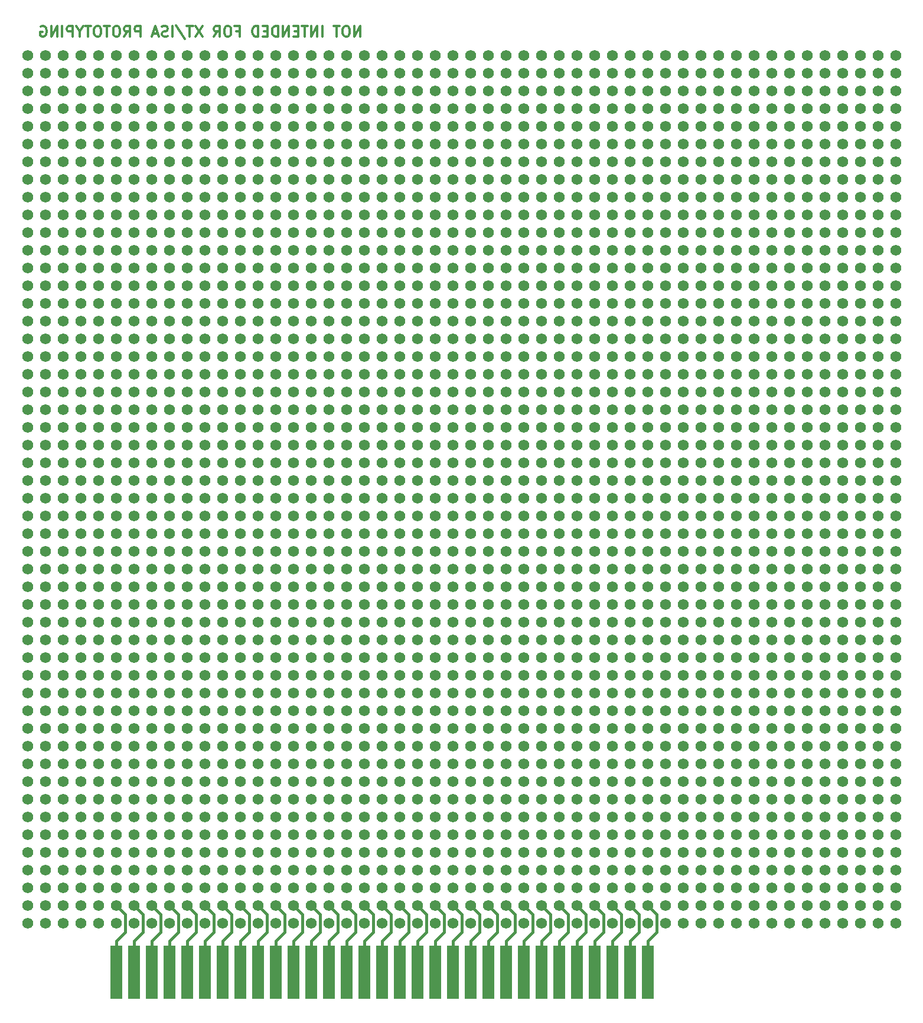
<source format=gbr>
%TF.GenerationSoftware,KiCad,Pcbnew,9.0.3*%
%TF.CreationDate,2026-01-20T13:20:06-07:00*%
%TF.ProjectId,Backplane,4261636b-706c-4616-9e65-2e6b69636164,rev?*%
%TF.SameCoordinates,Original*%
%TF.FileFunction,Copper,L2,Bot*%
%TF.FilePolarity,Positive*%
%FSLAX46Y46*%
G04 Gerber Fmt 4.6, Leading zero omitted, Abs format (unit mm)*
G04 Created by KiCad (PCBNEW 9.0.3) date 2026-01-20 13:20:06*
%MOMM*%
%LPD*%
G01*
G04 APERTURE LIST*
%ADD10C,0.300000*%
%TA.AperFunction,NonConductor*%
%ADD11C,0.300000*%
%TD*%
%TA.AperFunction,NonConductor*%
%ADD12C,0.400000*%
%TD*%
%TA.AperFunction,ConnectorPad*%
%ADD13R,1.780000X7.620000*%
%TD*%
%TA.AperFunction,ComponentPad*%
%ADD14C,1.574800*%
%TD*%
G04 APERTURE END LIST*
D10*
D11*
X73105489Y-42980828D02*
X73105489Y-41480828D01*
X73105489Y-41480828D02*
X72248346Y-42980828D01*
X72248346Y-42980828D02*
X72248346Y-41480828D01*
X71248345Y-41480828D02*
X70962631Y-41480828D01*
X70962631Y-41480828D02*
X70819774Y-41552257D01*
X70819774Y-41552257D02*
X70676917Y-41695114D01*
X70676917Y-41695114D02*
X70605488Y-41980828D01*
X70605488Y-41980828D02*
X70605488Y-42480828D01*
X70605488Y-42480828D02*
X70676917Y-42766542D01*
X70676917Y-42766542D02*
X70819774Y-42909400D01*
X70819774Y-42909400D02*
X70962631Y-42980828D01*
X70962631Y-42980828D02*
X71248345Y-42980828D01*
X71248345Y-42980828D02*
X71391203Y-42909400D01*
X71391203Y-42909400D02*
X71534060Y-42766542D01*
X71534060Y-42766542D02*
X71605488Y-42480828D01*
X71605488Y-42480828D02*
X71605488Y-41980828D01*
X71605488Y-41980828D02*
X71534060Y-41695114D01*
X71534060Y-41695114D02*
X71391203Y-41552257D01*
X71391203Y-41552257D02*
X71248345Y-41480828D01*
X70176916Y-41480828D02*
X69319774Y-41480828D01*
X69748345Y-42980828D02*
X69748345Y-41480828D01*
X67676917Y-42980828D02*
X67676917Y-41480828D01*
X66962631Y-42980828D02*
X66962631Y-41480828D01*
X66962631Y-41480828D02*
X66105488Y-42980828D01*
X66105488Y-42980828D02*
X66105488Y-41480828D01*
X65605487Y-41480828D02*
X64748345Y-41480828D01*
X65176916Y-42980828D02*
X65176916Y-41480828D01*
X64248345Y-42195114D02*
X63748345Y-42195114D01*
X63534059Y-42980828D02*
X64248345Y-42980828D01*
X64248345Y-42980828D02*
X64248345Y-41480828D01*
X64248345Y-41480828D02*
X63534059Y-41480828D01*
X62891202Y-42980828D02*
X62891202Y-41480828D01*
X62891202Y-41480828D02*
X62034059Y-42980828D01*
X62034059Y-42980828D02*
X62034059Y-41480828D01*
X61319773Y-42980828D02*
X61319773Y-41480828D01*
X61319773Y-41480828D02*
X60962630Y-41480828D01*
X60962630Y-41480828D02*
X60748344Y-41552257D01*
X60748344Y-41552257D02*
X60605487Y-41695114D01*
X60605487Y-41695114D02*
X60534058Y-41837971D01*
X60534058Y-41837971D02*
X60462630Y-42123685D01*
X60462630Y-42123685D02*
X60462630Y-42337971D01*
X60462630Y-42337971D02*
X60534058Y-42623685D01*
X60534058Y-42623685D02*
X60605487Y-42766542D01*
X60605487Y-42766542D02*
X60748344Y-42909400D01*
X60748344Y-42909400D02*
X60962630Y-42980828D01*
X60962630Y-42980828D02*
X61319773Y-42980828D01*
X59819773Y-42195114D02*
X59319773Y-42195114D01*
X59105487Y-42980828D02*
X59819773Y-42980828D01*
X59819773Y-42980828D02*
X59819773Y-41480828D01*
X59819773Y-41480828D02*
X59105487Y-41480828D01*
X58462630Y-42980828D02*
X58462630Y-41480828D01*
X58462630Y-41480828D02*
X58105487Y-41480828D01*
X58105487Y-41480828D02*
X57891201Y-41552257D01*
X57891201Y-41552257D02*
X57748344Y-41695114D01*
X57748344Y-41695114D02*
X57676915Y-41837971D01*
X57676915Y-41837971D02*
X57605487Y-42123685D01*
X57605487Y-42123685D02*
X57605487Y-42337971D01*
X57605487Y-42337971D02*
X57676915Y-42623685D01*
X57676915Y-42623685D02*
X57748344Y-42766542D01*
X57748344Y-42766542D02*
X57891201Y-42909400D01*
X57891201Y-42909400D02*
X58105487Y-42980828D01*
X58105487Y-42980828D02*
X58462630Y-42980828D01*
X55319773Y-42195114D02*
X55819773Y-42195114D01*
X55819773Y-42980828D02*
X55819773Y-41480828D01*
X55819773Y-41480828D02*
X55105487Y-41480828D01*
X54248344Y-41480828D02*
X53962630Y-41480828D01*
X53962630Y-41480828D02*
X53819773Y-41552257D01*
X53819773Y-41552257D02*
X53676916Y-41695114D01*
X53676916Y-41695114D02*
X53605487Y-41980828D01*
X53605487Y-41980828D02*
X53605487Y-42480828D01*
X53605487Y-42480828D02*
X53676916Y-42766542D01*
X53676916Y-42766542D02*
X53819773Y-42909400D01*
X53819773Y-42909400D02*
X53962630Y-42980828D01*
X53962630Y-42980828D02*
X54248344Y-42980828D01*
X54248344Y-42980828D02*
X54391202Y-42909400D01*
X54391202Y-42909400D02*
X54534059Y-42766542D01*
X54534059Y-42766542D02*
X54605487Y-42480828D01*
X54605487Y-42480828D02*
X54605487Y-41980828D01*
X54605487Y-41980828D02*
X54534059Y-41695114D01*
X54534059Y-41695114D02*
X54391202Y-41552257D01*
X54391202Y-41552257D02*
X54248344Y-41480828D01*
X52105487Y-42980828D02*
X52605487Y-42266542D01*
X52962630Y-42980828D02*
X52962630Y-41480828D01*
X52962630Y-41480828D02*
X52391201Y-41480828D01*
X52391201Y-41480828D02*
X52248344Y-41552257D01*
X52248344Y-41552257D02*
X52176915Y-41623685D01*
X52176915Y-41623685D02*
X52105487Y-41766542D01*
X52105487Y-41766542D02*
X52105487Y-41980828D01*
X52105487Y-41980828D02*
X52176915Y-42123685D01*
X52176915Y-42123685D02*
X52248344Y-42195114D01*
X52248344Y-42195114D02*
X52391201Y-42266542D01*
X52391201Y-42266542D02*
X52962630Y-42266542D01*
X50462630Y-41480828D02*
X49462630Y-42980828D01*
X49462630Y-41480828D02*
X50462630Y-42980828D01*
X49105487Y-41480828D02*
X48248345Y-41480828D01*
X48676916Y-42980828D02*
X48676916Y-41480828D01*
X46676916Y-41409400D02*
X47962630Y-43337971D01*
X46176916Y-42980828D02*
X46176916Y-41480828D01*
X45534058Y-42909400D02*
X45319773Y-42980828D01*
X45319773Y-42980828D02*
X44962630Y-42980828D01*
X44962630Y-42980828D02*
X44819773Y-42909400D01*
X44819773Y-42909400D02*
X44748344Y-42837971D01*
X44748344Y-42837971D02*
X44676915Y-42695114D01*
X44676915Y-42695114D02*
X44676915Y-42552257D01*
X44676915Y-42552257D02*
X44748344Y-42409400D01*
X44748344Y-42409400D02*
X44819773Y-42337971D01*
X44819773Y-42337971D02*
X44962630Y-42266542D01*
X44962630Y-42266542D02*
X45248344Y-42195114D01*
X45248344Y-42195114D02*
X45391201Y-42123685D01*
X45391201Y-42123685D02*
X45462630Y-42052257D01*
X45462630Y-42052257D02*
X45534058Y-41909400D01*
X45534058Y-41909400D02*
X45534058Y-41766542D01*
X45534058Y-41766542D02*
X45462630Y-41623685D01*
X45462630Y-41623685D02*
X45391201Y-41552257D01*
X45391201Y-41552257D02*
X45248344Y-41480828D01*
X45248344Y-41480828D02*
X44891201Y-41480828D01*
X44891201Y-41480828D02*
X44676915Y-41552257D01*
X44105487Y-42552257D02*
X43391202Y-42552257D01*
X44248344Y-42980828D02*
X43748344Y-41480828D01*
X43748344Y-41480828D02*
X43248344Y-42980828D01*
X41605488Y-42980828D02*
X41605488Y-41480828D01*
X41605488Y-41480828D02*
X41034059Y-41480828D01*
X41034059Y-41480828D02*
X40891202Y-41552257D01*
X40891202Y-41552257D02*
X40819773Y-41623685D01*
X40819773Y-41623685D02*
X40748345Y-41766542D01*
X40748345Y-41766542D02*
X40748345Y-41980828D01*
X40748345Y-41980828D02*
X40819773Y-42123685D01*
X40819773Y-42123685D02*
X40891202Y-42195114D01*
X40891202Y-42195114D02*
X41034059Y-42266542D01*
X41034059Y-42266542D02*
X41605488Y-42266542D01*
X39248345Y-42980828D02*
X39748345Y-42266542D01*
X40105488Y-42980828D02*
X40105488Y-41480828D01*
X40105488Y-41480828D02*
X39534059Y-41480828D01*
X39534059Y-41480828D02*
X39391202Y-41552257D01*
X39391202Y-41552257D02*
X39319773Y-41623685D01*
X39319773Y-41623685D02*
X39248345Y-41766542D01*
X39248345Y-41766542D02*
X39248345Y-41980828D01*
X39248345Y-41980828D02*
X39319773Y-42123685D01*
X39319773Y-42123685D02*
X39391202Y-42195114D01*
X39391202Y-42195114D02*
X39534059Y-42266542D01*
X39534059Y-42266542D02*
X40105488Y-42266542D01*
X38319773Y-41480828D02*
X38034059Y-41480828D01*
X38034059Y-41480828D02*
X37891202Y-41552257D01*
X37891202Y-41552257D02*
X37748345Y-41695114D01*
X37748345Y-41695114D02*
X37676916Y-41980828D01*
X37676916Y-41980828D02*
X37676916Y-42480828D01*
X37676916Y-42480828D02*
X37748345Y-42766542D01*
X37748345Y-42766542D02*
X37891202Y-42909400D01*
X37891202Y-42909400D02*
X38034059Y-42980828D01*
X38034059Y-42980828D02*
X38319773Y-42980828D01*
X38319773Y-42980828D02*
X38462631Y-42909400D01*
X38462631Y-42909400D02*
X38605488Y-42766542D01*
X38605488Y-42766542D02*
X38676916Y-42480828D01*
X38676916Y-42480828D02*
X38676916Y-41980828D01*
X38676916Y-41980828D02*
X38605488Y-41695114D01*
X38605488Y-41695114D02*
X38462631Y-41552257D01*
X38462631Y-41552257D02*
X38319773Y-41480828D01*
X37248344Y-41480828D02*
X36391202Y-41480828D01*
X36819773Y-42980828D02*
X36819773Y-41480828D01*
X35605487Y-41480828D02*
X35319773Y-41480828D01*
X35319773Y-41480828D02*
X35176916Y-41552257D01*
X35176916Y-41552257D02*
X35034059Y-41695114D01*
X35034059Y-41695114D02*
X34962630Y-41980828D01*
X34962630Y-41980828D02*
X34962630Y-42480828D01*
X34962630Y-42480828D02*
X35034059Y-42766542D01*
X35034059Y-42766542D02*
X35176916Y-42909400D01*
X35176916Y-42909400D02*
X35319773Y-42980828D01*
X35319773Y-42980828D02*
X35605487Y-42980828D01*
X35605487Y-42980828D02*
X35748345Y-42909400D01*
X35748345Y-42909400D02*
X35891202Y-42766542D01*
X35891202Y-42766542D02*
X35962630Y-42480828D01*
X35962630Y-42480828D02*
X35962630Y-41980828D01*
X35962630Y-41980828D02*
X35891202Y-41695114D01*
X35891202Y-41695114D02*
X35748345Y-41552257D01*
X35748345Y-41552257D02*
X35605487Y-41480828D01*
X34534058Y-41480828D02*
X33676916Y-41480828D01*
X34105487Y-42980828D02*
X34105487Y-41480828D01*
X32891201Y-42266542D02*
X32891201Y-42980828D01*
X33391201Y-41480828D02*
X32891201Y-42266542D01*
X32891201Y-42266542D02*
X32391201Y-41480828D01*
X31891202Y-42980828D02*
X31891202Y-41480828D01*
X31891202Y-41480828D02*
X31319773Y-41480828D01*
X31319773Y-41480828D02*
X31176916Y-41552257D01*
X31176916Y-41552257D02*
X31105487Y-41623685D01*
X31105487Y-41623685D02*
X31034059Y-41766542D01*
X31034059Y-41766542D02*
X31034059Y-41980828D01*
X31034059Y-41980828D02*
X31105487Y-42123685D01*
X31105487Y-42123685D02*
X31176916Y-42195114D01*
X31176916Y-42195114D02*
X31319773Y-42266542D01*
X31319773Y-42266542D02*
X31891202Y-42266542D01*
X30391202Y-42980828D02*
X30391202Y-41480828D01*
X29676916Y-42980828D02*
X29676916Y-41480828D01*
X29676916Y-41480828D02*
X28819773Y-42980828D01*
X28819773Y-42980828D02*
X28819773Y-41480828D01*
X27319772Y-41552257D02*
X27462630Y-41480828D01*
X27462630Y-41480828D02*
X27676915Y-41480828D01*
X27676915Y-41480828D02*
X27891201Y-41552257D01*
X27891201Y-41552257D02*
X28034058Y-41695114D01*
X28034058Y-41695114D02*
X28105487Y-41837971D01*
X28105487Y-41837971D02*
X28176915Y-42123685D01*
X28176915Y-42123685D02*
X28176915Y-42337971D01*
X28176915Y-42337971D02*
X28105487Y-42623685D01*
X28105487Y-42623685D02*
X28034058Y-42766542D01*
X28034058Y-42766542D02*
X27891201Y-42909400D01*
X27891201Y-42909400D02*
X27676915Y-42980828D01*
X27676915Y-42980828D02*
X27534058Y-42980828D01*
X27534058Y-42980828D02*
X27319772Y-42909400D01*
X27319772Y-42909400D02*
X27248344Y-42837971D01*
X27248344Y-42837971D02*
X27248344Y-42337971D01*
X27248344Y-42337971D02*
X27534058Y-42337971D01*
D12*
X114300000Y-172720000D02*
X114300000Y-173990000D01*
X111760000Y-167640000D02*
X113030000Y-168910000D01*
X111760000Y-172720000D02*
X111760000Y-173990000D01*
X115570000Y-171450000D02*
X114300000Y-172720000D01*
X113030000Y-171450000D02*
X111760000Y-172720000D01*
X114300000Y-167640000D02*
X115570000Y-168910000D01*
X113030000Y-168910000D02*
X113030000Y-171450000D01*
X115570000Y-168910000D02*
X115570000Y-171450000D01*
X109220000Y-167640000D02*
X110490000Y-168910000D01*
X109220000Y-172720000D02*
X109220000Y-173990000D01*
X110490000Y-171450000D02*
X109220000Y-172720000D01*
X106680000Y-172720000D02*
X106680000Y-173990000D01*
X104140000Y-167640000D02*
X105410000Y-168910000D01*
X104140000Y-172720000D02*
X104140000Y-173990000D01*
X107950000Y-171450000D02*
X106680000Y-172720000D01*
X105410000Y-171450000D02*
X104140000Y-172720000D01*
X106680000Y-167640000D02*
X107950000Y-168910000D01*
X105410000Y-168910000D02*
X105410000Y-171450000D01*
X110490000Y-168910000D02*
X110490000Y-171450000D01*
X107950000Y-168910000D02*
X107950000Y-171450000D01*
X101600000Y-167640000D02*
X102870000Y-168910000D01*
X101600000Y-172720000D02*
X101600000Y-173990000D01*
X102870000Y-171450000D02*
X101600000Y-172720000D01*
X99060000Y-172720000D02*
X99060000Y-173990000D01*
X96520000Y-167640000D02*
X97790000Y-168910000D01*
X96520000Y-172720000D02*
X96520000Y-173990000D01*
X100330000Y-171450000D02*
X99060000Y-172720000D01*
X97790000Y-171450000D02*
X96520000Y-172720000D01*
X99060000Y-167640000D02*
X100330000Y-168910000D01*
X97790000Y-168910000D02*
X97790000Y-171450000D01*
X102870000Y-168910000D02*
X102870000Y-171450000D01*
X100330000Y-168910000D02*
X100330000Y-171450000D01*
X93980000Y-167640000D02*
X95250000Y-168910000D01*
X93980000Y-172720000D02*
X93980000Y-173990000D01*
X95250000Y-171450000D02*
X93980000Y-172720000D01*
X91440000Y-172720000D02*
X91440000Y-173990000D01*
X88900000Y-167640000D02*
X90170000Y-168910000D01*
X88900000Y-172720000D02*
X88900000Y-173990000D01*
X92710000Y-171450000D02*
X91440000Y-172720000D01*
X90170000Y-171450000D02*
X88900000Y-172720000D01*
X91440000Y-167640000D02*
X92710000Y-168910000D01*
X90170000Y-168910000D02*
X90170000Y-171450000D01*
X95250000Y-168910000D02*
X95250000Y-171450000D01*
X92710000Y-168910000D02*
X92710000Y-171450000D01*
X86360000Y-167640000D02*
X87630000Y-168910000D01*
X86360000Y-172720000D02*
X86360000Y-173990000D01*
X87630000Y-171450000D02*
X86360000Y-172720000D01*
X83820000Y-172720000D02*
X83820000Y-173990000D01*
X81280000Y-167640000D02*
X82550000Y-168910000D01*
X81280000Y-172720000D02*
X81280000Y-173990000D01*
X85090000Y-171450000D02*
X83820000Y-172720000D01*
X82550000Y-171450000D02*
X81280000Y-172720000D01*
X83820000Y-167640000D02*
X85090000Y-168910000D01*
X82550000Y-168910000D02*
X82550000Y-171450000D01*
X87630000Y-168910000D02*
X87630000Y-171450000D01*
X85090000Y-168910000D02*
X85090000Y-171450000D01*
X78740000Y-167640000D02*
X80010000Y-168910000D01*
X78740000Y-172720000D02*
X78740000Y-173990000D01*
X80010000Y-171450000D02*
X78740000Y-172720000D01*
X76200000Y-172720000D02*
X76200000Y-173990000D01*
X73660000Y-167640000D02*
X74930000Y-168910000D01*
X73660000Y-172720000D02*
X73660000Y-173990000D01*
X77470000Y-171450000D02*
X76200000Y-172720000D01*
X74930000Y-171450000D02*
X73660000Y-172720000D01*
X76200000Y-167640000D02*
X77470000Y-168910000D01*
X74930000Y-168910000D02*
X74930000Y-171450000D01*
X80010000Y-168910000D02*
X80010000Y-171450000D01*
X77470000Y-168910000D02*
X77470000Y-171450000D01*
X71120000Y-167640000D02*
X72390000Y-168910000D01*
X71120000Y-172720000D02*
X71120000Y-173990000D01*
X72390000Y-171450000D02*
X71120000Y-172720000D01*
X68580000Y-172720000D02*
X68580000Y-173990000D01*
X66040000Y-167640000D02*
X67310000Y-168910000D01*
X66040000Y-172720000D02*
X66040000Y-173990000D01*
X69850000Y-171450000D02*
X68580000Y-172720000D01*
X67310000Y-171450000D02*
X66040000Y-172720000D01*
X68580000Y-167640000D02*
X69850000Y-168910000D01*
X67310000Y-168910000D02*
X67310000Y-171450000D01*
X72390000Y-168910000D02*
X72390000Y-171450000D01*
X69850000Y-168910000D02*
X69850000Y-171450000D01*
X63500000Y-167640000D02*
X64770000Y-168910000D01*
X63500000Y-172720000D02*
X63500000Y-173990000D01*
X64770000Y-171450000D02*
X63500000Y-172720000D01*
X64770000Y-168910000D02*
X64770000Y-171450000D01*
X60960000Y-167640000D02*
X62230000Y-168910000D01*
X60960000Y-172720000D02*
X60960000Y-173990000D01*
X62230000Y-171450000D02*
X60960000Y-172720000D01*
X62230000Y-168910000D02*
X62230000Y-171450000D01*
X58420000Y-167640000D02*
X59690000Y-168910000D01*
X58420000Y-172720000D02*
X58420000Y-173990000D01*
X59690000Y-171450000D02*
X58420000Y-172720000D01*
X59690000Y-168910000D02*
X59690000Y-171450000D01*
X55880000Y-167640000D02*
X57150000Y-168910000D01*
X55880000Y-172720000D02*
X55880000Y-173990000D01*
X57150000Y-171450000D02*
X55880000Y-172720000D01*
X57150000Y-168910000D02*
X57150000Y-171450000D01*
X53340000Y-167640000D02*
X54610000Y-168910000D01*
X53340000Y-172720000D02*
X53340000Y-173990000D01*
X54610000Y-171450000D02*
X53340000Y-172720000D01*
X54610000Y-168910000D02*
X54610000Y-171450000D01*
X50800000Y-167640000D02*
X52070000Y-168910000D01*
X50800000Y-172720000D02*
X50800000Y-173990000D01*
X52070000Y-171450000D02*
X50800000Y-172720000D01*
X52070000Y-168910000D02*
X52070000Y-171450000D01*
X48260000Y-167640000D02*
X49530000Y-168910000D01*
X48260000Y-172720000D02*
X48260000Y-173990000D01*
X49530000Y-171450000D02*
X48260000Y-172720000D01*
X49530000Y-168910000D02*
X49530000Y-171450000D01*
X45720000Y-167640000D02*
X46990000Y-168910000D01*
X45720000Y-172720000D02*
X45720000Y-173990000D01*
X46990000Y-171450000D02*
X45720000Y-172720000D01*
X46990000Y-168910000D02*
X46990000Y-171450000D01*
X43180000Y-167640000D02*
X44450000Y-168910000D01*
X43180000Y-172720000D02*
X43180000Y-173990000D01*
X44450000Y-171450000D02*
X43180000Y-172720000D01*
X44450000Y-168910000D02*
X44450000Y-171450000D01*
X40640000Y-167640000D02*
X41910000Y-168910000D01*
X40640000Y-172720000D02*
X40640000Y-173990000D01*
X41910000Y-171450000D02*
X40640000Y-172720000D01*
X41910000Y-168910000D02*
X41910000Y-171450000D01*
X38100000Y-172720000D02*
X38100000Y-173990000D01*
X39370000Y-171450000D02*
X38100000Y-172720000D01*
X39370000Y-168910000D02*
X39370000Y-171450000D01*
X38100000Y-167640000D02*
X39370000Y-168910000D01*
D13*
%TO.P,REF\u002A\u002A,31*%
%TO.N,N/C*%
X38100000Y-177165000D03*
%TO.P,REF\u002A\u002A,30*%
X40640000Y-177165000D03*
%TO.P,REF\u002A\u002A,29*%
X43180000Y-177165000D03*
%TO.P,REF\u002A\u002A,28*%
X45720000Y-177165000D03*
%TO.P,REF\u002A\u002A,27*%
X48260000Y-177165000D03*
%TO.P,REF\u002A\u002A,26*%
X50800000Y-177165000D03*
%TO.P,REF\u002A\u002A,25*%
X53340000Y-177165000D03*
%TO.P,REF\u002A\u002A,24*%
X55880000Y-177165000D03*
%TO.P,REF\u002A\u002A,23*%
X58420000Y-177165000D03*
%TO.P,REF\u002A\u002A,22*%
X60960000Y-177165000D03*
%TO.P,REF\u002A\u002A,21*%
X63500000Y-177165000D03*
%TO.P,REF\u002A\u002A,20*%
X66040000Y-177165000D03*
%TO.P,REF\u002A\u002A,19*%
X68580000Y-177165000D03*
%TO.P,REF\u002A\u002A,18*%
X71120000Y-177165000D03*
%TO.P,REF\u002A\u002A,17*%
X73660000Y-177165000D03*
%TO.P,REF\u002A\u002A,16*%
X76200000Y-177165000D03*
%TO.P,REF\u002A\u002A,15*%
X78740000Y-177165000D03*
%TO.P,REF\u002A\u002A,14*%
X81280000Y-177165000D03*
%TO.P,REF\u002A\u002A,13*%
X83820000Y-177165000D03*
%TO.P,REF\u002A\u002A,12*%
X86360000Y-177165000D03*
%TO.P,REF\u002A\u002A,11*%
X88900000Y-177165000D03*
%TO.P,REF\u002A\u002A,10*%
X91440000Y-177165000D03*
%TO.P,REF\u002A\u002A,9*%
X93980000Y-177165000D03*
%TO.P,REF\u002A\u002A,8*%
X96520000Y-177165000D03*
%TO.P,REF\u002A\u002A,7*%
X99060000Y-177165000D03*
%TO.P,REF\u002A\u002A,6*%
X101600000Y-177165000D03*
%TO.P,REF\u002A\u002A,5*%
X104140000Y-177165000D03*
%TO.P,REF\u002A\u002A,4*%
X106680000Y-177165000D03*
%TO.P,REF\u002A\u002A,3*%
X109220000Y-177165000D03*
%TO.P,REF\u002A\u002A,2*%
X111760000Y-177165000D03*
%TO.P,REF\u002A\u002A,1*%
X114300000Y-177165000D03*
%TD*%
D14*
%TO.P,,1*%
%TO.N,N/C*%
X132080000Y-170180000D03*
%TD*%
%TO.P,,1*%
%TO.N,N/C*%
X142240000Y-170180000D03*
%TD*%
%TO.P,,1*%
%TO.N,N/C*%
X134620000Y-170180000D03*
%TD*%
%TO.P,,1*%
%TO.N,N/C*%
X149860000Y-170180000D03*
%TD*%
%TO.P,,1*%
%TO.N,N/C*%
X124460000Y-170180000D03*
%TD*%
%TO.P,,1*%
%TO.N,N/C*%
X119380000Y-170180000D03*
%TD*%
%TO.P,,1*%
%TO.N,N/C*%
X101600000Y-170180000D03*
%TD*%
%TO.P,,1*%
%TO.N,N/C*%
X147320000Y-170180000D03*
%TD*%
%TO.P,,1*%
%TO.N,N/C*%
X137160000Y-170180000D03*
%TD*%
%TO.P,,1*%
%TO.N,N/C*%
X144780000Y-170180000D03*
%TD*%
%TO.P,,1*%
%TO.N,N/C*%
X58420000Y-170180000D03*
%TD*%
%TO.P,,1*%
%TO.N,N/C*%
X93980000Y-170180000D03*
%TD*%
%TO.P,,1*%
%TO.N,N/C*%
X109220000Y-170180000D03*
%TD*%
%TO.P,,1*%
%TO.N,N/C*%
X76200000Y-170180000D03*
%TD*%
%TO.P,,1*%
%TO.N,N/C*%
X129540000Y-170180000D03*
%TD*%
%TO.P,,1*%
%TO.N,N/C*%
X83820000Y-170180000D03*
%TD*%
%TO.P,,1*%
%TO.N,N/C*%
X50800000Y-170180000D03*
%TD*%
%TO.P,,1*%
%TO.N,N/C*%
X88900000Y-170180000D03*
%TD*%
%TO.P,,1*%
%TO.N,N/C*%
X114300000Y-170180000D03*
%TD*%
%TO.P,,1*%
%TO.N,N/C*%
X104140000Y-170180000D03*
%TD*%
%TO.P,,1*%
%TO.N,N/C*%
X116840000Y-170180000D03*
%TD*%
%TO.P,,1*%
%TO.N,N/C*%
X127000000Y-170180000D03*
%TD*%
%TO.P,,1*%
%TO.N,N/C*%
X111760000Y-170180000D03*
%TD*%
%TO.P,,1*%
%TO.N,N/C*%
X99060000Y-170180000D03*
%TD*%
%TO.P,,1*%
%TO.N,N/C*%
X121920000Y-170180000D03*
%TD*%
%TO.P,,1*%
%TO.N,N/C*%
X139700000Y-170180000D03*
%TD*%
%TO.P,,1*%
%TO.N,N/C*%
X73660000Y-170180000D03*
%TD*%
%TO.P,,1*%
%TO.N,N/C*%
X86360000Y-170180000D03*
%TD*%
%TO.P,,1*%
%TO.N,N/C*%
X81280000Y-170180000D03*
%TD*%
%TO.P,,1*%
%TO.N,N/C*%
X96520000Y-170180000D03*
%TD*%
%TO.P,,1*%
%TO.N,N/C*%
X91440000Y-170180000D03*
%TD*%
%TO.P,,1*%
%TO.N,N/C*%
X60960000Y-170180000D03*
%TD*%
%TO.P,,1*%
%TO.N,N/C*%
X106680000Y-170180000D03*
%TD*%
%TO.P,,1*%
%TO.N,N/C*%
X78740000Y-170180000D03*
%TD*%
%TO.P,,1*%
%TO.N,N/C*%
X55880000Y-170180000D03*
%TD*%
%TO.P,,1*%
%TO.N,N/C*%
X43180000Y-170180000D03*
%TD*%
%TO.P,,1*%
%TO.N,N/C*%
X25400000Y-170180000D03*
%TD*%
%TO.P,,1*%
%TO.N,N/C*%
X30480000Y-170180000D03*
%TD*%
%TO.P,,1*%
%TO.N,N/C*%
X45720000Y-170180000D03*
%TD*%
%TO.P,,1*%
%TO.N,N/C*%
X66040000Y-170180000D03*
%TD*%
%TO.P,,1*%
%TO.N,N/C*%
X119380000Y-167640000D03*
%TD*%
%TO.P,,1*%
%TO.N,N/C*%
X149860000Y-167640000D03*
%TD*%
%TO.P,,1*%
%TO.N,N/C*%
X40640000Y-170180000D03*
%TD*%
%TO.P,,1*%
%TO.N,N/C*%
X53340000Y-170180000D03*
%TD*%
%TO.P,,1*%
%TO.N,N/C*%
X68580000Y-170180000D03*
%TD*%
%TO.P,,1*%
%TO.N,N/C*%
X71120000Y-170180000D03*
%TD*%
%TO.P,,1*%
%TO.N,N/C*%
X27940000Y-170180000D03*
%TD*%
%TO.P,,1*%
%TO.N,N/C*%
X101600000Y-167640000D03*
%TD*%
%TO.P,,1*%
%TO.N,N/C*%
X137160000Y-167640000D03*
%TD*%
%TO.P,,1*%
%TO.N,N/C*%
X132080000Y-167640000D03*
%TD*%
%TO.P,,1*%
%TO.N,N/C*%
X35560000Y-170180000D03*
%TD*%
%TO.P,,1*%
%TO.N,N/C*%
X147320000Y-167640000D03*
%TD*%
%TO.P,,1*%
%TO.N,N/C*%
X48260000Y-170180000D03*
%TD*%
%TO.P,,1*%
%TO.N,N/C*%
X33020000Y-170180000D03*
%TD*%
%TO.P,,1*%
%TO.N,N/C*%
X38100000Y-170180000D03*
%TD*%
%TO.P,,1*%
%TO.N,N/C*%
X63500000Y-170180000D03*
%TD*%
%TO.P,,1*%
%TO.N,N/C*%
X116840000Y-167640000D03*
%TD*%
%TO.P,,1*%
%TO.N,N/C*%
X142240000Y-167640000D03*
%TD*%
%TO.P,,1*%
%TO.N,N/C*%
X109220000Y-167640000D03*
%TD*%
%TO.P,,1*%
%TO.N,N/C*%
X88900000Y-167640000D03*
%TD*%
%TO.P,,1*%
%TO.N,N/C*%
X134620000Y-167640000D03*
%TD*%
%TO.P,,1*%
%TO.N,N/C*%
X124460000Y-167640000D03*
%TD*%
%TO.P,,1*%
%TO.N,N/C*%
X111760000Y-167640000D03*
%TD*%
%TO.P,,1*%
%TO.N,N/C*%
X129540000Y-167640000D03*
%TD*%
%TO.P,,1*%
%TO.N,N/C*%
X104140000Y-167640000D03*
%TD*%
%TO.P,,1*%
%TO.N,N/C*%
X99060000Y-167640000D03*
%TD*%
%TO.P,,1*%
%TO.N,N/C*%
X114300000Y-167640000D03*
%TD*%
%TO.P,,1*%
%TO.N,N/C*%
X121920000Y-167640000D03*
%TD*%
%TO.P,,1*%
%TO.N,N/C*%
X127000000Y-167640000D03*
%TD*%
%TO.P,,1*%
%TO.N,N/C*%
X139700000Y-167640000D03*
%TD*%
%TO.P,,1*%
%TO.N,N/C*%
X50800000Y-167640000D03*
%TD*%
%TO.P,,1*%
%TO.N,N/C*%
X93980000Y-167640000D03*
%TD*%
%TO.P,,1*%
%TO.N,N/C*%
X83820000Y-167640000D03*
%TD*%
%TO.P,,1*%
%TO.N,N/C*%
X144780000Y-167640000D03*
%TD*%
%TO.P,,1*%
%TO.N,N/C*%
X33020000Y-149860000D03*
%TD*%
%TO.P,,1*%
%TO.N,N/C*%
X38100000Y-149860000D03*
%TD*%
%TO.P,,1*%
%TO.N,N/C*%
X30480000Y-149860000D03*
%TD*%
%TO.P,,1*%
%TO.N,N/C*%
X45720000Y-149860000D03*
%TD*%
%TO.P,,1*%
%TO.N,N/C*%
X40640000Y-149860000D03*
%TD*%
%TO.P,,1*%
%TO.N,N/C*%
X25400000Y-149860000D03*
%TD*%
%TO.P,,1*%
%TO.N,N/C*%
X27940000Y-149860000D03*
%TD*%
%TO.P,,1*%
%TO.N,N/C*%
X63500000Y-149860000D03*
%TD*%
%TO.P,,1*%
%TO.N,N/C*%
X149860000Y-147320000D03*
%TD*%
%TO.P,,1*%
%TO.N,N/C*%
X60960000Y-149860000D03*
%TD*%
%TO.P,,1*%
%TO.N,N/C*%
X43180000Y-149860000D03*
%TD*%
%TO.P,,1*%
%TO.N,N/C*%
X106680000Y-149860000D03*
%TD*%
%TO.P,,1*%
%TO.N,N/C*%
X78740000Y-149860000D03*
%TD*%
%TO.P,,1*%
%TO.N,N/C*%
X48260000Y-149860000D03*
%TD*%
%TO.P,,1*%
%TO.N,N/C*%
X55880000Y-149860000D03*
%TD*%
%TO.P,,1*%
%TO.N,N/C*%
X71120000Y-149860000D03*
%TD*%
%TO.P,,1*%
%TO.N,N/C*%
X53340000Y-149860000D03*
%TD*%
%TO.P,,1*%
%TO.N,N/C*%
X35560000Y-149860000D03*
%TD*%
%TO.P,,1*%
%TO.N,N/C*%
X66040000Y-149860000D03*
%TD*%
%TO.P,,1*%
%TO.N,N/C*%
X119380000Y-147320000D03*
%TD*%
%TO.P,,1*%
%TO.N,N/C*%
X101600000Y-147320000D03*
%TD*%
%TO.P,,1*%
%TO.N,N/C*%
X137160000Y-147320000D03*
%TD*%
%TO.P,,1*%
%TO.N,N/C*%
X132080000Y-147320000D03*
%TD*%
%TO.P,,1*%
%TO.N,N/C*%
X147320000Y-147320000D03*
%TD*%
%TO.P,,1*%
%TO.N,N/C*%
X144780000Y-147320000D03*
%TD*%
%TO.P,,1*%
%TO.N,N/C*%
X142240000Y-147320000D03*
%TD*%
%TO.P,,1*%
%TO.N,N/C*%
X134620000Y-147320000D03*
%TD*%
%TO.P,,1*%
%TO.N,N/C*%
X124460000Y-147320000D03*
%TD*%
%TO.P,,1*%
%TO.N,N/C*%
X127000000Y-147320000D03*
%TD*%
%TO.P,,1*%
%TO.N,N/C*%
X111760000Y-147320000D03*
%TD*%
%TO.P,,1*%
%TO.N,N/C*%
X139700000Y-147320000D03*
%TD*%
%TO.P,,1*%
%TO.N,N/C*%
X109220000Y-147320000D03*
%TD*%
%TO.P,,1*%
%TO.N,N/C*%
X129540000Y-147320000D03*
%TD*%
%TO.P,,1*%
%TO.N,N/C*%
X114300000Y-147320000D03*
%TD*%
%TO.P,,1*%
%TO.N,N/C*%
X83820000Y-147320000D03*
%TD*%
%TO.P,,1*%
%TO.N,N/C*%
X50800000Y-147320000D03*
%TD*%
%TO.P,,1*%
%TO.N,N/C*%
X88900000Y-147320000D03*
%TD*%
%TO.P,,1*%
%TO.N,N/C*%
X121920000Y-147320000D03*
%TD*%
%TO.P,,1*%
%TO.N,N/C*%
X116840000Y-147320000D03*
%TD*%
%TO.P,,1*%
%TO.N,N/C*%
X104140000Y-147320000D03*
%TD*%
%TO.P,,1*%
%TO.N,N/C*%
X99060000Y-147320000D03*
%TD*%
%TO.P,,1*%
%TO.N,N/C*%
X93980000Y-147320000D03*
%TD*%
%TO.P,,1*%
%TO.N,N/C*%
X73660000Y-147320000D03*
%TD*%
%TO.P,,1*%
%TO.N,N/C*%
X76200000Y-147320000D03*
%TD*%
%TO.P,,1*%
%TO.N,N/C*%
X58420000Y-147320000D03*
%TD*%
%TO.P,,1*%
%TO.N,N/C*%
X68580000Y-147320000D03*
%TD*%
%TO.P,,1*%
%TO.N,N/C*%
X86360000Y-147320000D03*
%TD*%
%TO.P,,1*%
%TO.N,N/C*%
X81280000Y-147320000D03*
%TD*%
%TO.P,,1*%
%TO.N,N/C*%
X96520000Y-147320000D03*
%TD*%
%TO.P,,1*%
%TO.N,N/C*%
X91440000Y-147320000D03*
%TD*%
%TO.P,,1*%
%TO.N,N/C*%
X60960000Y-147320000D03*
%TD*%
%TO.P,,1*%
%TO.N,N/C*%
X106680000Y-147320000D03*
%TD*%
%TO.P,,1*%
%TO.N,N/C*%
X78740000Y-147320000D03*
%TD*%
%TO.P,,1*%
%TO.N,N/C*%
X55880000Y-147320000D03*
%TD*%
%TO.P,,1*%
%TO.N,N/C*%
X71120000Y-147320000D03*
%TD*%
%TO.P,,1*%
%TO.N,N/C*%
X53340000Y-147320000D03*
%TD*%
%TO.P,,1*%
%TO.N,N/C*%
X48260000Y-147320000D03*
%TD*%
%TO.P,,1*%
%TO.N,N/C*%
X43180000Y-147320000D03*
%TD*%
%TO.P,,1*%
%TO.N,N/C*%
X35560000Y-147320000D03*
%TD*%
%TO.P,,1*%
%TO.N,N/C*%
X33020000Y-147320000D03*
%TD*%
%TO.P,,1*%
%TO.N,N/C*%
X25400000Y-147320000D03*
%TD*%
%TO.P,,1*%
%TO.N,N/C*%
X38100000Y-147320000D03*
%TD*%
%TO.P,,1*%
%TO.N,N/C*%
X30480000Y-147320000D03*
%TD*%
%TO.P,,1*%
%TO.N,N/C*%
X63500000Y-147320000D03*
%TD*%
%TO.P,,1*%
%TO.N,N/C*%
X66040000Y-147320000D03*
%TD*%
%TO.P,,1*%
%TO.N,N/C*%
X45720000Y-147320000D03*
%TD*%
%TO.P,,1*%
%TO.N,N/C*%
X40640000Y-147320000D03*
%TD*%
%TO.P,,1*%
%TO.N,N/C*%
X27940000Y-147320000D03*
%TD*%
%TO.P,,1*%
%TO.N,N/C*%
X88900000Y-152400000D03*
%TD*%
%TO.P,,1*%
%TO.N,N/C*%
X121920000Y-152400000D03*
%TD*%
%TO.P,,1*%
%TO.N,N/C*%
X73660000Y-152400000D03*
%TD*%
%TO.P,,1*%
%TO.N,N/C*%
X104140000Y-152400000D03*
%TD*%
%TO.P,,1*%
%TO.N,N/C*%
X99060000Y-152400000D03*
%TD*%
%TO.P,,1*%
%TO.N,N/C*%
X116840000Y-152400000D03*
%TD*%
%TO.P,,1*%
%TO.N,N/C*%
X93980000Y-152400000D03*
%TD*%
%TO.P,,1*%
%TO.N,N/C*%
X43180000Y-152400000D03*
%TD*%
%TO.P,,1*%
%TO.N,N/C*%
X81280000Y-152400000D03*
%TD*%
%TO.P,,1*%
%TO.N,N/C*%
X58420000Y-152400000D03*
%TD*%
%TO.P,,1*%
%TO.N,N/C*%
X86360000Y-152400000D03*
%TD*%
%TO.P,,1*%
%TO.N,N/C*%
X96520000Y-152400000D03*
%TD*%
%TO.P,,1*%
%TO.N,N/C*%
X48260000Y-152400000D03*
%TD*%
%TO.P,,1*%
%TO.N,N/C*%
X60960000Y-152400000D03*
%TD*%
%TO.P,,1*%
%TO.N,N/C*%
X25400000Y-152400000D03*
%TD*%
%TO.P,,1*%
%TO.N,N/C*%
X53340000Y-152400000D03*
%TD*%
%TO.P,,1*%
%TO.N,N/C*%
X71120000Y-152400000D03*
%TD*%
%TO.P,,1*%
%TO.N,N/C*%
X55880000Y-152400000D03*
%TD*%
%TO.P,,1*%
%TO.N,N/C*%
X78740000Y-152400000D03*
%TD*%
%TO.P,,1*%
%TO.N,N/C*%
X106680000Y-152400000D03*
%TD*%
%TO.P,,1*%
%TO.N,N/C*%
X35560000Y-152400000D03*
%TD*%
%TO.P,,1*%
%TO.N,N/C*%
X38100000Y-152400000D03*
%TD*%
%TO.P,,1*%
%TO.N,N/C*%
X68580000Y-152400000D03*
%TD*%
%TO.P,,1*%
%TO.N,N/C*%
X91440000Y-152400000D03*
%TD*%
%TO.P,,1*%
%TO.N,N/C*%
X76200000Y-152400000D03*
%TD*%
%TO.P,,1*%
%TO.N,N/C*%
X33020000Y-152400000D03*
%TD*%
%TO.P,,1*%
%TO.N,N/C*%
X147320000Y-149860000D03*
%TD*%
%TO.P,,1*%
%TO.N,N/C*%
X144780000Y-149860000D03*
%TD*%
%TO.P,,1*%
%TO.N,N/C*%
X137160000Y-149860000D03*
%TD*%
%TO.P,,1*%
%TO.N,N/C*%
X132080000Y-149860000D03*
%TD*%
%TO.P,,1*%
%TO.N,N/C*%
X63500000Y-152400000D03*
%TD*%
%TO.P,,1*%
%TO.N,N/C*%
X66040000Y-152400000D03*
%TD*%
%TO.P,,1*%
%TO.N,N/C*%
X40640000Y-152400000D03*
%TD*%
%TO.P,,1*%
%TO.N,N/C*%
X134620000Y-149860000D03*
%TD*%
%TO.P,,1*%
%TO.N,N/C*%
X127000000Y-149860000D03*
%TD*%
%TO.P,,1*%
%TO.N,N/C*%
X45720000Y-152400000D03*
%TD*%
%TO.P,,1*%
%TO.N,N/C*%
X111760000Y-149860000D03*
%TD*%
%TO.P,,1*%
%TO.N,N/C*%
X149860000Y-149860000D03*
%TD*%
%TO.P,,1*%
%TO.N,N/C*%
X27940000Y-152400000D03*
%TD*%
%TO.P,,1*%
%TO.N,N/C*%
X142240000Y-149860000D03*
%TD*%
%TO.P,,1*%
%TO.N,N/C*%
X124460000Y-149860000D03*
%TD*%
%TO.P,,1*%
%TO.N,N/C*%
X119380000Y-149860000D03*
%TD*%
%TO.P,,1*%
%TO.N,N/C*%
X30480000Y-152400000D03*
%TD*%
%TO.P,,1*%
%TO.N,N/C*%
X101600000Y-149860000D03*
%TD*%
%TO.P,,1*%
%TO.N,N/C*%
X109220000Y-149860000D03*
%TD*%
%TO.P,,1*%
%TO.N,N/C*%
X116840000Y-149860000D03*
%TD*%
%TO.P,,1*%
%TO.N,N/C*%
X91440000Y-149860000D03*
%TD*%
%TO.P,,1*%
%TO.N,N/C*%
X73660000Y-149860000D03*
%TD*%
%TO.P,,1*%
%TO.N,N/C*%
X86360000Y-149860000D03*
%TD*%
%TO.P,,1*%
%TO.N,N/C*%
X58420000Y-149860000D03*
%TD*%
%TO.P,,1*%
%TO.N,N/C*%
X81280000Y-149860000D03*
%TD*%
%TO.P,,1*%
%TO.N,N/C*%
X96520000Y-149860000D03*
%TD*%
%TO.P,,1*%
%TO.N,N/C*%
X104140000Y-149860000D03*
%TD*%
%TO.P,,1*%
%TO.N,N/C*%
X76200000Y-149860000D03*
%TD*%
%TO.P,,1*%
%TO.N,N/C*%
X129540000Y-149860000D03*
%TD*%
%TO.P,,1*%
%TO.N,N/C*%
X121920000Y-149860000D03*
%TD*%
%TO.P,,1*%
%TO.N,N/C*%
X93980000Y-149860000D03*
%TD*%
%TO.P,,1*%
%TO.N,N/C*%
X68580000Y-149860000D03*
%TD*%
%TO.P,,1*%
%TO.N,N/C*%
X114300000Y-149860000D03*
%TD*%
%TO.P,,1*%
%TO.N,N/C*%
X88900000Y-149860000D03*
%TD*%
%TO.P,,1*%
%TO.N,N/C*%
X83820000Y-149860000D03*
%TD*%
%TO.P,,1*%
%TO.N,N/C*%
X139700000Y-149860000D03*
%TD*%
%TO.P,,1*%
%TO.N,N/C*%
X50800000Y-149860000D03*
%TD*%
%TO.P,,1*%
%TO.N,N/C*%
X99060000Y-149860000D03*
%TD*%
%TO.P,,1*%
%TO.N,N/C*%
X81280000Y-167640000D03*
%TD*%
%TO.P,,1*%
%TO.N,N/C*%
X43180000Y-167640000D03*
%TD*%
%TO.P,,1*%
%TO.N,N/C*%
X96520000Y-167640000D03*
%TD*%
%TO.P,,1*%
%TO.N,N/C*%
X106680000Y-167640000D03*
%TD*%
%TO.P,,1*%
%TO.N,N/C*%
X53340000Y-167640000D03*
%TD*%
%TO.P,,1*%
%TO.N,N/C*%
X71120000Y-167640000D03*
%TD*%
%TO.P,,1*%
%TO.N,N/C*%
X86360000Y-167640000D03*
%TD*%
%TO.P,,1*%
%TO.N,N/C*%
X33020000Y-167640000D03*
%TD*%
%TO.P,,1*%
%TO.N,N/C*%
X73660000Y-167640000D03*
%TD*%
%TO.P,,1*%
%TO.N,N/C*%
X76200000Y-167640000D03*
%TD*%
%TO.P,,1*%
%TO.N,N/C*%
X58420000Y-167640000D03*
%TD*%
%TO.P,,1*%
%TO.N,N/C*%
X91440000Y-167640000D03*
%TD*%
%TO.P,,1*%
%TO.N,N/C*%
X68580000Y-167640000D03*
%TD*%
%TO.P,,1*%
%TO.N,N/C*%
X60960000Y-167640000D03*
%TD*%
%TO.P,,1*%
%TO.N,N/C*%
X78740000Y-167640000D03*
%TD*%
%TO.P,,1*%
%TO.N,N/C*%
X48260000Y-167640000D03*
%TD*%
%TO.P,,1*%
%TO.N,N/C*%
X35560000Y-167640000D03*
%TD*%
%TO.P,,1*%
%TO.N,N/C*%
X25400000Y-167640000D03*
%TD*%
%TO.P,,1*%
%TO.N,N/C*%
X55880000Y-167640000D03*
%TD*%
%TO.P,,1*%
%TO.N,N/C*%
X101600000Y-165100000D03*
%TD*%
%TO.P,,1*%
%TO.N,N/C*%
X30480000Y-167640000D03*
%TD*%
%TO.P,,1*%
%TO.N,N/C*%
X119380000Y-165100000D03*
%TD*%
%TO.P,,1*%
%TO.N,N/C*%
X63500000Y-167640000D03*
%TD*%
%TO.P,,1*%
%TO.N,N/C*%
X137160000Y-165100000D03*
%TD*%
%TO.P,,1*%
%TO.N,N/C*%
X66040000Y-167640000D03*
%TD*%
%TO.P,,1*%
%TO.N,N/C*%
X144780000Y-165100000D03*
%TD*%
%TO.P,,1*%
%TO.N,N/C*%
X147320000Y-165100000D03*
%TD*%
%TO.P,,1*%
%TO.N,N/C*%
X142240000Y-165100000D03*
%TD*%
%TO.P,,1*%
%TO.N,N/C*%
X134620000Y-165100000D03*
%TD*%
%TO.P,,1*%
%TO.N,N/C*%
X38100000Y-167640000D03*
%TD*%
%TO.P,,1*%
%TO.N,N/C*%
X45720000Y-167640000D03*
%TD*%
%TO.P,,1*%
%TO.N,N/C*%
X149860000Y-165100000D03*
%TD*%
%TO.P,,1*%
%TO.N,N/C*%
X124460000Y-165100000D03*
%TD*%
%TO.P,,1*%
%TO.N,N/C*%
X27940000Y-167640000D03*
%TD*%
%TO.P,,1*%
%TO.N,N/C*%
X40640000Y-167640000D03*
%TD*%
%TO.P,,1*%
%TO.N,N/C*%
X132080000Y-165100000D03*
%TD*%
%TO.P,,1*%
%TO.N,N/C*%
X111760000Y-165100000D03*
%TD*%
%TO.P,,1*%
%TO.N,N/C*%
X139700000Y-165100000D03*
%TD*%
%TO.P,,1*%
%TO.N,N/C*%
X109220000Y-165100000D03*
%TD*%
%TO.P,,1*%
%TO.N,N/C*%
X99060000Y-165100000D03*
%TD*%
%TO.P,,1*%
%TO.N,N/C*%
X129540000Y-165100000D03*
%TD*%
%TO.P,,1*%
%TO.N,N/C*%
X83820000Y-165100000D03*
%TD*%
%TO.P,,1*%
%TO.N,N/C*%
X50800000Y-165100000D03*
%TD*%
%TO.P,,1*%
%TO.N,N/C*%
X58420000Y-165100000D03*
%TD*%
%TO.P,,1*%
%TO.N,N/C*%
X91440000Y-165100000D03*
%TD*%
%TO.P,,1*%
%TO.N,N/C*%
X86360000Y-165100000D03*
%TD*%
%TO.P,,1*%
%TO.N,N/C*%
X78740000Y-165100000D03*
%TD*%
%TO.P,,1*%
%TO.N,N/C*%
X81280000Y-165100000D03*
%TD*%
%TO.P,,1*%
%TO.N,N/C*%
X106680000Y-165100000D03*
%TD*%
%TO.P,,1*%
%TO.N,N/C*%
X116840000Y-165100000D03*
%TD*%
%TO.P,,1*%
%TO.N,N/C*%
X104140000Y-165100000D03*
%TD*%
%TO.P,,1*%
%TO.N,N/C*%
X88900000Y-165100000D03*
%TD*%
%TO.P,,1*%
%TO.N,N/C*%
X121920000Y-165100000D03*
%TD*%
%TO.P,,1*%
%TO.N,N/C*%
X127000000Y-165100000D03*
%TD*%
%TO.P,,1*%
%TO.N,N/C*%
X114300000Y-165100000D03*
%TD*%
%TO.P,,1*%
%TO.N,N/C*%
X73660000Y-165100000D03*
%TD*%
%TO.P,,1*%
%TO.N,N/C*%
X68580000Y-165100000D03*
%TD*%
%TO.P,,1*%
%TO.N,N/C*%
X60960000Y-165100000D03*
%TD*%
%TO.P,,1*%
%TO.N,N/C*%
X55880000Y-165100000D03*
%TD*%
%TO.P,,1*%
%TO.N,N/C*%
X93980000Y-165100000D03*
%TD*%
%TO.P,,1*%
%TO.N,N/C*%
X76200000Y-165100000D03*
%TD*%
%TO.P,,1*%
%TO.N,N/C*%
X96520000Y-165100000D03*
%TD*%
%TO.P,,1*%
%TO.N,N/C*%
X48260000Y-165100000D03*
%TD*%
%TO.P,,1*%
%TO.N,N/C*%
X66040000Y-165100000D03*
%TD*%
%TO.P,,1*%
%TO.N,N/C*%
X147320000Y-162560000D03*
%TD*%
%TO.P,,1*%
%TO.N,N/C*%
X25400000Y-165100000D03*
%TD*%
%TO.P,,1*%
%TO.N,N/C*%
X30480000Y-165100000D03*
%TD*%
%TO.P,,1*%
%TO.N,N/C*%
X63500000Y-165100000D03*
%TD*%
%TO.P,,1*%
%TO.N,N/C*%
X137160000Y-162560000D03*
%TD*%
%TO.P,,1*%
%TO.N,N/C*%
X38100000Y-165100000D03*
%TD*%
%TO.P,,1*%
%TO.N,N/C*%
X119380000Y-162560000D03*
%TD*%
%TO.P,,1*%
%TO.N,N/C*%
X45720000Y-165100000D03*
%TD*%
%TO.P,,1*%
%TO.N,N/C*%
X35560000Y-165100000D03*
%TD*%
%TO.P,,1*%
%TO.N,N/C*%
X40640000Y-165100000D03*
%TD*%
%TO.P,,1*%
%TO.N,N/C*%
X149860000Y-162560000D03*
%TD*%
%TO.P,,1*%
%TO.N,N/C*%
X53340000Y-165100000D03*
%TD*%
%TO.P,,1*%
%TO.N,N/C*%
X43180000Y-165100000D03*
%TD*%
%TO.P,,1*%
%TO.N,N/C*%
X101600000Y-162560000D03*
%TD*%
%TO.P,,1*%
%TO.N,N/C*%
X27940000Y-165100000D03*
%TD*%
%TO.P,,1*%
%TO.N,N/C*%
X71120000Y-165100000D03*
%TD*%
%TO.P,,1*%
%TO.N,N/C*%
X33020000Y-165100000D03*
%TD*%
%TO.P,,1*%
%TO.N,N/C*%
X132080000Y-162560000D03*
%TD*%
%TO.P,,1*%
%TO.N,N/C*%
X144780000Y-162560000D03*
%TD*%
%TO.P,,1*%
%TO.N,N/C*%
X142240000Y-162560000D03*
%TD*%
%TO.P,,1*%
%TO.N,N/C*%
X127000000Y-162560000D03*
%TD*%
%TO.P,,1*%
%TO.N,N/C*%
X139700000Y-162560000D03*
%TD*%
%TO.P,,1*%
%TO.N,N/C*%
X83820000Y-162560000D03*
%TD*%
%TO.P,,1*%
%TO.N,N/C*%
X104140000Y-162560000D03*
%TD*%
%TO.P,,1*%
%TO.N,N/C*%
X73660000Y-162560000D03*
%TD*%
%TO.P,,1*%
%TO.N,N/C*%
X58420000Y-162560000D03*
%TD*%
%TO.P,,1*%
%TO.N,N/C*%
X86360000Y-162560000D03*
%TD*%
%TO.P,,1*%
%TO.N,N/C*%
X68580000Y-162560000D03*
%TD*%
%TO.P,,1*%
%TO.N,N/C*%
X124460000Y-162560000D03*
%TD*%
%TO.P,,1*%
%TO.N,N/C*%
X111760000Y-162560000D03*
%TD*%
%TO.P,,1*%
%TO.N,N/C*%
X129540000Y-162560000D03*
%TD*%
%TO.P,,1*%
%TO.N,N/C*%
X109220000Y-162560000D03*
%TD*%
%TO.P,,1*%
%TO.N,N/C*%
X76200000Y-162560000D03*
%TD*%
%TO.P,,1*%
%TO.N,N/C*%
X88900000Y-162560000D03*
%TD*%
%TO.P,,1*%
%TO.N,N/C*%
X114300000Y-162560000D03*
%TD*%
%TO.P,,1*%
%TO.N,N/C*%
X50800000Y-162560000D03*
%TD*%
%TO.P,,1*%
%TO.N,N/C*%
X116840000Y-162560000D03*
%TD*%
%TO.P,,1*%
%TO.N,N/C*%
X134620000Y-162560000D03*
%TD*%
%TO.P,,1*%
%TO.N,N/C*%
X121920000Y-162560000D03*
%TD*%
%TO.P,,1*%
%TO.N,N/C*%
X81280000Y-162560000D03*
%TD*%
%TO.P,,1*%
%TO.N,N/C*%
X99060000Y-162560000D03*
%TD*%
%TO.P,,1*%
%TO.N,N/C*%
X93980000Y-162560000D03*
%TD*%
%TO.P,,1*%
%TO.N,N/C*%
X91440000Y-162560000D03*
%TD*%
%TO.P,,1*%
%TO.N,N/C*%
X60960000Y-162560000D03*
%TD*%
%TO.P,,1*%
%TO.N,N/C*%
X78740000Y-162560000D03*
%TD*%
%TO.P,,1*%
%TO.N,N/C*%
X106680000Y-162560000D03*
%TD*%
%TO.P,,1*%
%TO.N,N/C*%
X53340000Y-162560000D03*
%TD*%
%TO.P,,1*%
%TO.N,N/C*%
X43180000Y-162560000D03*
%TD*%
%TO.P,,1*%
%TO.N,N/C*%
X55880000Y-162560000D03*
%TD*%
%TO.P,,1*%
%TO.N,N/C*%
X48260000Y-162560000D03*
%TD*%
%TO.P,,1*%
%TO.N,N/C*%
X33020000Y-162560000D03*
%TD*%
%TO.P,,1*%
%TO.N,N/C*%
X35560000Y-162560000D03*
%TD*%
%TO.P,,1*%
%TO.N,N/C*%
X25400000Y-162560000D03*
%TD*%
%TO.P,,1*%
%TO.N,N/C*%
X30480000Y-162560000D03*
%TD*%
%TO.P,,1*%
%TO.N,N/C*%
X38100000Y-162560000D03*
%TD*%
%TO.P,,1*%
%TO.N,N/C*%
X149860000Y-160020000D03*
%TD*%
%TO.P,,1*%
%TO.N,N/C*%
X101600000Y-160020000D03*
%TD*%
%TO.P,,1*%
%TO.N,N/C*%
X137160000Y-160020000D03*
%TD*%
%TO.P,,1*%
%TO.N,N/C*%
X71120000Y-162560000D03*
%TD*%
%TO.P,,1*%
%TO.N,N/C*%
X96520000Y-162560000D03*
%TD*%
%TO.P,,1*%
%TO.N,N/C*%
X66040000Y-162560000D03*
%TD*%
%TO.P,,1*%
%TO.N,N/C*%
X27940000Y-162560000D03*
%TD*%
%TO.P,,1*%
%TO.N,N/C*%
X45720000Y-162560000D03*
%TD*%
%TO.P,,1*%
%TO.N,N/C*%
X40640000Y-162560000D03*
%TD*%
%TO.P,,1*%
%TO.N,N/C*%
X144780000Y-160020000D03*
%TD*%
%TO.P,,1*%
%TO.N,N/C*%
X139700000Y-160020000D03*
%TD*%
%TO.P,,1*%
%TO.N,N/C*%
X109220000Y-160020000D03*
%TD*%
%TO.P,,1*%
%TO.N,N/C*%
X129540000Y-160020000D03*
%TD*%
%TO.P,,1*%
%TO.N,N/C*%
X114300000Y-160020000D03*
%TD*%
%TO.P,,1*%
%TO.N,N/C*%
X50800000Y-160020000D03*
%TD*%
%TO.P,,1*%
%TO.N,N/C*%
X116840000Y-160020000D03*
%TD*%
%TO.P,,1*%
%TO.N,N/C*%
X88900000Y-160020000D03*
%TD*%
%TO.P,,1*%
%TO.N,N/C*%
X63500000Y-162560000D03*
%TD*%
%TO.P,,1*%
%TO.N,N/C*%
X119380000Y-160020000D03*
%TD*%
%TO.P,,1*%
%TO.N,N/C*%
X134620000Y-160020000D03*
%TD*%
%TO.P,,1*%
%TO.N,N/C*%
X124460000Y-160020000D03*
%TD*%
%TO.P,,1*%
%TO.N,N/C*%
X83820000Y-160020000D03*
%TD*%
%TO.P,,1*%
%TO.N,N/C*%
X127000000Y-160020000D03*
%TD*%
%TO.P,,1*%
%TO.N,N/C*%
X111760000Y-160020000D03*
%TD*%
%TO.P,,1*%
%TO.N,N/C*%
X132080000Y-160020000D03*
%TD*%
%TO.P,,1*%
%TO.N,N/C*%
X121920000Y-160020000D03*
%TD*%
%TO.P,,1*%
%TO.N,N/C*%
X147320000Y-160020000D03*
%TD*%
%TO.P,,1*%
%TO.N,N/C*%
X142240000Y-160020000D03*
%TD*%
%TO.P,,1*%
%TO.N,N/C*%
X76200000Y-160020000D03*
%TD*%
%TO.P,,1*%
%TO.N,N/C*%
X53340000Y-160020000D03*
%TD*%
%TO.P,,1*%
%TO.N,N/C*%
X48260000Y-160020000D03*
%TD*%
%TO.P,,1*%
%TO.N,N/C*%
X96520000Y-160020000D03*
%TD*%
%TO.P,,1*%
%TO.N,N/C*%
X99060000Y-160020000D03*
%TD*%
%TO.P,,1*%
%TO.N,N/C*%
X73660000Y-160020000D03*
%TD*%
%TO.P,,1*%
%TO.N,N/C*%
X60960000Y-160020000D03*
%TD*%
%TO.P,,1*%
%TO.N,N/C*%
X58420000Y-160020000D03*
%TD*%
%TO.P,,1*%
%TO.N,N/C*%
X106680000Y-160020000D03*
%TD*%
%TO.P,,1*%
%TO.N,N/C*%
X81280000Y-160020000D03*
%TD*%
%TO.P,,1*%
%TO.N,N/C*%
X55880000Y-160020000D03*
%TD*%
%TO.P,,1*%
%TO.N,N/C*%
X91440000Y-160020000D03*
%TD*%
%TO.P,,1*%
%TO.N,N/C*%
X71120000Y-160020000D03*
%TD*%
%TO.P,,1*%
%TO.N,N/C*%
X86360000Y-160020000D03*
%TD*%
%TO.P,,1*%
%TO.N,N/C*%
X43180000Y-160020000D03*
%TD*%
%TO.P,,1*%
%TO.N,N/C*%
X104140000Y-160020000D03*
%TD*%
%TO.P,,1*%
%TO.N,N/C*%
X78740000Y-160020000D03*
%TD*%
%TO.P,,1*%
%TO.N,N/C*%
X93980000Y-160020000D03*
%TD*%
%TO.P,,1*%
%TO.N,N/C*%
X68580000Y-160020000D03*
%TD*%
%TO.P,,1*%
%TO.N,N/C*%
X25400000Y-160020000D03*
%TD*%
%TO.P,,1*%
%TO.N,N/C*%
X40640000Y-160020000D03*
%TD*%
%TO.P,,1*%
%TO.N,N/C*%
X63500000Y-160020000D03*
%TD*%
%TO.P,,1*%
%TO.N,N/C*%
X132080000Y-157480000D03*
%TD*%
%TO.P,,1*%
%TO.N,N/C*%
X45720000Y-160020000D03*
%TD*%
%TO.P,,1*%
%TO.N,N/C*%
X27940000Y-160020000D03*
%TD*%
%TO.P,,1*%
%TO.N,N/C*%
X144780000Y-157480000D03*
%TD*%
%TO.P,,1*%
%TO.N,N/C*%
X137160000Y-157480000D03*
%TD*%
%TO.P,,1*%
%TO.N,N/C*%
X30480000Y-160020000D03*
%TD*%
%TO.P,,1*%
%TO.N,N/C*%
X66040000Y-160020000D03*
%TD*%
%TO.P,,1*%
%TO.N,N/C*%
X134620000Y-157480000D03*
%TD*%
%TO.P,,1*%
%TO.N,N/C*%
X147320000Y-157480000D03*
%TD*%
%TO.P,,1*%
%TO.N,N/C*%
X142240000Y-157480000D03*
%TD*%
%TO.P,,1*%
%TO.N,N/C*%
X119380000Y-157480000D03*
%TD*%
%TO.P,,1*%
%TO.N,N/C*%
X149860000Y-157480000D03*
%TD*%
%TO.P,,1*%
%TO.N,N/C*%
X101600000Y-157480000D03*
%TD*%
%TO.P,,1*%
%TO.N,N/C*%
X35560000Y-160020000D03*
%TD*%
%TO.P,,1*%
%TO.N,N/C*%
X33020000Y-160020000D03*
%TD*%
%TO.P,,1*%
%TO.N,N/C*%
X38100000Y-160020000D03*
%TD*%
%TO.P,,1*%
%TO.N,N/C*%
X50800000Y-157480000D03*
%TD*%
%TO.P,,1*%
%TO.N,N/C*%
X76200000Y-157480000D03*
%TD*%
%TO.P,,1*%
%TO.N,N/C*%
X127000000Y-157480000D03*
%TD*%
%TO.P,,1*%
%TO.N,N/C*%
X139700000Y-157480000D03*
%TD*%
%TO.P,,1*%
%TO.N,N/C*%
X99060000Y-157480000D03*
%TD*%
%TO.P,,1*%
%TO.N,N/C*%
X129540000Y-157480000D03*
%TD*%
%TO.P,,1*%
%TO.N,N/C*%
X83820000Y-157480000D03*
%TD*%
%TO.P,,1*%
%TO.N,N/C*%
X121920000Y-157480000D03*
%TD*%
%TO.P,,1*%
%TO.N,N/C*%
X104140000Y-157480000D03*
%TD*%
%TO.P,,1*%
%TO.N,N/C*%
X111760000Y-157480000D03*
%TD*%
%TO.P,,1*%
%TO.N,N/C*%
X109220000Y-157480000D03*
%TD*%
%TO.P,,1*%
%TO.N,N/C*%
X114300000Y-157480000D03*
%TD*%
%TO.P,,1*%
%TO.N,N/C*%
X116840000Y-157480000D03*
%TD*%
%TO.P,,1*%
%TO.N,N/C*%
X93980000Y-157480000D03*
%TD*%
%TO.P,,1*%
%TO.N,N/C*%
X58420000Y-157480000D03*
%TD*%
%TO.P,,1*%
%TO.N,N/C*%
X88900000Y-157480000D03*
%TD*%
%TO.P,,1*%
%TO.N,N/C*%
X73660000Y-157480000D03*
%TD*%
%TO.P,,1*%
%TO.N,N/C*%
X124460000Y-157480000D03*
%TD*%
%TO.P,,1*%
%TO.N,N/C*%
X91440000Y-157480000D03*
%TD*%
%TO.P,,1*%
%TO.N,N/C*%
X60960000Y-157480000D03*
%TD*%
%TO.P,,1*%
%TO.N,N/C*%
X81280000Y-157480000D03*
%TD*%
%TO.P,,1*%
%TO.N,N/C*%
X96520000Y-157480000D03*
%TD*%
%TO.P,,1*%
%TO.N,N/C*%
X55880000Y-157480000D03*
%TD*%
%TO.P,,1*%
%TO.N,N/C*%
X106680000Y-157480000D03*
%TD*%
%TO.P,,1*%
%TO.N,N/C*%
X78740000Y-157480000D03*
%TD*%
%TO.P,,1*%
%TO.N,N/C*%
X71120000Y-157480000D03*
%TD*%
%TO.P,,1*%
%TO.N,N/C*%
X48260000Y-157480000D03*
%TD*%
%TO.P,,1*%
%TO.N,N/C*%
X27940000Y-157480000D03*
%TD*%
%TO.P,,1*%
%TO.N,N/C*%
X137160000Y-154940000D03*
%TD*%
%TO.P,,1*%
%TO.N,N/C*%
X25400000Y-157480000D03*
%TD*%
%TO.P,,1*%
%TO.N,N/C*%
X86360000Y-157480000D03*
%TD*%
%TO.P,,1*%
%TO.N,N/C*%
X35560000Y-157480000D03*
%TD*%
%TO.P,,1*%
%TO.N,N/C*%
X33020000Y-157480000D03*
%TD*%
%TO.P,,1*%
%TO.N,N/C*%
X63500000Y-157480000D03*
%TD*%
%TO.P,,1*%
%TO.N,N/C*%
X53340000Y-157480000D03*
%TD*%
%TO.P,,1*%
%TO.N,N/C*%
X68580000Y-157480000D03*
%TD*%
%TO.P,,1*%
%TO.N,N/C*%
X66040000Y-157480000D03*
%TD*%
%TO.P,,1*%
%TO.N,N/C*%
X40640000Y-157480000D03*
%TD*%
%TO.P,,1*%
%TO.N,N/C*%
X119380000Y-154940000D03*
%TD*%
%TO.P,,1*%
%TO.N,N/C*%
X43180000Y-157480000D03*
%TD*%
%TO.P,,1*%
%TO.N,N/C*%
X149860000Y-154940000D03*
%TD*%
%TO.P,,1*%
%TO.N,N/C*%
X30480000Y-157480000D03*
%TD*%
%TO.P,,1*%
%TO.N,N/C*%
X45720000Y-157480000D03*
%TD*%
%TO.P,,1*%
%TO.N,N/C*%
X101600000Y-154940000D03*
%TD*%
%TO.P,,1*%
%TO.N,N/C*%
X38100000Y-157480000D03*
%TD*%
%TO.P,,1*%
%TO.N,N/C*%
X132080000Y-154940000D03*
%TD*%
%TO.P,,1*%
%TO.N,N/C*%
X147320000Y-154940000D03*
%TD*%
%TO.P,,1*%
%TO.N,N/C*%
X142240000Y-154940000D03*
%TD*%
%TO.P,,1*%
%TO.N,N/C*%
X127000000Y-154940000D03*
%TD*%
%TO.P,,1*%
%TO.N,N/C*%
X50800000Y-154940000D03*
%TD*%
%TO.P,,1*%
%TO.N,N/C*%
X111760000Y-154940000D03*
%TD*%
%TO.P,,1*%
%TO.N,N/C*%
X139700000Y-154940000D03*
%TD*%
%TO.P,,1*%
%TO.N,N/C*%
X129540000Y-154940000D03*
%TD*%
%TO.P,,1*%
%TO.N,N/C*%
X109220000Y-154940000D03*
%TD*%
%TO.P,,1*%
%TO.N,N/C*%
X83820000Y-154940000D03*
%TD*%
%TO.P,,1*%
%TO.N,N/C*%
X114300000Y-154940000D03*
%TD*%
%TO.P,,1*%
%TO.N,N/C*%
X121920000Y-154940000D03*
%TD*%
%TO.P,,1*%
%TO.N,N/C*%
X91440000Y-154940000D03*
%TD*%
%TO.P,,1*%
%TO.N,N/C*%
X96520000Y-154940000D03*
%TD*%
%TO.P,,1*%
%TO.N,N/C*%
X55880000Y-154940000D03*
%TD*%
%TO.P,,1*%
%TO.N,N/C*%
X116840000Y-154940000D03*
%TD*%
%TO.P,,1*%
%TO.N,N/C*%
X104140000Y-154940000D03*
%TD*%
%TO.P,,1*%
%TO.N,N/C*%
X99060000Y-154940000D03*
%TD*%
%TO.P,,1*%
%TO.N,N/C*%
X124460000Y-154940000D03*
%TD*%
%TO.P,,1*%
%TO.N,N/C*%
X144780000Y-154940000D03*
%TD*%
%TO.P,,1*%
%TO.N,N/C*%
X134620000Y-154940000D03*
%TD*%
%TO.P,,1*%
%TO.N,N/C*%
X93980000Y-154940000D03*
%TD*%
%TO.P,,1*%
%TO.N,N/C*%
X73660000Y-154940000D03*
%TD*%
%TO.P,,1*%
%TO.N,N/C*%
X58420000Y-154940000D03*
%TD*%
%TO.P,,1*%
%TO.N,N/C*%
X68580000Y-154940000D03*
%TD*%
%TO.P,,1*%
%TO.N,N/C*%
X81280000Y-154940000D03*
%TD*%
%TO.P,,1*%
%TO.N,N/C*%
X60960000Y-154940000D03*
%TD*%
%TO.P,,1*%
%TO.N,N/C*%
X76200000Y-154940000D03*
%TD*%
%TO.P,,1*%
%TO.N,N/C*%
X88900000Y-154940000D03*
%TD*%
%TO.P,,1*%
%TO.N,N/C*%
X86360000Y-154940000D03*
%TD*%
%TO.P,,1*%
%TO.N,N/C*%
X78740000Y-154940000D03*
%TD*%
%TO.P,,1*%
%TO.N,N/C*%
X106680000Y-154940000D03*
%TD*%
%TO.P,,1*%
%TO.N,N/C*%
X53340000Y-154940000D03*
%TD*%
%TO.P,,1*%
%TO.N,N/C*%
X40640000Y-154940000D03*
%TD*%
%TO.P,,1*%
%TO.N,N/C*%
X35560000Y-154940000D03*
%TD*%
%TO.P,,1*%
%TO.N,N/C*%
X25400000Y-154940000D03*
%TD*%
%TO.P,,1*%
%TO.N,N/C*%
X27940000Y-154940000D03*
%TD*%
%TO.P,,1*%
%TO.N,N/C*%
X119380000Y-152400000D03*
%TD*%
%TO.P,,1*%
%TO.N,N/C*%
X63500000Y-154940000D03*
%TD*%
%TO.P,,1*%
%TO.N,N/C*%
X66040000Y-154940000D03*
%TD*%
%TO.P,,1*%
%TO.N,N/C*%
X43180000Y-154940000D03*
%TD*%
%TO.P,,1*%
%TO.N,N/C*%
X45720000Y-154940000D03*
%TD*%
%TO.P,,1*%
%TO.N,N/C*%
X33020000Y-154940000D03*
%TD*%
%TO.P,,1*%
%TO.N,N/C*%
X38100000Y-154940000D03*
%TD*%
%TO.P,,1*%
%TO.N,N/C*%
X149860000Y-152400000D03*
%TD*%
%TO.P,,1*%
%TO.N,N/C*%
X30480000Y-154940000D03*
%TD*%
%TO.P,,1*%
%TO.N,N/C*%
X109220000Y-152400000D03*
%TD*%
%TO.P,,1*%
%TO.N,N/C*%
X129540000Y-152400000D03*
%TD*%
%TO.P,,1*%
%TO.N,N/C*%
X83820000Y-152400000D03*
%TD*%
%TO.P,,1*%
%TO.N,N/C*%
X71120000Y-154940000D03*
%TD*%
%TO.P,,1*%
%TO.N,N/C*%
X48260000Y-154940000D03*
%TD*%
%TO.P,,1*%
%TO.N,N/C*%
X132080000Y-152400000D03*
%TD*%
%TO.P,,1*%
%TO.N,N/C*%
X147320000Y-152400000D03*
%TD*%
%TO.P,,1*%
%TO.N,N/C*%
X144780000Y-152400000D03*
%TD*%
%TO.P,,1*%
%TO.N,N/C*%
X142240000Y-152400000D03*
%TD*%
%TO.P,,1*%
%TO.N,N/C*%
X134620000Y-152400000D03*
%TD*%
%TO.P,,1*%
%TO.N,N/C*%
X124460000Y-152400000D03*
%TD*%
%TO.P,,1*%
%TO.N,N/C*%
X50800000Y-152400000D03*
%TD*%
%TO.P,,1*%
%TO.N,N/C*%
X127000000Y-152400000D03*
%TD*%
%TO.P,,1*%
%TO.N,N/C*%
X111760000Y-152400000D03*
%TD*%
%TO.P,,1*%
%TO.N,N/C*%
X139700000Y-152400000D03*
%TD*%
%TO.P,,1*%
%TO.N,N/C*%
X114300000Y-152400000D03*
%TD*%
%TO.P,,1*%
%TO.N,N/C*%
X137160000Y-152400000D03*
%TD*%
%TO.P,,1*%
%TO.N,N/C*%
X101600000Y-152400000D03*
%TD*%
%TO.P,,1*%
%TO.N,N/C*%
X132080000Y-144780000D03*
%TD*%
%TO.P,,1*%
%TO.N,N/C*%
X142240000Y-144780000D03*
%TD*%
%TO.P,,1*%
%TO.N,N/C*%
X134620000Y-144780000D03*
%TD*%
%TO.P,,1*%
%TO.N,N/C*%
X149860000Y-144780000D03*
%TD*%
%TO.P,,1*%
%TO.N,N/C*%
X124460000Y-144780000D03*
%TD*%
%TO.P,,1*%
%TO.N,N/C*%
X119380000Y-144780000D03*
%TD*%
%TO.P,,1*%
%TO.N,N/C*%
X101600000Y-144780000D03*
%TD*%
%TO.P,,1*%
%TO.N,N/C*%
X147320000Y-144780000D03*
%TD*%
%TO.P,,1*%
%TO.N,N/C*%
X137160000Y-144780000D03*
%TD*%
%TO.P,,1*%
%TO.N,N/C*%
X144780000Y-144780000D03*
%TD*%
%TO.P,,1*%
%TO.N,N/C*%
X58420000Y-144780000D03*
%TD*%
%TO.P,,1*%
%TO.N,N/C*%
X93980000Y-144780000D03*
%TD*%
%TO.P,,1*%
%TO.N,N/C*%
X109220000Y-144780000D03*
%TD*%
%TO.P,,1*%
%TO.N,N/C*%
X76200000Y-144780000D03*
%TD*%
%TO.P,,1*%
%TO.N,N/C*%
X129540000Y-144780000D03*
%TD*%
%TO.P,,1*%
%TO.N,N/C*%
X83820000Y-144780000D03*
%TD*%
%TO.P,,1*%
%TO.N,N/C*%
X50800000Y-144780000D03*
%TD*%
%TO.P,,1*%
%TO.N,N/C*%
X88900000Y-144780000D03*
%TD*%
%TO.P,,1*%
%TO.N,N/C*%
X114300000Y-144780000D03*
%TD*%
%TO.P,,1*%
%TO.N,N/C*%
X104140000Y-144780000D03*
%TD*%
%TO.P,,1*%
%TO.N,N/C*%
X116840000Y-144780000D03*
%TD*%
%TO.P,,1*%
%TO.N,N/C*%
X127000000Y-144780000D03*
%TD*%
%TO.P,,1*%
%TO.N,N/C*%
X111760000Y-144780000D03*
%TD*%
%TO.P,,1*%
%TO.N,N/C*%
X99060000Y-144780000D03*
%TD*%
%TO.P,,1*%
%TO.N,N/C*%
X121920000Y-144780000D03*
%TD*%
%TO.P,,1*%
%TO.N,N/C*%
X139700000Y-144780000D03*
%TD*%
%TO.P,,1*%
%TO.N,N/C*%
X73660000Y-144780000D03*
%TD*%
%TO.P,,1*%
%TO.N,N/C*%
X86360000Y-144780000D03*
%TD*%
%TO.P,,1*%
%TO.N,N/C*%
X81280000Y-144780000D03*
%TD*%
%TO.P,,1*%
%TO.N,N/C*%
X96520000Y-144780000D03*
%TD*%
%TO.P,,1*%
%TO.N,N/C*%
X91440000Y-144780000D03*
%TD*%
%TO.P,,1*%
%TO.N,N/C*%
X60960000Y-144780000D03*
%TD*%
%TO.P,,1*%
%TO.N,N/C*%
X106680000Y-144780000D03*
%TD*%
%TO.P,,1*%
%TO.N,N/C*%
X78740000Y-144780000D03*
%TD*%
%TO.P,,1*%
%TO.N,N/C*%
X55880000Y-144780000D03*
%TD*%
%TO.P,,1*%
%TO.N,N/C*%
X43180000Y-144780000D03*
%TD*%
%TO.P,,1*%
%TO.N,N/C*%
X25400000Y-144780000D03*
%TD*%
%TO.P,,1*%
%TO.N,N/C*%
X30480000Y-144780000D03*
%TD*%
%TO.P,,1*%
%TO.N,N/C*%
X45720000Y-144780000D03*
%TD*%
%TO.P,,1*%
%TO.N,N/C*%
X66040000Y-144780000D03*
%TD*%
%TO.P,,1*%
%TO.N,N/C*%
X119380000Y-142240000D03*
%TD*%
%TO.P,,1*%
%TO.N,N/C*%
X149860000Y-142240000D03*
%TD*%
%TO.P,,1*%
%TO.N,N/C*%
X40640000Y-144780000D03*
%TD*%
%TO.P,,1*%
%TO.N,N/C*%
X53340000Y-144780000D03*
%TD*%
%TO.P,,1*%
%TO.N,N/C*%
X68580000Y-144780000D03*
%TD*%
%TO.P,,1*%
%TO.N,N/C*%
X71120000Y-144780000D03*
%TD*%
%TO.P,,1*%
%TO.N,N/C*%
X27940000Y-144780000D03*
%TD*%
%TO.P,,1*%
%TO.N,N/C*%
X101600000Y-142240000D03*
%TD*%
%TO.P,,1*%
%TO.N,N/C*%
X137160000Y-142240000D03*
%TD*%
%TO.P,,1*%
%TO.N,N/C*%
X132080000Y-142240000D03*
%TD*%
%TO.P,,1*%
%TO.N,N/C*%
X35560000Y-144780000D03*
%TD*%
%TO.P,,1*%
%TO.N,N/C*%
X147320000Y-142240000D03*
%TD*%
%TO.P,,1*%
%TO.N,N/C*%
X48260000Y-144780000D03*
%TD*%
%TO.P,,1*%
%TO.N,N/C*%
X33020000Y-144780000D03*
%TD*%
%TO.P,,1*%
%TO.N,N/C*%
X38100000Y-144780000D03*
%TD*%
%TO.P,,1*%
%TO.N,N/C*%
X63500000Y-144780000D03*
%TD*%
%TO.P,,1*%
%TO.N,N/C*%
X116840000Y-142240000D03*
%TD*%
%TO.P,,1*%
%TO.N,N/C*%
X142240000Y-142240000D03*
%TD*%
%TO.P,,1*%
%TO.N,N/C*%
X109220000Y-142240000D03*
%TD*%
%TO.P,,1*%
%TO.N,N/C*%
X88900000Y-142240000D03*
%TD*%
%TO.P,,1*%
%TO.N,N/C*%
X134620000Y-142240000D03*
%TD*%
%TO.P,,1*%
%TO.N,N/C*%
X124460000Y-142240000D03*
%TD*%
%TO.P,,1*%
%TO.N,N/C*%
X111760000Y-142240000D03*
%TD*%
%TO.P,,1*%
%TO.N,N/C*%
X129540000Y-142240000D03*
%TD*%
%TO.P,,1*%
%TO.N,N/C*%
X104140000Y-142240000D03*
%TD*%
%TO.P,,1*%
%TO.N,N/C*%
X99060000Y-142240000D03*
%TD*%
%TO.P,,1*%
%TO.N,N/C*%
X114300000Y-142240000D03*
%TD*%
%TO.P,,1*%
%TO.N,N/C*%
X121920000Y-142240000D03*
%TD*%
%TO.P,,1*%
%TO.N,N/C*%
X127000000Y-142240000D03*
%TD*%
%TO.P,,1*%
%TO.N,N/C*%
X139700000Y-142240000D03*
%TD*%
%TO.P,,1*%
%TO.N,N/C*%
X50800000Y-142240000D03*
%TD*%
%TO.P,,1*%
%TO.N,N/C*%
X93980000Y-142240000D03*
%TD*%
%TO.P,,1*%
%TO.N,N/C*%
X83820000Y-142240000D03*
%TD*%
%TO.P,,1*%
%TO.N,N/C*%
X144780000Y-142240000D03*
%TD*%
%TO.P,,1*%
%TO.N,N/C*%
X33020000Y-124460000D03*
%TD*%
%TO.P,,1*%
%TO.N,N/C*%
X38100000Y-124460000D03*
%TD*%
%TO.P,,1*%
%TO.N,N/C*%
X30480000Y-124460000D03*
%TD*%
%TO.P,,1*%
%TO.N,N/C*%
X45720000Y-124460000D03*
%TD*%
%TO.P,,1*%
%TO.N,N/C*%
X40640000Y-124460000D03*
%TD*%
%TO.P,,1*%
%TO.N,N/C*%
X25400000Y-124460000D03*
%TD*%
%TO.P,,1*%
%TO.N,N/C*%
X27940000Y-124460000D03*
%TD*%
%TO.P,,1*%
%TO.N,N/C*%
X63500000Y-124460000D03*
%TD*%
%TO.P,,1*%
%TO.N,N/C*%
X149860000Y-121920000D03*
%TD*%
%TO.P,,1*%
%TO.N,N/C*%
X60960000Y-124460000D03*
%TD*%
%TO.P,,1*%
%TO.N,N/C*%
X43180000Y-124460000D03*
%TD*%
%TO.P,,1*%
%TO.N,N/C*%
X106680000Y-124460000D03*
%TD*%
%TO.P,,1*%
%TO.N,N/C*%
X78740000Y-124460000D03*
%TD*%
%TO.P,,1*%
%TO.N,N/C*%
X48260000Y-124460000D03*
%TD*%
%TO.P,,1*%
%TO.N,N/C*%
X55880000Y-124460000D03*
%TD*%
%TO.P,,1*%
%TO.N,N/C*%
X71120000Y-124460000D03*
%TD*%
%TO.P,,1*%
%TO.N,N/C*%
X53340000Y-124460000D03*
%TD*%
%TO.P,,1*%
%TO.N,N/C*%
X35560000Y-124460000D03*
%TD*%
%TO.P,,1*%
%TO.N,N/C*%
X66040000Y-124460000D03*
%TD*%
%TO.P,,1*%
%TO.N,N/C*%
X119380000Y-121920000D03*
%TD*%
%TO.P,,1*%
%TO.N,N/C*%
X101600000Y-121920000D03*
%TD*%
%TO.P,,1*%
%TO.N,N/C*%
X137160000Y-121920000D03*
%TD*%
%TO.P,,1*%
%TO.N,N/C*%
X132080000Y-121920000D03*
%TD*%
%TO.P,,1*%
%TO.N,N/C*%
X147320000Y-121920000D03*
%TD*%
%TO.P,,1*%
%TO.N,N/C*%
X144780000Y-121920000D03*
%TD*%
%TO.P,,1*%
%TO.N,N/C*%
X142240000Y-121920000D03*
%TD*%
%TO.P,,1*%
%TO.N,N/C*%
X134620000Y-121920000D03*
%TD*%
%TO.P,,1*%
%TO.N,N/C*%
X124460000Y-121920000D03*
%TD*%
%TO.P,,1*%
%TO.N,N/C*%
X127000000Y-121920000D03*
%TD*%
%TO.P,,1*%
%TO.N,N/C*%
X111760000Y-121920000D03*
%TD*%
%TO.P,,1*%
%TO.N,N/C*%
X139700000Y-121920000D03*
%TD*%
%TO.P,,1*%
%TO.N,N/C*%
X109220000Y-121920000D03*
%TD*%
%TO.P,,1*%
%TO.N,N/C*%
X129540000Y-121920000D03*
%TD*%
%TO.P,,1*%
%TO.N,N/C*%
X114300000Y-121920000D03*
%TD*%
%TO.P,,1*%
%TO.N,N/C*%
X83820000Y-121920000D03*
%TD*%
%TO.P,,1*%
%TO.N,N/C*%
X50800000Y-121920000D03*
%TD*%
%TO.P,,1*%
%TO.N,N/C*%
X88900000Y-121920000D03*
%TD*%
%TO.P,,1*%
%TO.N,N/C*%
X121920000Y-121920000D03*
%TD*%
%TO.P,,1*%
%TO.N,N/C*%
X116840000Y-121920000D03*
%TD*%
%TO.P,,1*%
%TO.N,N/C*%
X104140000Y-121920000D03*
%TD*%
%TO.P,,1*%
%TO.N,N/C*%
X99060000Y-121920000D03*
%TD*%
%TO.P,,1*%
%TO.N,N/C*%
X93980000Y-121920000D03*
%TD*%
%TO.P,,1*%
%TO.N,N/C*%
X73660000Y-121920000D03*
%TD*%
%TO.P,,1*%
%TO.N,N/C*%
X76200000Y-121920000D03*
%TD*%
%TO.P,,1*%
%TO.N,N/C*%
X58420000Y-121920000D03*
%TD*%
%TO.P,,1*%
%TO.N,N/C*%
X68580000Y-121920000D03*
%TD*%
%TO.P,,1*%
%TO.N,N/C*%
X86360000Y-121920000D03*
%TD*%
%TO.P,,1*%
%TO.N,N/C*%
X81280000Y-121920000D03*
%TD*%
%TO.P,,1*%
%TO.N,N/C*%
X96520000Y-121920000D03*
%TD*%
%TO.P,,1*%
%TO.N,N/C*%
X91440000Y-121920000D03*
%TD*%
%TO.P,,1*%
%TO.N,N/C*%
X60960000Y-121920000D03*
%TD*%
%TO.P,,1*%
%TO.N,N/C*%
X106680000Y-121920000D03*
%TD*%
%TO.P,,1*%
%TO.N,N/C*%
X78740000Y-121920000D03*
%TD*%
%TO.P,,1*%
%TO.N,N/C*%
X55880000Y-121920000D03*
%TD*%
%TO.P,,1*%
%TO.N,N/C*%
X71120000Y-121920000D03*
%TD*%
%TO.P,,1*%
%TO.N,N/C*%
X53340000Y-121920000D03*
%TD*%
%TO.P,,1*%
%TO.N,N/C*%
X48260000Y-121920000D03*
%TD*%
%TO.P,,1*%
%TO.N,N/C*%
X43180000Y-121920000D03*
%TD*%
%TO.P,,1*%
%TO.N,N/C*%
X35560000Y-121920000D03*
%TD*%
%TO.P,,1*%
%TO.N,N/C*%
X33020000Y-121920000D03*
%TD*%
%TO.P,,1*%
%TO.N,N/C*%
X25400000Y-121920000D03*
%TD*%
%TO.P,,1*%
%TO.N,N/C*%
X38100000Y-121920000D03*
%TD*%
%TO.P,,1*%
%TO.N,N/C*%
X30480000Y-121920000D03*
%TD*%
%TO.P,,1*%
%TO.N,N/C*%
X63500000Y-121920000D03*
%TD*%
%TO.P,,1*%
%TO.N,N/C*%
X66040000Y-121920000D03*
%TD*%
%TO.P,,1*%
%TO.N,N/C*%
X45720000Y-121920000D03*
%TD*%
%TO.P,,1*%
%TO.N,N/C*%
X40640000Y-121920000D03*
%TD*%
%TO.P,,1*%
%TO.N,N/C*%
X27940000Y-121920000D03*
%TD*%
%TO.P,,1*%
%TO.N,N/C*%
X88900000Y-127000000D03*
%TD*%
%TO.P,,1*%
%TO.N,N/C*%
X121920000Y-127000000D03*
%TD*%
%TO.P,,1*%
%TO.N,N/C*%
X73660000Y-127000000D03*
%TD*%
%TO.P,,1*%
%TO.N,N/C*%
X104140000Y-127000000D03*
%TD*%
%TO.P,,1*%
%TO.N,N/C*%
X99060000Y-127000000D03*
%TD*%
%TO.P,,1*%
%TO.N,N/C*%
X116840000Y-127000000D03*
%TD*%
%TO.P,,1*%
%TO.N,N/C*%
X93980000Y-127000000D03*
%TD*%
%TO.P,,1*%
%TO.N,N/C*%
X43180000Y-127000000D03*
%TD*%
%TO.P,,1*%
%TO.N,N/C*%
X81280000Y-127000000D03*
%TD*%
%TO.P,,1*%
%TO.N,N/C*%
X58420000Y-127000000D03*
%TD*%
%TO.P,,1*%
%TO.N,N/C*%
X86360000Y-127000000D03*
%TD*%
%TO.P,,1*%
%TO.N,N/C*%
X96520000Y-127000000D03*
%TD*%
%TO.P,,1*%
%TO.N,N/C*%
X48260000Y-127000000D03*
%TD*%
%TO.P,,1*%
%TO.N,N/C*%
X60960000Y-127000000D03*
%TD*%
%TO.P,,1*%
%TO.N,N/C*%
X25400000Y-127000000D03*
%TD*%
%TO.P,,1*%
%TO.N,N/C*%
X53340000Y-127000000D03*
%TD*%
%TO.P,,1*%
%TO.N,N/C*%
X71120000Y-127000000D03*
%TD*%
%TO.P,,1*%
%TO.N,N/C*%
X55880000Y-127000000D03*
%TD*%
%TO.P,,1*%
%TO.N,N/C*%
X78740000Y-127000000D03*
%TD*%
%TO.P,,1*%
%TO.N,N/C*%
X106680000Y-127000000D03*
%TD*%
%TO.P,,1*%
%TO.N,N/C*%
X35560000Y-127000000D03*
%TD*%
%TO.P,,1*%
%TO.N,N/C*%
X38100000Y-127000000D03*
%TD*%
%TO.P,,1*%
%TO.N,N/C*%
X68580000Y-127000000D03*
%TD*%
%TO.P,,1*%
%TO.N,N/C*%
X91440000Y-127000000D03*
%TD*%
%TO.P,,1*%
%TO.N,N/C*%
X76200000Y-127000000D03*
%TD*%
%TO.P,,1*%
%TO.N,N/C*%
X33020000Y-127000000D03*
%TD*%
%TO.P,,1*%
%TO.N,N/C*%
X147320000Y-124460000D03*
%TD*%
%TO.P,,1*%
%TO.N,N/C*%
X144780000Y-124460000D03*
%TD*%
%TO.P,,1*%
%TO.N,N/C*%
X137160000Y-124460000D03*
%TD*%
%TO.P,,1*%
%TO.N,N/C*%
X132080000Y-124460000D03*
%TD*%
%TO.P,,1*%
%TO.N,N/C*%
X63500000Y-127000000D03*
%TD*%
%TO.P,,1*%
%TO.N,N/C*%
X66040000Y-127000000D03*
%TD*%
%TO.P,,1*%
%TO.N,N/C*%
X40640000Y-127000000D03*
%TD*%
%TO.P,,1*%
%TO.N,N/C*%
X134620000Y-124460000D03*
%TD*%
%TO.P,,1*%
%TO.N,N/C*%
X127000000Y-124460000D03*
%TD*%
%TO.P,,1*%
%TO.N,N/C*%
X45720000Y-127000000D03*
%TD*%
%TO.P,,1*%
%TO.N,N/C*%
X111760000Y-124460000D03*
%TD*%
%TO.P,,1*%
%TO.N,N/C*%
X149860000Y-124460000D03*
%TD*%
%TO.P,,1*%
%TO.N,N/C*%
X27940000Y-127000000D03*
%TD*%
%TO.P,,1*%
%TO.N,N/C*%
X142240000Y-124460000D03*
%TD*%
%TO.P,,1*%
%TO.N,N/C*%
X124460000Y-124460000D03*
%TD*%
%TO.P,,1*%
%TO.N,N/C*%
X119380000Y-124460000D03*
%TD*%
%TO.P,,1*%
%TO.N,N/C*%
X30480000Y-127000000D03*
%TD*%
%TO.P,,1*%
%TO.N,N/C*%
X101600000Y-124460000D03*
%TD*%
%TO.P,,1*%
%TO.N,N/C*%
X109220000Y-124460000D03*
%TD*%
%TO.P,,1*%
%TO.N,N/C*%
X116840000Y-124460000D03*
%TD*%
%TO.P,,1*%
%TO.N,N/C*%
X91440000Y-124460000D03*
%TD*%
%TO.P,,1*%
%TO.N,N/C*%
X73660000Y-124460000D03*
%TD*%
%TO.P,,1*%
%TO.N,N/C*%
X86360000Y-124460000D03*
%TD*%
%TO.P,,1*%
%TO.N,N/C*%
X58420000Y-124460000D03*
%TD*%
%TO.P,,1*%
%TO.N,N/C*%
X81280000Y-124460000D03*
%TD*%
%TO.P,,1*%
%TO.N,N/C*%
X96520000Y-124460000D03*
%TD*%
%TO.P,,1*%
%TO.N,N/C*%
X104140000Y-124460000D03*
%TD*%
%TO.P,,1*%
%TO.N,N/C*%
X76200000Y-124460000D03*
%TD*%
%TO.P,,1*%
%TO.N,N/C*%
X129540000Y-124460000D03*
%TD*%
%TO.P,,1*%
%TO.N,N/C*%
X121920000Y-124460000D03*
%TD*%
%TO.P,,1*%
%TO.N,N/C*%
X93980000Y-124460000D03*
%TD*%
%TO.P,,1*%
%TO.N,N/C*%
X68580000Y-124460000D03*
%TD*%
%TO.P,,1*%
%TO.N,N/C*%
X114300000Y-124460000D03*
%TD*%
%TO.P,,1*%
%TO.N,N/C*%
X88900000Y-124460000D03*
%TD*%
%TO.P,,1*%
%TO.N,N/C*%
X83820000Y-124460000D03*
%TD*%
%TO.P,,1*%
%TO.N,N/C*%
X139700000Y-124460000D03*
%TD*%
%TO.P,,1*%
%TO.N,N/C*%
X50800000Y-124460000D03*
%TD*%
%TO.P,,1*%
%TO.N,N/C*%
X99060000Y-124460000D03*
%TD*%
%TO.P,,1*%
%TO.N,N/C*%
X81280000Y-142240000D03*
%TD*%
%TO.P,,1*%
%TO.N,N/C*%
X43180000Y-142240000D03*
%TD*%
%TO.P,,1*%
%TO.N,N/C*%
X96520000Y-142240000D03*
%TD*%
%TO.P,,1*%
%TO.N,N/C*%
X106680000Y-142240000D03*
%TD*%
%TO.P,,1*%
%TO.N,N/C*%
X53340000Y-142240000D03*
%TD*%
%TO.P,,1*%
%TO.N,N/C*%
X71120000Y-142240000D03*
%TD*%
%TO.P,,1*%
%TO.N,N/C*%
X86360000Y-142240000D03*
%TD*%
%TO.P,,1*%
%TO.N,N/C*%
X33020000Y-142240000D03*
%TD*%
%TO.P,,1*%
%TO.N,N/C*%
X73660000Y-142240000D03*
%TD*%
%TO.P,,1*%
%TO.N,N/C*%
X76200000Y-142240000D03*
%TD*%
%TO.P,,1*%
%TO.N,N/C*%
X58420000Y-142240000D03*
%TD*%
%TO.P,,1*%
%TO.N,N/C*%
X91440000Y-142240000D03*
%TD*%
%TO.P,,1*%
%TO.N,N/C*%
X68580000Y-142240000D03*
%TD*%
%TO.P,,1*%
%TO.N,N/C*%
X60960000Y-142240000D03*
%TD*%
%TO.P,,1*%
%TO.N,N/C*%
X78740000Y-142240000D03*
%TD*%
%TO.P,,1*%
%TO.N,N/C*%
X48260000Y-142240000D03*
%TD*%
%TO.P,,1*%
%TO.N,N/C*%
X35560000Y-142240000D03*
%TD*%
%TO.P,,1*%
%TO.N,N/C*%
X25400000Y-142240000D03*
%TD*%
%TO.P,,1*%
%TO.N,N/C*%
X55880000Y-142240000D03*
%TD*%
%TO.P,,1*%
%TO.N,N/C*%
X101600000Y-139700000D03*
%TD*%
%TO.P,,1*%
%TO.N,N/C*%
X30480000Y-142240000D03*
%TD*%
%TO.P,,1*%
%TO.N,N/C*%
X119380000Y-139700000D03*
%TD*%
%TO.P,,1*%
%TO.N,N/C*%
X63500000Y-142240000D03*
%TD*%
%TO.P,,1*%
%TO.N,N/C*%
X137160000Y-139700000D03*
%TD*%
%TO.P,,1*%
%TO.N,N/C*%
X66040000Y-142240000D03*
%TD*%
%TO.P,,1*%
%TO.N,N/C*%
X144780000Y-139700000D03*
%TD*%
%TO.P,,1*%
%TO.N,N/C*%
X147320000Y-139700000D03*
%TD*%
%TO.P,,1*%
%TO.N,N/C*%
X142240000Y-139700000D03*
%TD*%
%TO.P,,1*%
%TO.N,N/C*%
X134620000Y-139700000D03*
%TD*%
%TO.P,,1*%
%TO.N,N/C*%
X38100000Y-142240000D03*
%TD*%
%TO.P,,1*%
%TO.N,N/C*%
X45720000Y-142240000D03*
%TD*%
%TO.P,,1*%
%TO.N,N/C*%
X149860000Y-139700000D03*
%TD*%
%TO.P,,1*%
%TO.N,N/C*%
X124460000Y-139700000D03*
%TD*%
%TO.P,,1*%
%TO.N,N/C*%
X27940000Y-142240000D03*
%TD*%
%TO.P,,1*%
%TO.N,N/C*%
X40640000Y-142240000D03*
%TD*%
%TO.P,,1*%
%TO.N,N/C*%
X132080000Y-139700000D03*
%TD*%
%TO.P,,1*%
%TO.N,N/C*%
X111760000Y-139700000D03*
%TD*%
%TO.P,,1*%
%TO.N,N/C*%
X139700000Y-139700000D03*
%TD*%
%TO.P,,1*%
%TO.N,N/C*%
X109220000Y-139700000D03*
%TD*%
%TO.P,,1*%
%TO.N,N/C*%
X99060000Y-139700000D03*
%TD*%
%TO.P,,1*%
%TO.N,N/C*%
X129540000Y-139700000D03*
%TD*%
%TO.P,,1*%
%TO.N,N/C*%
X83820000Y-139700000D03*
%TD*%
%TO.P,,1*%
%TO.N,N/C*%
X50800000Y-139700000D03*
%TD*%
%TO.P,,1*%
%TO.N,N/C*%
X58420000Y-139700000D03*
%TD*%
%TO.P,,1*%
%TO.N,N/C*%
X91440000Y-139700000D03*
%TD*%
%TO.P,,1*%
%TO.N,N/C*%
X86360000Y-139700000D03*
%TD*%
%TO.P,,1*%
%TO.N,N/C*%
X78740000Y-139700000D03*
%TD*%
%TO.P,,1*%
%TO.N,N/C*%
X81280000Y-139700000D03*
%TD*%
%TO.P,,1*%
%TO.N,N/C*%
X106680000Y-139700000D03*
%TD*%
%TO.P,,1*%
%TO.N,N/C*%
X116840000Y-139700000D03*
%TD*%
%TO.P,,1*%
%TO.N,N/C*%
X104140000Y-139700000D03*
%TD*%
%TO.P,,1*%
%TO.N,N/C*%
X88900000Y-139700000D03*
%TD*%
%TO.P,,1*%
%TO.N,N/C*%
X121920000Y-139700000D03*
%TD*%
%TO.P,,1*%
%TO.N,N/C*%
X127000000Y-139700000D03*
%TD*%
%TO.P,,1*%
%TO.N,N/C*%
X114300000Y-139700000D03*
%TD*%
%TO.P,,1*%
%TO.N,N/C*%
X73660000Y-139700000D03*
%TD*%
%TO.P,,1*%
%TO.N,N/C*%
X68580000Y-139700000D03*
%TD*%
%TO.P,,1*%
%TO.N,N/C*%
X60960000Y-139700000D03*
%TD*%
%TO.P,,1*%
%TO.N,N/C*%
X55880000Y-139700000D03*
%TD*%
%TO.P,,1*%
%TO.N,N/C*%
X93980000Y-139700000D03*
%TD*%
%TO.P,,1*%
%TO.N,N/C*%
X76200000Y-139700000D03*
%TD*%
%TO.P,,1*%
%TO.N,N/C*%
X96520000Y-139700000D03*
%TD*%
%TO.P,,1*%
%TO.N,N/C*%
X48260000Y-139700000D03*
%TD*%
%TO.P,,1*%
%TO.N,N/C*%
X66040000Y-139700000D03*
%TD*%
%TO.P,,1*%
%TO.N,N/C*%
X147320000Y-137160000D03*
%TD*%
%TO.P,,1*%
%TO.N,N/C*%
X25400000Y-139700000D03*
%TD*%
%TO.P,,1*%
%TO.N,N/C*%
X30480000Y-139700000D03*
%TD*%
%TO.P,,1*%
%TO.N,N/C*%
X63500000Y-139700000D03*
%TD*%
%TO.P,,1*%
%TO.N,N/C*%
X137160000Y-137160000D03*
%TD*%
%TO.P,,1*%
%TO.N,N/C*%
X38100000Y-139700000D03*
%TD*%
%TO.P,,1*%
%TO.N,N/C*%
X119380000Y-137160000D03*
%TD*%
%TO.P,,1*%
%TO.N,N/C*%
X45720000Y-139700000D03*
%TD*%
%TO.P,,1*%
%TO.N,N/C*%
X35560000Y-139700000D03*
%TD*%
%TO.P,,1*%
%TO.N,N/C*%
X40640000Y-139700000D03*
%TD*%
%TO.P,,1*%
%TO.N,N/C*%
X149860000Y-137160000D03*
%TD*%
%TO.P,,1*%
%TO.N,N/C*%
X53340000Y-139700000D03*
%TD*%
%TO.P,,1*%
%TO.N,N/C*%
X43180000Y-139700000D03*
%TD*%
%TO.P,,1*%
%TO.N,N/C*%
X101600000Y-137160000D03*
%TD*%
%TO.P,,1*%
%TO.N,N/C*%
X27940000Y-139700000D03*
%TD*%
%TO.P,,1*%
%TO.N,N/C*%
X71120000Y-139700000D03*
%TD*%
%TO.P,,1*%
%TO.N,N/C*%
X33020000Y-139700000D03*
%TD*%
%TO.P,,1*%
%TO.N,N/C*%
X132080000Y-137160000D03*
%TD*%
%TO.P,,1*%
%TO.N,N/C*%
X144780000Y-137160000D03*
%TD*%
%TO.P,,1*%
%TO.N,N/C*%
X142240000Y-137160000D03*
%TD*%
%TO.P,,1*%
%TO.N,N/C*%
X127000000Y-137160000D03*
%TD*%
%TO.P,,1*%
%TO.N,N/C*%
X139700000Y-137160000D03*
%TD*%
%TO.P,,1*%
%TO.N,N/C*%
X83820000Y-137160000D03*
%TD*%
%TO.P,,1*%
%TO.N,N/C*%
X104140000Y-137160000D03*
%TD*%
%TO.P,,1*%
%TO.N,N/C*%
X73660000Y-137160000D03*
%TD*%
%TO.P,,1*%
%TO.N,N/C*%
X58420000Y-137160000D03*
%TD*%
%TO.P,,1*%
%TO.N,N/C*%
X86360000Y-137160000D03*
%TD*%
%TO.P,,1*%
%TO.N,N/C*%
X68580000Y-137160000D03*
%TD*%
%TO.P,,1*%
%TO.N,N/C*%
X124460000Y-137160000D03*
%TD*%
%TO.P,,1*%
%TO.N,N/C*%
X111760000Y-137160000D03*
%TD*%
%TO.P,,1*%
%TO.N,N/C*%
X129540000Y-137160000D03*
%TD*%
%TO.P,,1*%
%TO.N,N/C*%
X109220000Y-137160000D03*
%TD*%
%TO.P,,1*%
%TO.N,N/C*%
X76200000Y-137160000D03*
%TD*%
%TO.P,,1*%
%TO.N,N/C*%
X88900000Y-137160000D03*
%TD*%
%TO.P,,1*%
%TO.N,N/C*%
X114300000Y-137160000D03*
%TD*%
%TO.P,,1*%
%TO.N,N/C*%
X50800000Y-137160000D03*
%TD*%
%TO.P,,1*%
%TO.N,N/C*%
X116840000Y-137160000D03*
%TD*%
%TO.P,,1*%
%TO.N,N/C*%
X134620000Y-137160000D03*
%TD*%
%TO.P,,1*%
%TO.N,N/C*%
X121920000Y-137160000D03*
%TD*%
%TO.P,,1*%
%TO.N,N/C*%
X81280000Y-137160000D03*
%TD*%
%TO.P,,1*%
%TO.N,N/C*%
X99060000Y-137160000D03*
%TD*%
%TO.P,,1*%
%TO.N,N/C*%
X93980000Y-137160000D03*
%TD*%
%TO.P,,1*%
%TO.N,N/C*%
X91440000Y-137160000D03*
%TD*%
%TO.P,,1*%
%TO.N,N/C*%
X60960000Y-137160000D03*
%TD*%
%TO.P,,1*%
%TO.N,N/C*%
X78740000Y-137160000D03*
%TD*%
%TO.P,,1*%
%TO.N,N/C*%
X106680000Y-137160000D03*
%TD*%
%TO.P,,1*%
%TO.N,N/C*%
X53340000Y-137160000D03*
%TD*%
%TO.P,,1*%
%TO.N,N/C*%
X43180000Y-137160000D03*
%TD*%
%TO.P,,1*%
%TO.N,N/C*%
X55880000Y-137160000D03*
%TD*%
%TO.P,,1*%
%TO.N,N/C*%
X48260000Y-137160000D03*
%TD*%
%TO.P,,1*%
%TO.N,N/C*%
X33020000Y-137160000D03*
%TD*%
%TO.P,,1*%
%TO.N,N/C*%
X35560000Y-137160000D03*
%TD*%
%TO.P,,1*%
%TO.N,N/C*%
X25400000Y-137160000D03*
%TD*%
%TO.P,,1*%
%TO.N,N/C*%
X30480000Y-137160000D03*
%TD*%
%TO.P,,1*%
%TO.N,N/C*%
X38100000Y-137160000D03*
%TD*%
%TO.P,,1*%
%TO.N,N/C*%
X149860000Y-134620000D03*
%TD*%
%TO.P,,1*%
%TO.N,N/C*%
X101600000Y-134620000D03*
%TD*%
%TO.P,,1*%
%TO.N,N/C*%
X137160000Y-134620000D03*
%TD*%
%TO.P,,1*%
%TO.N,N/C*%
X71120000Y-137160000D03*
%TD*%
%TO.P,,1*%
%TO.N,N/C*%
X96520000Y-137160000D03*
%TD*%
%TO.P,,1*%
%TO.N,N/C*%
X66040000Y-137160000D03*
%TD*%
%TO.P,,1*%
%TO.N,N/C*%
X27940000Y-137160000D03*
%TD*%
%TO.P,,1*%
%TO.N,N/C*%
X45720000Y-137160000D03*
%TD*%
%TO.P,,1*%
%TO.N,N/C*%
X40640000Y-137160000D03*
%TD*%
%TO.P,,1*%
%TO.N,N/C*%
X144780000Y-134620000D03*
%TD*%
%TO.P,,1*%
%TO.N,N/C*%
X139700000Y-134620000D03*
%TD*%
%TO.P,,1*%
%TO.N,N/C*%
X109220000Y-134620000D03*
%TD*%
%TO.P,,1*%
%TO.N,N/C*%
X129540000Y-134620000D03*
%TD*%
%TO.P,,1*%
%TO.N,N/C*%
X114300000Y-134620000D03*
%TD*%
%TO.P,,1*%
%TO.N,N/C*%
X50800000Y-134620000D03*
%TD*%
%TO.P,,1*%
%TO.N,N/C*%
X116840000Y-134620000D03*
%TD*%
%TO.P,,1*%
%TO.N,N/C*%
X88900000Y-134620000D03*
%TD*%
%TO.P,,1*%
%TO.N,N/C*%
X63500000Y-137160000D03*
%TD*%
%TO.P,,1*%
%TO.N,N/C*%
X119380000Y-134620000D03*
%TD*%
%TO.P,,1*%
%TO.N,N/C*%
X134620000Y-134620000D03*
%TD*%
%TO.P,,1*%
%TO.N,N/C*%
X124460000Y-134620000D03*
%TD*%
%TO.P,,1*%
%TO.N,N/C*%
X83820000Y-134620000D03*
%TD*%
%TO.P,,1*%
%TO.N,N/C*%
X127000000Y-134620000D03*
%TD*%
%TO.P,,1*%
%TO.N,N/C*%
X111760000Y-134620000D03*
%TD*%
%TO.P,,1*%
%TO.N,N/C*%
X132080000Y-134620000D03*
%TD*%
%TO.P,,1*%
%TO.N,N/C*%
X121920000Y-134620000D03*
%TD*%
%TO.P,,1*%
%TO.N,N/C*%
X147320000Y-134620000D03*
%TD*%
%TO.P,,1*%
%TO.N,N/C*%
X142240000Y-134620000D03*
%TD*%
%TO.P,,1*%
%TO.N,N/C*%
X76200000Y-134620000D03*
%TD*%
%TO.P,,1*%
%TO.N,N/C*%
X53340000Y-134620000D03*
%TD*%
%TO.P,,1*%
%TO.N,N/C*%
X48260000Y-134620000D03*
%TD*%
%TO.P,,1*%
%TO.N,N/C*%
X96520000Y-134620000D03*
%TD*%
%TO.P,,1*%
%TO.N,N/C*%
X99060000Y-134620000D03*
%TD*%
%TO.P,,1*%
%TO.N,N/C*%
X73660000Y-134620000D03*
%TD*%
%TO.P,,1*%
%TO.N,N/C*%
X60960000Y-134620000D03*
%TD*%
%TO.P,,1*%
%TO.N,N/C*%
X58420000Y-134620000D03*
%TD*%
%TO.P,,1*%
%TO.N,N/C*%
X106680000Y-134620000D03*
%TD*%
%TO.P,,1*%
%TO.N,N/C*%
X81280000Y-134620000D03*
%TD*%
%TO.P,,1*%
%TO.N,N/C*%
X55880000Y-134620000D03*
%TD*%
%TO.P,,1*%
%TO.N,N/C*%
X91440000Y-134620000D03*
%TD*%
%TO.P,,1*%
%TO.N,N/C*%
X71120000Y-134620000D03*
%TD*%
%TO.P,,1*%
%TO.N,N/C*%
X86360000Y-134620000D03*
%TD*%
%TO.P,,1*%
%TO.N,N/C*%
X43180000Y-134620000D03*
%TD*%
%TO.P,,1*%
%TO.N,N/C*%
X104140000Y-134620000D03*
%TD*%
%TO.P,,1*%
%TO.N,N/C*%
X78740000Y-134620000D03*
%TD*%
%TO.P,,1*%
%TO.N,N/C*%
X93980000Y-134620000D03*
%TD*%
%TO.P,,1*%
%TO.N,N/C*%
X68580000Y-134620000D03*
%TD*%
%TO.P,,1*%
%TO.N,N/C*%
X25400000Y-134620000D03*
%TD*%
%TO.P,,1*%
%TO.N,N/C*%
X40640000Y-134620000D03*
%TD*%
%TO.P,,1*%
%TO.N,N/C*%
X63500000Y-134620000D03*
%TD*%
%TO.P,,1*%
%TO.N,N/C*%
X132080000Y-132080000D03*
%TD*%
%TO.P,,1*%
%TO.N,N/C*%
X45720000Y-134620000D03*
%TD*%
%TO.P,,1*%
%TO.N,N/C*%
X27940000Y-134620000D03*
%TD*%
%TO.P,,1*%
%TO.N,N/C*%
X144780000Y-132080000D03*
%TD*%
%TO.P,,1*%
%TO.N,N/C*%
X137160000Y-132080000D03*
%TD*%
%TO.P,,1*%
%TO.N,N/C*%
X30480000Y-134620000D03*
%TD*%
%TO.P,,1*%
%TO.N,N/C*%
X66040000Y-134620000D03*
%TD*%
%TO.P,,1*%
%TO.N,N/C*%
X134620000Y-132080000D03*
%TD*%
%TO.P,,1*%
%TO.N,N/C*%
X147320000Y-132080000D03*
%TD*%
%TO.P,,1*%
%TO.N,N/C*%
X142240000Y-132080000D03*
%TD*%
%TO.P,,1*%
%TO.N,N/C*%
X119380000Y-132080000D03*
%TD*%
%TO.P,,1*%
%TO.N,N/C*%
X149860000Y-132080000D03*
%TD*%
%TO.P,,1*%
%TO.N,N/C*%
X101600000Y-132080000D03*
%TD*%
%TO.P,,1*%
%TO.N,N/C*%
X35560000Y-134620000D03*
%TD*%
%TO.P,,1*%
%TO.N,N/C*%
X33020000Y-134620000D03*
%TD*%
%TO.P,,1*%
%TO.N,N/C*%
X38100000Y-134620000D03*
%TD*%
%TO.P,,1*%
%TO.N,N/C*%
X50800000Y-132080000D03*
%TD*%
%TO.P,,1*%
%TO.N,N/C*%
X76200000Y-132080000D03*
%TD*%
%TO.P,,1*%
%TO.N,N/C*%
X127000000Y-132080000D03*
%TD*%
%TO.P,,1*%
%TO.N,N/C*%
X139700000Y-132080000D03*
%TD*%
%TO.P,,1*%
%TO.N,N/C*%
X99060000Y-132080000D03*
%TD*%
%TO.P,,1*%
%TO.N,N/C*%
X129540000Y-132080000D03*
%TD*%
%TO.P,,1*%
%TO.N,N/C*%
X83820000Y-132080000D03*
%TD*%
%TO.P,,1*%
%TO.N,N/C*%
X121920000Y-132080000D03*
%TD*%
%TO.P,,1*%
%TO.N,N/C*%
X104140000Y-132080000D03*
%TD*%
%TO.P,,1*%
%TO.N,N/C*%
X111760000Y-132080000D03*
%TD*%
%TO.P,,1*%
%TO.N,N/C*%
X109220000Y-132080000D03*
%TD*%
%TO.P,,1*%
%TO.N,N/C*%
X114300000Y-132080000D03*
%TD*%
%TO.P,,1*%
%TO.N,N/C*%
X116840000Y-132080000D03*
%TD*%
%TO.P,,1*%
%TO.N,N/C*%
X93980000Y-132080000D03*
%TD*%
%TO.P,,1*%
%TO.N,N/C*%
X58420000Y-132080000D03*
%TD*%
%TO.P,,1*%
%TO.N,N/C*%
X88900000Y-132080000D03*
%TD*%
%TO.P,,1*%
%TO.N,N/C*%
X73660000Y-132080000D03*
%TD*%
%TO.P,,1*%
%TO.N,N/C*%
X124460000Y-132080000D03*
%TD*%
%TO.P,,1*%
%TO.N,N/C*%
X91440000Y-132080000D03*
%TD*%
%TO.P,,1*%
%TO.N,N/C*%
X60960000Y-132080000D03*
%TD*%
%TO.P,,1*%
%TO.N,N/C*%
X81280000Y-132080000D03*
%TD*%
%TO.P,,1*%
%TO.N,N/C*%
X96520000Y-132080000D03*
%TD*%
%TO.P,,1*%
%TO.N,N/C*%
X55880000Y-132080000D03*
%TD*%
%TO.P,,1*%
%TO.N,N/C*%
X106680000Y-132080000D03*
%TD*%
%TO.P,,1*%
%TO.N,N/C*%
X78740000Y-132080000D03*
%TD*%
%TO.P,,1*%
%TO.N,N/C*%
X71120000Y-132080000D03*
%TD*%
%TO.P,,1*%
%TO.N,N/C*%
X48260000Y-132080000D03*
%TD*%
%TO.P,,1*%
%TO.N,N/C*%
X27940000Y-132080000D03*
%TD*%
%TO.P,,1*%
%TO.N,N/C*%
X137160000Y-129540000D03*
%TD*%
%TO.P,,1*%
%TO.N,N/C*%
X25400000Y-132080000D03*
%TD*%
%TO.P,,1*%
%TO.N,N/C*%
X86360000Y-132080000D03*
%TD*%
%TO.P,,1*%
%TO.N,N/C*%
X35560000Y-132080000D03*
%TD*%
%TO.P,,1*%
%TO.N,N/C*%
X33020000Y-132080000D03*
%TD*%
%TO.P,,1*%
%TO.N,N/C*%
X63500000Y-132080000D03*
%TD*%
%TO.P,,1*%
%TO.N,N/C*%
X53340000Y-132080000D03*
%TD*%
%TO.P,,1*%
%TO.N,N/C*%
X68580000Y-132080000D03*
%TD*%
%TO.P,,1*%
%TO.N,N/C*%
X66040000Y-132080000D03*
%TD*%
%TO.P,,1*%
%TO.N,N/C*%
X40640000Y-132080000D03*
%TD*%
%TO.P,,1*%
%TO.N,N/C*%
X119380000Y-129540000D03*
%TD*%
%TO.P,,1*%
%TO.N,N/C*%
X43180000Y-132080000D03*
%TD*%
%TO.P,,1*%
%TO.N,N/C*%
X149860000Y-129540000D03*
%TD*%
%TO.P,,1*%
%TO.N,N/C*%
X30480000Y-132080000D03*
%TD*%
%TO.P,,1*%
%TO.N,N/C*%
X45720000Y-132080000D03*
%TD*%
%TO.P,,1*%
%TO.N,N/C*%
X101600000Y-129540000D03*
%TD*%
%TO.P,,1*%
%TO.N,N/C*%
X38100000Y-132080000D03*
%TD*%
%TO.P,,1*%
%TO.N,N/C*%
X132080000Y-129540000D03*
%TD*%
%TO.P,,1*%
%TO.N,N/C*%
X147320000Y-129540000D03*
%TD*%
%TO.P,,1*%
%TO.N,N/C*%
X142240000Y-129540000D03*
%TD*%
%TO.P,,1*%
%TO.N,N/C*%
X127000000Y-129540000D03*
%TD*%
%TO.P,,1*%
%TO.N,N/C*%
X50800000Y-129540000D03*
%TD*%
%TO.P,,1*%
%TO.N,N/C*%
X111760000Y-129540000D03*
%TD*%
%TO.P,,1*%
%TO.N,N/C*%
X139700000Y-129540000D03*
%TD*%
%TO.P,,1*%
%TO.N,N/C*%
X129540000Y-129540000D03*
%TD*%
%TO.P,,1*%
%TO.N,N/C*%
X109220000Y-129540000D03*
%TD*%
%TO.P,,1*%
%TO.N,N/C*%
X83820000Y-129540000D03*
%TD*%
%TO.P,,1*%
%TO.N,N/C*%
X114300000Y-129540000D03*
%TD*%
%TO.P,,1*%
%TO.N,N/C*%
X121920000Y-129540000D03*
%TD*%
%TO.P,,1*%
%TO.N,N/C*%
X91440000Y-129540000D03*
%TD*%
%TO.P,,1*%
%TO.N,N/C*%
X96520000Y-129540000D03*
%TD*%
%TO.P,,1*%
%TO.N,N/C*%
X55880000Y-129540000D03*
%TD*%
%TO.P,,1*%
%TO.N,N/C*%
X116840000Y-129540000D03*
%TD*%
%TO.P,,1*%
%TO.N,N/C*%
X104140000Y-129540000D03*
%TD*%
%TO.P,,1*%
%TO.N,N/C*%
X99060000Y-129540000D03*
%TD*%
%TO.P,,1*%
%TO.N,N/C*%
X124460000Y-129540000D03*
%TD*%
%TO.P,,1*%
%TO.N,N/C*%
X144780000Y-129540000D03*
%TD*%
%TO.P,,1*%
%TO.N,N/C*%
X134620000Y-129540000D03*
%TD*%
%TO.P,,1*%
%TO.N,N/C*%
X93980000Y-129540000D03*
%TD*%
%TO.P,,1*%
%TO.N,N/C*%
X73660000Y-129540000D03*
%TD*%
%TO.P,,1*%
%TO.N,N/C*%
X58420000Y-129540000D03*
%TD*%
%TO.P,,1*%
%TO.N,N/C*%
X68580000Y-129540000D03*
%TD*%
%TO.P,,1*%
%TO.N,N/C*%
X81280000Y-129540000D03*
%TD*%
%TO.P,,1*%
%TO.N,N/C*%
X60960000Y-129540000D03*
%TD*%
%TO.P,,1*%
%TO.N,N/C*%
X76200000Y-129540000D03*
%TD*%
%TO.P,,1*%
%TO.N,N/C*%
X88900000Y-129540000D03*
%TD*%
%TO.P,,1*%
%TO.N,N/C*%
X86360000Y-129540000D03*
%TD*%
%TO.P,,1*%
%TO.N,N/C*%
X78740000Y-129540000D03*
%TD*%
%TO.P,,1*%
%TO.N,N/C*%
X106680000Y-129540000D03*
%TD*%
%TO.P,,1*%
%TO.N,N/C*%
X53340000Y-129540000D03*
%TD*%
%TO.P,,1*%
%TO.N,N/C*%
X40640000Y-129540000D03*
%TD*%
%TO.P,,1*%
%TO.N,N/C*%
X35560000Y-129540000D03*
%TD*%
%TO.P,,1*%
%TO.N,N/C*%
X25400000Y-129540000D03*
%TD*%
%TO.P,,1*%
%TO.N,N/C*%
X27940000Y-129540000D03*
%TD*%
%TO.P,,1*%
%TO.N,N/C*%
X119380000Y-127000000D03*
%TD*%
%TO.P,,1*%
%TO.N,N/C*%
X63500000Y-129540000D03*
%TD*%
%TO.P,,1*%
%TO.N,N/C*%
X66040000Y-129540000D03*
%TD*%
%TO.P,,1*%
%TO.N,N/C*%
X43180000Y-129540000D03*
%TD*%
%TO.P,,1*%
%TO.N,N/C*%
X45720000Y-129540000D03*
%TD*%
%TO.P,,1*%
%TO.N,N/C*%
X33020000Y-129540000D03*
%TD*%
%TO.P,,1*%
%TO.N,N/C*%
X38100000Y-129540000D03*
%TD*%
%TO.P,,1*%
%TO.N,N/C*%
X149860000Y-127000000D03*
%TD*%
%TO.P,,1*%
%TO.N,N/C*%
X30480000Y-129540000D03*
%TD*%
%TO.P,,1*%
%TO.N,N/C*%
X109220000Y-127000000D03*
%TD*%
%TO.P,,1*%
%TO.N,N/C*%
X129540000Y-127000000D03*
%TD*%
%TO.P,,1*%
%TO.N,N/C*%
X83820000Y-127000000D03*
%TD*%
%TO.P,,1*%
%TO.N,N/C*%
X71120000Y-129540000D03*
%TD*%
%TO.P,,1*%
%TO.N,N/C*%
X48260000Y-129540000D03*
%TD*%
%TO.P,,1*%
%TO.N,N/C*%
X132080000Y-127000000D03*
%TD*%
%TO.P,,1*%
%TO.N,N/C*%
X147320000Y-127000000D03*
%TD*%
%TO.P,,1*%
%TO.N,N/C*%
X144780000Y-127000000D03*
%TD*%
%TO.P,,1*%
%TO.N,N/C*%
X142240000Y-127000000D03*
%TD*%
%TO.P,,1*%
%TO.N,N/C*%
X134620000Y-127000000D03*
%TD*%
%TO.P,,1*%
%TO.N,N/C*%
X124460000Y-127000000D03*
%TD*%
%TO.P,,1*%
%TO.N,N/C*%
X50800000Y-127000000D03*
%TD*%
%TO.P,,1*%
%TO.N,N/C*%
X127000000Y-127000000D03*
%TD*%
%TO.P,,1*%
%TO.N,N/C*%
X111760000Y-127000000D03*
%TD*%
%TO.P,,1*%
%TO.N,N/C*%
X139700000Y-127000000D03*
%TD*%
%TO.P,,1*%
%TO.N,N/C*%
X114300000Y-127000000D03*
%TD*%
%TO.P,,1*%
%TO.N,N/C*%
X137160000Y-127000000D03*
%TD*%
%TO.P,,1*%
%TO.N,N/C*%
X101600000Y-127000000D03*
%TD*%
%TO.P,,1*%
%TO.N,N/C*%
X132080000Y-119380000D03*
%TD*%
%TO.P,,1*%
%TO.N,N/C*%
X142240000Y-119380000D03*
%TD*%
%TO.P,,1*%
%TO.N,N/C*%
X134620000Y-119380000D03*
%TD*%
%TO.P,,1*%
%TO.N,N/C*%
X149860000Y-119380000D03*
%TD*%
%TO.P,,1*%
%TO.N,N/C*%
X124460000Y-119380000D03*
%TD*%
%TO.P,,1*%
%TO.N,N/C*%
X119380000Y-119380000D03*
%TD*%
%TO.P,,1*%
%TO.N,N/C*%
X101600000Y-119380000D03*
%TD*%
%TO.P,,1*%
%TO.N,N/C*%
X147320000Y-119380000D03*
%TD*%
%TO.P,,1*%
%TO.N,N/C*%
X137160000Y-119380000D03*
%TD*%
%TO.P,,1*%
%TO.N,N/C*%
X144780000Y-119380000D03*
%TD*%
%TO.P,,1*%
%TO.N,N/C*%
X58420000Y-119380000D03*
%TD*%
%TO.P,,1*%
%TO.N,N/C*%
X93980000Y-119380000D03*
%TD*%
%TO.P,,1*%
%TO.N,N/C*%
X109220000Y-119380000D03*
%TD*%
%TO.P,,1*%
%TO.N,N/C*%
X76200000Y-119380000D03*
%TD*%
%TO.P,,1*%
%TO.N,N/C*%
X129540000Y-119380000D03*
%TD*%
%TO.P,,1*%
%TO.N,N/C*%
X83820000Y-119380000D03*
%TD*%
%TO.P,,1*%
%TO.N,N/C*%
X50800000Y-119380000D03*
%TD*%
%TO.P,,1*%
%TO.N,N/C*%
X88900000Y-119380000D03*
%TD*%
%TO.P,,1*%
%TO.N,N/C*%
X114300000Y-119380000D03*
%TD*%
%TO.P,,1*%
%TO.N,N/C*%
X104140000Y-119380000D03*
%TD*%
%TO.P,,1*%
%TO.N,N/C*%
X116840000Y-119380000D03*
%TD*%
%TO.P,,1*%
%TO.N,N/C*%
X127000000Y-119380000D03*
%TD*%
%TO.P,,1*%
%TO.N,N/C*%
X111760000Y-119380000D03*
%TD*%
%TO.P,,1*%
%TO.N,N/C*%
X99060000Y-119380000D03*
%TD*%
%TO.P,,1*%
%TO.N,N/C*%
X121920000Y-119380000D03*
%TD*%
%TO.P,,1*%
%TO.N,N/C*%
X139700000Y-119380000D03*
%TD*%
%TO.P,,1*%
%TO.N,N/C*%
X73660000Y-119380000D03*
%TD*%
%TO.P,,1*%
%TO.N,N/C*%
X86360000Y-119380000D03*
%TD*%
%TO.P,,1*%
%TO.N,N/C*%
X81280000Y-119380000D03*
%TD*%
%TO.P,,1*%
%TO.N,N/C*%
X96520000Y-119380000D03*
%TD*%
%TO.P,,1*%
%TO.N,N/C*%
X91440000Y-119380000D03*
%TD*%
%TO.P,,1*%
%TO.N,N/C*%
X60960000Y-119380000D03*
%TD*%
%TO.P,,1*%
%TO.N,N/C*%
X106680000Y-119380000D03*
%TD*%
%TO.P,,1*%
%TO.N,N/C*%
X78740000Y-119380000D03*
%TD*%
%TO.P,,1*%
%TO.N,N/C*%
X55880000Y-119380000D03*
%TD*%
%TO.P,,1*%
%TO.N,N/C*%
X43180000Y-119380000D03*
%TD*%
%TO.P,,1*%
%TO.N,N/C*%
X25400000Y-119380000D03*
%TD*%
%TO.P,,1*%
%TO.N,N/C*%
X30480000Y-119380000D03*
%TD*%
%TO.P,,1*%
%TO.N,N/C*%
X45720000Y-119380000D03*
%TD*%
%TO.P,,1*%
%TO.N,N/C*%
X66040000Y-119380000D03*
%TD*%
%TO.P,,1*%
%TO.N,N/C*%
X119380000Y-116840000D03*
%TD*%
%TO.P,,1*%
%TO.N,N/C*%
X149860000Y-116840000D03*
%TD*%
%TO.P,,1*%
%TO.N,N/C*%
X40640000Y-119380000D03*
%TD*%
%TO.P,,1*%
%TO.N,N/C*%
X53340000Y-119380000D03*
%TD*%
%TO.P,,1*%
%TO.N,N/C*%
X68580000Y-119380000D03*
%TD*%
%TO.P,,1*%
%TO.N,N/C*%
X71120000Y-119380000D03*
%TD*%
%TO.P,,1*%
%TO.N,N/C*%
X27940000Y-119380000D03*
%TD*%
%TO.P,,1*%
%TO.N,N/C*%
X101600000Y-116840000D03*
%TD*%
%TO.P,,1*%
%TO.N,N/C*%
X137160000Y-116840000D03*
%TD*%
%TO.P,,1*%
%TO.N,N/C*%
X132080000Y-116840000D03*
%TD*%
%TO.P,,1*%
%TO.N,N/C*%
X35560000Y-119380000D03*
%TD*%
%TO.P,,1*%
%TO.N,N/C*%
X147320000Y-116840000D03*
%TD*%
%TO.P,,1*%
%TO.N,N/C*%
X48260000Y-119380000D03*
%TD*%
%TO.P,,1*%
%TO.N,N/C*%
X33020000Y-119380000D03*
%TD*%
%TO.P,,1*%
%TO.N,N/C*%
X38100000Y-119380000D03*
%TD*%
%TO.P,,1*%
%TO.N,N/C*%
X63500000Y-119380000D03*
%TD*%
%TO.P,,1*%
%TO.N,N/C*%
X116840000Y-116840000D03*
%TD*%
%TO.P,,1*%
%TO.N,N/C*%
X142240000Y-116840000D03*
%TD*%
%TO.P,,1*%
%TO.N,N/C*%
X109220000Y-116840000D03*
%TD*%
%TO.P,,1*%
%TO.N,N/C*%
X88900000Y-116840000D03*
%TD*%
%TO.P,,1*%
%TO.N,N/C*%
X134620000Y-116840000D03*
%TD*%
%TO.P,,1*%
%TO.N,N/C*%
X124460000Y-116840000D03*
%TD*%
%TO.P,,1*%
%TO.N,N/C*%
X111760000Y-116840000D03*
%TD*%
%TO.P,,1*%
%TO.N,N/C*%
X129540000Y-116840000D03*
%TD*%
%TO.P,,1*%
%TO.N,N/C*%
X104140000Y-116840000D03*
%TD*%
%TO.P,,1*%
%TO.N,N/C*%
X99060000Y-116840000D03*
%TD*%
%TO.P,,1*%
%TO.N,N/C*%
X114300000Y-116840000D03*
%TD*%
%TO.P,,1*%
%TO.N,N/C*%
X121920000Y-116840000D03*
%TD*%
%TO.P,,1*%
%TO.N,N/C*%
X127000000Y-116840000D03*
%TD*%
%TO.P,,1*%
%TO.N,N/C*%
X139700000Y-116840000D03*
%TD*%
%TO.P,,1*%
%TO.N,N/C*%
X50800000Y-116840000D03*
%TD*%
%TO.P,,1*%
%TO.N,N/C*%
X93980000Y-116840000D03*
%TD*%
%TO.P,,1*%
%TO.N,N/C*%
X83820000Y-116840000D03*
%TD*%
%TO.P,,1*%
%TO.N,N/C*%
X144780000Y-116840000D03*
%TD*%
%TO.P,,1*%
%TO.N,N/C*%
X33020000Y-99060000D03*
%TD*%
%TO.P,,1*%
%TO.N,N/C*%
X38100000Y-99060000D03*
%TD*%
%TO.P,,1*%
%TO.N,N/C*%
X30480000Y-99060000D03*
%TD*%
%TO.P,,1*%
%TO.N,N/C*%
X45720000Y-99060000D03*
%TD*%
%TO.P,,1*%
%TO.N,N/C*%
X40640000Y-99060000D03*
%TD*%
%TO.P,,1*%
%TO.N,N/C*%
X25400000Y-99060000D03*
%TD*%
%TO.P,,1*%
%TO.N,N/C*%
X27940000Y-99060000D03*
%TD*%
%TO.P,,1*%
%TO.N,N/C*%
X63500000Y-99060000D03*
%TD*%
%TO.P,,1*%
%TO.N,N/C*%
X149860000Y-96520000D03*
%TD*%
%TO.P,,1*%
%TO.N,N/C*%
X60960000Y-99060000D03*
%TD*%
%TO.P,,1*%
%TO.N,N/C*%
X43180000Y-99060000D03*
%TD*%
%TO.P,,1*%
%TO.N,N/C*%
X106680000Y-99060000D03*
%TD*%
%TO.P,,1*%
%TO.N,N/C*%
X78740000Y-99060000D03*
%TD*%
%TO.P,,1*%
%TO.N,N/C*%
X48260000Y-99060000D03*
%TD*%
%TO.P,,1*%
%TO.N,N/C*%
X55880000Y-99060000D03*
%TD*%
%TO.P,,1*%
%TO.N,N/C*%
X71120000Y-99060000D03*
%TD*%
%TO.P,,1*%
%TO.N,N/C*%
X53340000Y-99060000D03*
%TD*%
%TO.P,,1*%
%TO.N,N/C*%
X35560000Y-99060000D03*
%TD*%
%TO.P,,1*%
%TO.N,N/C*%
X66040000Y-99060000D03*
%TD*%
%TO.P,,1*%
%TO.N,N/C*%
X119380000Y-96520000D03*
%TD*%
%TO.P,,1*%
%TO.N,N/C*%
X101600000Y-96520000D03*
%TD*%
%TO.P,,1*%
%TO.N,N/C*%
X137160000Y-96520000D03*
%TD*%
%TO.P,,1*%
%TO.N,N/C*%
X132080000Y-96520000D03*
%TD*%
%TO.P,,1*%
%TO.N,N/C*%
X147320000Y-96520000D03*
%TD*%
%TO.P,,1*%
%TO.N,N/C*%
X144780000Y-96520000D03*
%TD*%
%TO.P,,1*%
%TO.N,N/C*%
X142240000Y-96520000D03*
%TD*%
%TO.P,,1*%
%TO.N,N/C*%
X134620000Y-96520000D03*
%TD*%
%TO.P,,1*%
%TO.N,N/C*%
X124460000Y-96520000D03*
%TD*%
%TO.P,,1*%
%TO.N,N/C*%
X127000000Y-96520000D03*
%TD*%
%TO.P,,1*%
%TO.N,N/C*%
X111760000Y-96520000D03*
%TD*%
%TO.P,,1*%
%TO.N,N/C*%
X139700000Y-96520000D03*
%TD*%
%TO.P,,1*%
%TO.N,N/C*%
X109220000Y-96520000D03*
%TD*%
%TO.P,,1*%
%TO.N,N/C*%
X129540000Y-96520000D03*
%TD*%
%TO.P,,1*%
%TO.N,N/C*%
X114300000Y-96520000D03*
%TD*%
%TO.P,,1*%
%TO.N,N/C*%
X83820000Y-96520000D03*
%TD*%
%TO.P,,1*%
%TO.N,N/C*%
X50800000Y-96520000D03*
%TD*%
%TO.P,,1*%
%TO.N,N/C*%
X88900000Y-96520000D03*
%TD*%
%TO.P,,1*%
%TO.N,N/C*%
X121920000Y-96520000D03*
%TD*%
%TO.P,,1*%
%TO.N,N/C*%
X116840000Y-96520000D03*
%TD*%
%TO.P,,1*%
%TO.N,N/C*%
X104140000Y-96520000D03*
%TD*%
%TO.P,,1*%
%TO.N,N/C*%
X99060000Y-96520000D03*
%TD*%
%TO.P,,1*%
%TO.N,N/C*%
X93980000Y-96520000D03*
%TD*%
%TO.P,,1*%
%TO.N,N/C*%
X73660000Y-96520000D03*
%TD*%
%TO.P,,1*%
%TO.N,N/C*%
X76200000Y-96520000D03*
%TD*%
%TO.P,,1*%
%TO.N,N/C*%
X58420000Y-96520000D03*
%TD*%
%TO.P,,1*%
%TO.N,N/C*%
X68580000Y-96520000D03*
%TD*%
%TO.P,,1*%
%TO.N,N/C*%
X86360000Y-96520000D03*
%TD*%
%TO.P,,1*%
%TO.N,N/C*%
X81280000Y-96520000D03*
%TD*%
%TO.P,,1*%
%TO.N,N/C*%
X96520000Y-96520000D03*
%TD*%
%TO.P,,1*%
%TO.N,N/C*%
X91440000Y-96520000D03*
%TD*%
%TO.P,,1*%
%TO.N,N/C*%
X60960000Y-96520000D03*
%TD*%
%TO.P,,1*%
%TO.N,N/C*%
X106680000Y-96520000D03*
%TD*%
%TO.P,,1*%
%TO.N,N/C*%
X78740000Y-96520000D03*
%TD*%
%TO.P,,1*%
%TO.N,N/C*%
X55880000Y-96520000D03*
%TD*%
%TO.P,,1*%
%TO.N,N/C*%
X71120000Y-96520000D03*
%TD*%
%TO.P,,1*%
%TO.N,N/C*%
X53340000Y-96520000D03*
%TD*%
%TO.P,,1*%
%TO.N,N/C*%
X48260000Y-96520000D03*
%TD*%
%TO.P,,1*%
%TO.N,N/C*%
X43180000Y-96520000D03*
%TD*%
%TO.P,,1*%
%TO.N,N/C*%
X35560000Y-96520000D03*
%TD*%
%TO.P,,1*%
%TO.N,N/C*%
X33020000Y-96520000D03*
%TD*%
%TO.P,,1*%
%TO.N,N/C*%
X25400000Y-96520000D03*
%TD*%
%TO.P,,1*%
%TO.N,N/C*%
X38100000Y-96520000D03*
%TD*%
%TO.P,,1*%
%TO.N,N/C*%
X30480000Y-96520000D03*
%TD*%
%TO.P,,1*%
%TO.N,N/C*%
X63500000Y-96520000D03*
%TD*%
%TO.P,,1*%
%TO.N,N/C*%
X66040000Y-96520000D03*
%TD*%
%TO.P,,1*%
%TO.N,N/C*%
X45720000Y-96520000D03*
%TD*%
%TO.P,,1*%
%TO.N,N/C*%
X40640000Y-96520000D03*
%TD*%
%TO.P,,1*%
%TO.N,N/C*%
X27940000Y-96520000D03*
%TD*%
%TO.P,,1*%
%TO.N,N/C*%
X88900000Y-101600000D03*
%TD*%
%TO.P,,1*%
%TO.N,N/C*%
X121920000Y-101600000D03*
%TD*%
%TO.P,,1*%
%TO.N,N/C*%
X73660000Y-101600000D03*
%TD*%
%TO.P,,1*%
%TO.N,N/C*%
X104140000Y-101600000D03*
%TD*%
%TO.P,,1*%
%TO.N,N/C*%
X99060000Y-101600000D03*
%TD*%
%TO.P,,1*%
%TO.N,N/C*%
X116840000Y-101600000D03*
%TD*%
%TO.P,,1*%
%TO.N,N/C*%
X93980000Y-101600000D03*
%TD*%
%TO.P,,1*%
%TO.N,N/C*%
X43180000Y-101600000D03*
%TD*%
%TO.P,,1*%
%TO.N,N/C*%
X81280000Y-101600000D03*
%TD*%
%TO.P,,1*%
%TO.N,N/C*%
X58420000Y-101600000D03*
%TD*%
%TO.P,,1*%
%TO.N,N/C*%
X86360000Y-101600000D03*
%TD*%
%TO.P,,1*%
%TO.N,N/C*%
X96520000Y-101600000D03*
%TD*%
%TO.P,,1*%
%TO.N,N/C*%
X48260000Y-101600000D03*
%TD*%
%TO.P,,1*%
%TO.N,N/C*%
X60960000Y-101600000D03*
%TD*%
%TO.P,,1*%
%TO.N,N/C*%
X25400000Y-101600000D03*
%TD*%
%TO.P,,1*%
%TO.N,N/C*%
X53340000Y-101600000D03*
%TD*%
%TO.P,,1*%
%TO.N,N/C*%
X71120000Y-101600000D03*
%TD*%
%TO.P,,1*%
%TO.N,N/C*%
X55880000Y-101600000D03*
%TD*%
%TO.P,,1*%
%TO.N,N/C*%
X78740000Y-101600000D03*
%TD*%
%TO.P,,1*%
%TO.N,N/C*%
X106680000Y-101600000D03*
%TD*%
%TO.P,,1*%
%TO.N,N/C*%
X35560000Y-101600000D03*
%TD*%
%TO.P,,1*%
%TO.N,N/C*%
X38100000Y-101600000D03*
%TD*%
%TO.P,,1*%
%TO.N,N/C*%
X68580000Y-101600000D03*
%TD*%
%TO.P,,1*%
%TO.N,N/C*%
X91440000Y-101600000D03*
%TD*%
%TO.P,,1*%
%TO.N,N/C*%
X76200000Y-101600000D03*
%TD*%
%TO.P,,1*%
%TO.N,N/C*%
X33020000Y-101600000D03*
%TD*%
%TO.P,,1*%
%TO.N,N/C*%
X147320000Y-99060000D03*
%TD*%
%TO.P,,1*%
%TO.N,N/C*%
X144780000Y-99060000D03*
%TD*%
%TO.P,,1*%
%TO.N,N/C*%
X137160000Y-99060000D03*
%TD*%
%TO.P,,1*%
%TO.N,N/C*%
X132080000Y-99060000D03*
%TD*%
%TO.P,,1*%
%TO.N,N/C*%
X63500000Y-101600000D03*
%TD*%
%TO.P,,1*%
%TO.N,N/C*%
X66040000Y-101600000D03*
%TD*%
%TO.P,,1*%
%TO.N,N/C*%
X40640000Y-101600000D03*
%TD*%
%TO.P,,1*%
%TO.N,N/C*%
X134620000Y-99060000D03*
%TD*%
%TO.P,,1*%
%TO.N,N/C*%
X127000000Y-99060000D03*
%TD*%
%TO.P,,1*%
%TO.N,N/C*%
X45720000Y-101600000D03*
%TD*%
%TO.P,,1*%
%TO.N,N/C*%
X111760000Y-99060000D03*
%TD*%
%TO.P,,1*%
%TO.N,N/C*%
X149860000Y-99060000D03*
%TD*%
%TO.P,,1*%
%TO.N,N/C*%
X27940000Y-101600000D03*
%TD*%
%TO.P,,1*%
%TO.N,N/C*%
X142240000Y-99060000D03*
%TD*%
%TO.P,,1*%
%TO.N,N/C*%
X124460000Y-99060000D03*
%TD*%
%TO.P,,1*%
%TO.N,N/C*%
X119380000Y-99060000D03*
%TD*%
%TO.P,,1*%
%TO.N,N/C*%
X30480000Y-101600000D03*
%TD*%
%TO.P,,1*%
%TO.N,N/C*%
X101600000Y-99060000D03*
%TD*%
%TO.P,,1*%
%TO.N,N/C*%
X109220000Y-99060000D03*
%TD*%
%TO.P,,1*%
%TO.N,N/C*%
X116840000Y-99060000D03*
%TD*%
%TO.P,,1*%
%TO.N,N/C*%
X91440000Y-99060000D03*
%TD*%
%TO.P,,1*%
%TO.N,N/C*%
X73660000Y-99060000D03*
%TD*%
%TO.P,,1*%
%TO.N,N/C*%
X86360000Y-99060000D03*
%TD*%
%TO.P,,1*%
%TO.N,N/C*%
X58420000Y-99060000D03*
%TD*%
%TO.P,,1*%
%TO.N,N/C*%
X81280000Y-99060000D03*
%TD*%
%TO.P,,1*%
%TO.N,N/C*%
X96520000Y-99060000D03*
%TD*%
%TO.P,,1*%
%TO.N,N/C*%
X104140000Y-99060000D03*
%TD*%
%TO.P,,1*%
%TO.N,N/C*%
X76200000Y-99060000D03*
%TD*%
%TO.P,,1*%
%TO.N,N/C*%
X129540000Y-99060000D03*
%TD*%
%TO.P,,1*%
%TO.N,N/C*%
X121920000Y-99060000D03*
%TD*%
%TO.P,,1*%
%TO.N,N/C*%
X93980000Y-99060000D03*
%TD*%
%TO.P,,1*%
%TO.N,N/C*%
X68580000Y-99060000D03*
%TD*%
%TO.P,,1*%
%TO.N,N/C*%
X114300000Y-99060000D03*
%TD*%
%TO.P,,1*%
%TO.N,N/C*%
X88900000Y-99060000D03*
%TD*%
%TO.P,,1*%
%TO.N,N/C*%
X83820000Y-99060000D03*
%TD*%
%TO.P,,1*%
%TO.N,N/C*%
X139700000Y-99060000D03*
%TD*%
%TO.P,,1*%
%TO.N,N/C*%
X50800000Y-99060000D03*
%TD*%
%TO.P,,1*%
%TO.N,N/C*%
X99060000Y-99060000D03*
%TD*%
%TO.P,,1*%
%TO.N,N/C*%
X81280000Y-116840000D03*
%TD*%
%TO.P,,1*%
%TO.N,N/C*%
X43180000Y-116840000D03*
%TD*%
%TO.P,,1*%
%TO.N,N/C*%
X96520000Y-116840000D03*
%TD*%
%TO.P,,1*%
%TO.N,N/C*%
X106680000Y-116840000D03*
%TD*%
%TO.P,,1*%
%TO.N,N/C*%
X53340000Y-116840000D03*
%TD*%
%TO.P,,1*%
%TO.N,N/C*%
X71120000Y-116840000D03*
%TD*%
%TO.P,,1*%
%TO.N,N/C*%
X86360000Y-116840000D03*
%TD*%
%TO.P,,1*%
%TO.N,N/C*%
X33020000Y-116840000D03*
%TD*%
%TO.P,,1*%
%TO.N,N/C*%
X73660000Y-116840000D03*
%TD*%
%TO.P,,1*%
%TO.N,N/C*%
X76200000Y-116840000D03*
%TD*%
%TO.P,,1*%
%TO.N,N/C*%
X58420000Y-116840000D03*
%TD*%
%TO.P,,1*%
%TO.N,N/C*%
X91440000Y-116840000D03*
%TD*%
%TO.P,,1*%
%TO.N,N/C*%
X68580000Y-116840000D03*
%TD*%
%TO.P,,1*%
%TO.N,N/C*%
X60960000Y-116840000D03*
%TD*%
%TO.P,,1*%
%TO.N,N/C*%
X78740000Y-116840000D03*
%TD*%
%TO.P,,1*%
%TO.N,N/C*%
X48260000Y-116840000D03*
%TD*%
%TO.P,,1*%
%TO.N,N/C*%
X35560000Y-116840000D03*
%TD*%
%TO.P,,1*%
%TO.N,N/C*%
X25400000Y-116840000D03*
%TD*%
%TO.P,,1*%
%TO.N,N/C*%
X55880000Y-116840000D03*
%TD*%
%TO.P,,1*%
%TO.N,N/C*%
X101600000Y-114300000D03*
%TD*%
%TO.P,,1*%
%TO.N,N/C*%
X30480000Y-116840000D03*
%TD*%
%TO.P,,1*%
%TO.N,N/C*%
X119380000Y-114300000D03*
%TD*%
%TO.P,,1*%
%TO.N,N/C*%
X63500000Y-116840000D03*
%TD*%
%TO.P,,1*%
%TO.N,N/C*%
X137160000Y-114300000D03*
%TD*%
%TO.P,,1*%
%TO.N,N/C*%
X66040000Y-116840000D03*
%TD*%
%TO.P,,1*%
%TO.N,N/C*%
X144780000Y-114300000D03*
%TD*%
%TO.P,,1*%
%TO.N,N/C*%
X147320000Y-114300000D03*
%TD*%
%TO.P,,1*%
%TO.N,N/C*%
X142240000Y-114300000D03*
%TD*%
%TO.P,,1*%
%TO.N,N/C*%
X134620000Y-114300000D03*
%TD*%
%TO.P,,1*%
%TO.N,N/C*%
X38100000Y-116840000D03*
%TD*%
%TO.P,,1*%
%TO.N,N/C*%
X45720000Y-116840000D03*
%TD*%
%TO.P,,1*%
%TO.N,N/C*%
X149860000Y-114300000D03*
%TD*%
%TO.P,,1*%
%TO.N,N/C*%
X124460000Y-114300000D03*
%TD*%
%TO.P,,1*%
%TO.N,N/C*%
X27940000Y-116840000D03*
%TD*%
%TO.P,,1*%
%TO.N,N/C*%
X40640000Y-116840000D03*
%TD*%
%TO.P,,1*%
%TO.N,N/C*%
X132080000Y-114300000D03*
%TD*%
%TO.P,,1*%
%TO.N,N/C*%
X111760000Y-114300000D03*
%TD*%
%TO.P,,1*%
%TO.N,N/C*%
X139700000Y-114300000D03*
%TD*%
%TO.P,,1*%
%TO.N,N/C*%
X109220000Y-114300000D03*
%TD*%
%TO.P,,1*%
%TO.N,N/C*%
X99060000Y-114300000D03*
%TD*%
%TO.P,,1*%
%TO.N,N/C*%
X129540000Y-114300000D03*
%TD*%
%TO.P,,1*%
%TO.N,N/C*%
X83820000Y-114300000D03*
%TD*%
%TO.P,,1*%
%TO.N,N/C*%
X50800000Y-114300000D03*
%TD*%
%TO.P,,1*%
%TO.N,N/C*%
X58420000Y-114300000D03*
%TD*%
%TO.P,,1*%
%TO.N,N/C*%
X91440000Y-114300000D03*
%TD*%
%TO.P,,1*%
%TO.N,N/C*%
X86360000Y-114300000D03*
%TD*%
%TO.P,,1*%
%TO.N,N/C*%
X78740000Y-114300000D03*
%TD*%
%TO.P,,1*%
%TO.N,N/C*%
X81280000Y-114300000D03*
%TD*%
%TO.P,,1*%
%TO.N,N/C*%
X106680000Y-114300000D03*
%TD*%
%TO.P,,1*%
%TO.N,N/C*%
X116840000Y-114300000D03*
%TD*%
%TO.P,,1*%
%TO.N,N/C*%
X104140000Y-114300000D03*
%TD*%
%TO.P,,1*%
%TO.N,N/C*%
X88900000Y-114300000D03*
%TD*%
%TO.P,,1*%
%TO.N,N/C*%
X121920000Y-114300000D03*
%TD*%
%TO.P,,1*%
%TO.N,N/C*%
X127000000Y-114300000D03*
%TD*%
%TO.P,,1*%
%TO.N,N/C*%
X114300000Y-114300000D03*
%TD*%
%TO.P,,1*%
%TO.N,N/C*%
X73660000Y-114300000D03*
%TD*%
%TO.P,,1*%
%TO.N,N/C*%
X68580000Y-114300000D03*
%TD*%
%TO.P,,1*%
%TO.N,N/C*%
X60960000Y-114300000D03*
%TD*%
%TO.P,,1*%
%TO.N,N/C*%
X55880000Y-114300000D03*
%TD*%
%TO.P,,1*%
%TO.N,N/C*%
X93980000Y-114300000D03*
%TD*%
%TO.P,,1*%
%TO.N,N/C*%
X76200000Y-114300000D03*
%TD*%
%TO.P,,1*%
%TO.N,N/C*%
X96520000Y-114300000D03*
%TD*%
%TO.P,,1*%
%TO.N,N/C*%
X48260000Y-114300000D03*
%TD*%
%TO.P,,1*%
%TO.N,N/C*%
X66040000Y-114300000D03*
%TD*%
%TO.P,,1*%
%TO.N,N/C*%
X147320000Y-111760000D03*
%TD*%
%TO.P,,1*%
%TO.N,N/C*%
X25400000Y-114300000D03*
%TD*%
%TO.P,,1*%
%TO.N,N/C*%
X30480000Y-114300000D03*
%TD*%
%TO.P,,1*%
%TO.N,N/C*%
X63500000Y-114300000D03*
%TD*%
%TO.P,,1*%
%TO.N,N/C*%
X137160000Y-111760000D03*
%TD*%
%TO.P,,1*%
%TO.N,N/C*%
X38100000Y-114300000D03*
%TD*%
%TO.P,,1*%
%TO.N,N/C*%
X119380000Y-111760000D03*
%TD*%
%TO.P,,1*%
%TO.N,N/C*%
X45720000Y-114300000D03*
%TD*%
%TO.P,,1*%
%TO.N,N/C*%
X35560000Y-114300000D03*
%TD*%
%TO.P,,1*%
%TO.N,N/C*%
X40640000Y-114300000D03*
%TD*%
%TO.P,,1*%
%TO.N,N/C*%
X149860000Y-111760000D03*
%TD*%
%TO.P,,1*%
%TO.N,N/C*%
X53340000Y-114300000D03*
%TD*%
%TO.P,,1*%
%TO.N,N/C*%
X43180000Y-114300000D03*
%TD*%
%TO.P,,1*%
%TO.N,N/C*%
X101600000Y-111760000D03*
%TD*%
%TO.P,,1*%
%TO.N,N/C*%
X27940000Y-114300000D03*
%TD*%
%TO.P,,1*%
%TO.N,N/C*%
X71120000Y-114300000D03*
%TD*%
%TO.P,,1*%
%TO.N,N/C*%
X33020000Y-114300000D03*
%TD*%
%TO.P,,1*%
%TO.N,N/C*%
X132080000Y-111760000D03*
%TD*%
%TO.P,,1*%
%TO.N,N/C*%
X144780000Y-111760000D03*
%TD*%
%TO.P,,1*%
%TO.N,N/C*%
X142240000Y-111760000D03*
%TD*%
%TO.P,,1*%
%TO.N,N/C*%
X127000000Y-111760000D03*
%TD*%
%TO.P,,1*%
%TO.N,N/C*%
X139700000Y-111760000D03*
%TD*%
%TO.P,,1*%
%TO.N,N/C*%
X83820000Y-111760000D03*
%TD*%
%TO.P,,1*%
%TO.N,N/C*%
X104140000Y-111760000D03*
%TD*%
%TO.P,,1*%
%TO.N,N/C*%
X73660000Y-111760000D03*
%TD*%
%TO.P,,1*%
%TO.N,N/C*%
X58420000Y-111760000D03*
%TD*%
%TO.P,,1*%
%TO.N,N/C*%
X86360000Y-111760000D03*
%TD*%
%TO.P,,1*%
%TO.N,N/C*%
X68580000Y-111760000D03*
%TD*%
%TO.P,,1*%
%TO.N,N/C*%
X124460000Y-111760000D03*
%TD*%
%TO.P,,1*%
%TO.N,N/C*%
X111760000Y-111760000D03*
%TD*%
%TO.P,,1*%
%TO.N,N/C*%
X129540000Y-111760000D03*
%TD*%
%TO.P,,1*%
%TO.N,N/C*%
X109220000Y-111760000D03*
%TD*%
%TO.P,,1*%
%TO.N,N/C*%
X76200000Y-111760000D03*
%TD*%
%TO.P,,1*%
%TO.N,N/C*%
X88900000Y-111760000D03*
%TD*%
%TO.P,,1*%
%TO.N,N/C*%
X114300000Y-111760000D03*
%TD*%
%TO.P,,1*%
%TO.N,N/C*%
X50800000Y-111760000D03*
%TD*%
%TO.P,,1*%
%TO.N,N/C*%
X116840000Y-111760000D03*
%TD*%
%TO.P,,1*%
%TO.N,N/C*%
X134620000Y-111760000D03*
%TD*%
%TO.P,,1*%
%TO.N,N/C*%
X121920000Y-111760000D03*
%TD*%
%TO.P,,1*%
%TO.N,N/C*%
X81280000Y-111760000D03*
%TD*%
%TO.P,,1*%
%TO.N,N/C*%
X99060000Y-111760000D03*
%TD*%
%TO.P,,1*%
%TO.N,N/C*%
X93980000Y-111760000D03*
%TD*%
%TO.P,,1*%
%TO.N,N/C*%
X91440000Y-111760000D03*
%TD*%
%TO.P,,1*%
%TO.N,N/C*%
X60960000Y-111760000D03*
%TD*%
%TO.P,,1*%
%TO.N,N/C*%
X78740000Y-111760000D03*
%TD*%
%TO.P,,1*%
%TO.N,N/C*%
X106680000Y-111760000D03*
%TD*%
%TO.P,,1*%
%TO.N,N/C*%
X53340000Y-111760000D03*
%TD*%
%TO.P,,1*%
%TO.N,N/C*%
X43180000Y-111760000D03*
%TD*%
%TO.P,,1*%
%TO.N,N/C*%
X55880000Y-111760000D03*
%TD*%
%TO.P,,1*%
%TO.N,N/C*%
X48260000Y-111760000D03*
%TD*%
%TO.P,,1*%
%TO.N,N/C*%
X33020000Y-111760000D03*
%TD*%
%TO.P,,1*%
%TO.N,N/C*%
X35560000Y-111760000D03*
%TD*%
%TO.P,,1*%
%TO.N,N/C*%
X25400000Y-111760000D03*
%TD*%
%TO.P,,1*%
%TO.N,N/C*%
X30480000Y-111760000D03*
%TD*%
%TO.P,,1*%
%TO.N,N/C*%
X38100000Y-111760000D03*
%TD*%
%TO.P,,1*%
%TO.N,N/C*%
X149860000Y-109220000D03*
%TD*%
%TO.P,,1*%
%TO.N,N/C*%
X101600000Y-109220000D03*
%TD*%
%TO.P,,1*%
%TO.N,N/C*%
X137160000Y-109220000D03*
%TD*%
%TO.P,,1*%
%TO.N,N/C*%
X71120000Y-111760000D03*
%TD*%
%TO.P,,1*%
%TO.N,N/C*%
X96520000Y-111760000D03*
%TD*%
%TO.P,,1*%
%TO.N,N/C*%
X66040000Y-111760000D03*
%TD*%
%TO.P,,1*%
%TO.N,N/C*%
X27940000Y-111760000D03*
%TD*%
%TO.P,,1*%
%TO.N,N/C*%
X45720000Y-111760000D03*
%TD*%
%TO.P,,1*%
%TO.N,N/C*%
X40640000Y-111760000D03*
%TD*%
%TO.P,,1*%
%TO.N,N/C*%
X144780000Y-109220000D03*
%TD*%
%TO.P,,1*%
%TO.N,N/C*%
X139700000Y-109220000D03*
%TD*%
%TO.P,,1*%
%TO.N,N/C*%
X109220000Y-109220000D03*
%TD*%
%TO.P,,1*%
%TO.N,N/C*%
X129540000Y-109220000D03*
%TD*%
%TO.P,,1*%
%TO.N,N/C*%
X114300000Y-109220000D03*
%TD*%
%TO.P,,1*%
%TO.N,N/C*%
X50800000Y-109220000D03*
%TD*%
%TO.P,,1*%
%TO.N,N/C*%
X116840000Y-109220000D03*
%TD*%
%TO.P,,1*%
%TO.N,N/C*%
X88900000Y-109220000D03*
%TD*%
%TO.P,,1*%
%TO.N,N/C*%
X63500000Y-111760000D03*
%TD*%
%TO.P,,1*%
%TO.N,N/C*%
X119380000Y-109220000D03*
%TD*%
%TO.P,,1*%
%TO.N,N/C*%
X134620000Y-109220000D03*
%TD*%
%TO.P,,1*%
%TO.N,N/C*%
X124460000Y-109220000D03*
%TD*%
%TO.P,,1*%
%TO.N,N/C*%
X83820000Y-109220000D03*
%TD*%
%TO.P,,1*%
%TO.N,N/C*%
X127000000Y-109220000D03*
%TD*%
%TO.P,,1*%
%TO.N,N/C*%
X111760000Y-109220000D03*
%TD*%
%TO.P,,1*%
%TO.N,N/C*%
X132080000Y-109220000D03*
%TD*%
%TO.P,,1*%
%TO.N,N/C*%
X121920000Y-109220000D03*
%TD*%
%TO.P,,1*%
%TO.N,N/C*%
X147320000Y-109220000D03*
%TD*%
%TO.P,,1*%
%TO.N,N/C*%
X142240000Y-109220000D03*
%TD*%
%TO.P,,1*%
%TO.N,N/C*%
X76200000Y-109220000D03*
%TD*%
%TO.P,,1*%
%TO.N,N/C*%
X53340000Y-109220000D03*
%TD*%
%TO.P,,1*%
%TO.N,N/C*%
X48260000Y-109220000D03*
%TD*%
%TO.P,,1*%
%TO.N,N/C*%
X96520000Y-109220000D03*
%TD*%
%TO.P,,1*%
%TO.N,N/C*%
X99060000Y-109220000D03*
%TD*%
%TO.P,,1*%
%TO.N,N/C*%
X73660000Y-109220000D03*
%TD*%
%TO.P,,1*%
%TO.N,N/C*%
X60960000Y-109220000D03*
%TD*%
%TO.P,,1*%
%TO.N,N/C*%
X58420000Y-109220000D03*
%TD*%
%TO.P,,1*%
%TO.N,N/C*%
X106680000Y-109220000D03*
%TD*%
%TO.P,,1*%
%TO.N,N/C*%
X81280000Y-109220000D03*
%TD*%
%TO.P,,1*%
%TO.N,N/C*%
X55880000Y-109220000D03*
%TD*%
%TO.P,,1*%
%TO.N,N/C*%
X91440000Y-109220000D03*
%TD*%
%TO.P,,1*%
%TO.N,N/C*%
X71120000Y-109220000D03*
%TD*%
%TO.P,,1*%
%TO.N,N/C*%
X86360000Y-109220000D03*
%TD*%
%TO.P,,1*%
%TO.N,N/C*%
X43180000Y-109220000D03*
%TD*%
%TO.P,,1*%
%TO.N,N/C*%
X104140000Y-109220000D03*
%TD*%
%TO.P,,1*%
%TO.N,N/C*%
X78740000Y-109220000D03*
%TD*%
%TO.P,,1*%
%TO.N,N/C*%
X93980000Y-109220000D03*
%TD*%
%TO.P,,1*%
%TO.N,N/C*%
X68580000Y-109220000D03*
%TD*%
%TO.P,,1*%
%TO.N,N/C*%
X25400000Y-109220000D03*
%TD*%
%TO.P,,1*%
%TO.N,N/C*%
X40640000Y-109220000D03*
%TD*%
%TO.P,,1*%
%TO.N,N/C*%
X63500000Y-109220000D03*
%TD*%
%TO.P,,1*%
%TO.N,N/C*%
X132080000Y-106680000D03*
%TD*%
%TO.P,,1*%
%TO.N,N/C*%
X45720000Y-109220000D03*
%TD*%
%TO.P,,1*%
%TO.N,N/C*%
X27940000Y-109220000D03*
%TD*%
%TO.P,,1*%
%TO.N,N/C*%
X144780000Y-106680000D03*
%TD*%
%TO.P,,1*%
%TO.N,N/C*%
X137160000Y-106680000D03*
%TD*%
%TO.P,,1*%
%TO.N,N/C*%
X30480000Y-109220000D03*
%TD*%
%TO.P,,1*%
%TO.N,N/C*%
X66040000Y-109220000D03*
%TD*%
%TO.P,,1*%
%TO.N,N/C*%
X134620000Y-106680000D03*
%TD*%
%TO.P,,1*%
%TO.N,N/C*%
X147320000Y-106680000D03*
%TD*%
%TO.P,,1*%
%TO.N,N/C*%
X142240000Y-106680000D03*
%TD*%
%TO.P,,1*%
%TO.N,N/C*%
X119380000Y-106680000D03*
%TD*%
%TO.P,,1*%
%TO.N,N/C*%
X149860000Y-106680000D03*
%TD*%
%TO.P,,1*%
%TO.N,N/C*%
X101600000Y-106680000D03*
%TD*%
%TO.P,,1*%
%TO.N,N/C*%
X35560000Y-109220000D03*
%TD*%
%TO.P,,1*%
%TO.N,N/C*%
X33020000Y-109220000D03*
%TD*%
%TO.P,,1*%
%TO.N,N/C*%
X38100000Y-109220000D03*
%TD*%
%TO.P,,1*%
%TO.N,N/C*%
X50800000Y-106680000D03*
%TD*%
%TO.P,,1*%
%TO.N,N/C*%
X76200000Y-106680000D03*
%TD*%
%TO.P,,1*%
%TO.N,N/C*%
X127000000Y-106680000D03*
%TD*%
%TO.P,,1*%
%TO.N,N/C*%
X139700000Y-106680000D03*
%TD*%
%TO.P,,1*%
%TO.N,N/C*%
X99060000Y-106680000D03*
%TD*%
%TO.P,,1*%
%TO.N,N/C*%
X129540000Y-106680000D03*
%TD*%
%TO.P,,1*%
%TO.N,N/C*%
X83820000Y-106680000D03*
%TD*%
%TO.P,,1*%
%TO.N,N/C*%
X121920000Y-106680000D03*
%TD*%
%TO.P,,1*%
%TO.N,N/C*%
X104140000Y-106680000D03*
%TD*%
%TO.P,,1*%
%TO.N,N/C*%
X111760000Y-106680000D03*
%TD*%
%TO.P,,1*%
%TO.N,N/C*%
X109220000Y-106680000D03*
%TD*%
%TO.P,,1*%
%TO.N,N/C*%
X114300000Y-106680000D03*
%TD*%
%TO.P,,1*%
%TO.N,N/C*%
X116840000Y-106680000D03*
%TD*%
%TO.P,,1*%
%TO.N,N/C*%
X93980000Y-106680000D03*
%TD*%
%TO.P,,1*%
%TO.N,N/C*%
X58420000Y-106680000D03*
%TD*%
%TO.P,,1*%
%TO.N,N/C*%
X88900000Y-106680000D03*
%TD*%
%TO.P,,1*%
%TO.N,N/C*%
X73660000Y-106680000D03*
%TD*%
%TO.P,,1*%
%TO.N,N/C*%
X124460000Y-106680000D03*
%TD*%
%TO.P,,1*%
%TO.N,N/C*%
X91440000Y-106680000D03*
%TD*%
%TO.P,,1*%
%TO.N,N/C*%
X60960000Y-106680000D03*
%TD*%
%TO.P,,1*%
%TO.N,N/C*%
X81280000Y-106680000D03*
%TD*%
%TO.P,,1*%
%TO.N,N/C*%
X96520000Y-106680000D03*
%TD*%
%TO.P,,1*%
%TO.N,N/C*%
X55880000Y-106680000D03*
%TD*%
%TO.P,,1*%
%TO.N,N/C*%
X106680000Y-106680000D03*
%TD*%
%TO.P,,1*%
%TO.N,N/C*%
X78740000Y-106680000D03*
%TD*%
%TO.P,,1*%
%TO.N,N/C*%
X71120000Y-106680000D03*
%TD*%
%TO.P,,1*%
%TO.N,N/C*%
X48260000Y-106680000D03*
%TD*%
%TO.P,,1*%
%TO.N,N/C*%
X27940000Y-106680000D03*
%TD*%
%TO.P,,1*%
%TO.N,N/C*%
X137160000Y-104140000D03*
%TD*%
%TO.P,,1*%
%TO.N,N/C*%
X25400000Y-106680000D03*
%TD*%
%TO.P,,1*%
%TO.N,N/C*%
X86360000Y-106680000D03*
%TD*%
%TO.P,,1*%
%TO.N,N/C*%
X35560000Y-106680000D03*
%TD*%
%TO.P,,1*%
%TO.N,N/C*%
X33020000Y-106680000D03*
%TD*%
%TO.P,,1*%
%TO.N,N/C*%
X63500000Y-106680000D03*
%TD*%
%TO.P,,1*%
%TO.N,N/C*%
X53340000Y-106680000D03*
%TD*%
%TO.P,,1*%
%TO.N,N/C*%
X68580000Y-106680000D03*
%TD*%
%TO.P,,1*%
%TO.N,N/C*%
X66040000Y-106680000D03*
%TD*%
%TO.P,,1*%
%TO.N,N/C*%
X40640000Y-106680000D03*
%TD*%
%TO.P,,1*%
%TO.N,N/C*%
X119380000Y-104140000D03*
%TD*%
%TO.P,,1*%
%TO.N,N/C*%
X43180000Y-106680000D03*
%TD*%
%TO.P,,1*%
%TO.N,N/C*%
X149860000Y-104140000D03*
%TD*%
%TO.P,,1*%
%TO.N,N/C*%
X30480000Y-106680000D03*
%TD*%
%TO.P,,1*%
%TO.N,N/C*%
X45720000Y-106680000D03*
%TD*%
%TO.P,,1*%
%TO.N,N/C*%
X101600000Y-104140000D03*
%TD*%
%TO.P,,1*%
%TO.N,N/C*%
X38100000Y-106680000D03*
%TD*%
%TO.P,,1*%
%TO.N,N/C*%
X132080000Y-104140000D03*
%TD*%
%TO.P,,1*%
%TO.N,N/C*%
X147320000Y-104140000D03*
%TD*%
%TO.P,,1*%
%TO.N,N/C*%
X142240000Y-104140000D03*
%TD*%
%TO.P,,1*%
%TO.N,N/C*%
X127000000Y-104140000D03*
%TD*%
%TO.P,,1*%
%TO.N,N/C*%
X50800000Y-104140000D03*
%TD*%
%TO.P,,1*%
%TO.N,N/C*%
X111760000Y-104140000D03*
%TD*%
%TO.P,,1*%
%TO.N,N/C*%
X139700000Y-104140000D03*
%TD*%
%TO.P,,1*%
%TO.N,N/C*%
X129540000Y-104140000D03*
%TD*%
%TO.P,,1*%
%TO.N,N/C*%
X109220000Y-104140000D03*
%TD*%
%TO.P,,1*%
%TO.N,N/C*%
X83820000Y-104140000D03*
%TD*%
%TO.P,,1*%
%TO.N,N/C*%
X114300000Y-104140000D03*
%TD*%
%TO.P,,1*%
%TO.N,N/C*%
X121920000Y-104140000D03*
%TD*%
%TO.P,,1*%
%TO.N,N/C*%
X91440000Y-104140000D03*
%TD*%
%TO.P,,1*%
%TO.N,N/C*%
X96520000Y-104140000D03*
%TD*%
%TO.P,,1*%
%TO.N,N/C*%
X55880000Y-104140000D03*
%TD*%
%TO.P,,1*%
%TO.N,N/C*%
X116840000Y-104140000D03*
%TD*%
%TO.P,,1*%
%TO.N,N/C*%
X104140000Y-104140000D03*
%TD*%
%TO.P,,1*%
%TO.N,N/C*%
X99060000Y-104140000D03*
%TD*%
%TO.P,,1*%
%TO.N,N/C*%
X124460000Y-104140000D03*
%TD*%
%TO.P,,1*%
%TO.N,N/C*%
X144780000Y-104140000D03*
%TD*%
%TO.P,,1*%
%TO.N,N/C*%
X134620000Y-104140000D03*
%TD*%
%TO.P,,1*%
%TO.N,N/C*%
X93980000Y-104140000D03*
%TD*%
%TO.P,,1*%
%TO.N,N/C*%
X73660000Y-104140000D03*
%TD*%
%TO.P,,1*%
%TO.N,N/C*%
X58420000Y-104140000D03*
%TD*%
%TO.P,,1*%
%TO.N,N/C*%
X68580000Y-104140000D03*
%TD*%
%TO.P,,1*%
%TO.N,N/C*%
X81280000Y-104140000D03*
%TD*%
%TO.P,,1*%
%TO.N,N/C*%
X60960000Y-104140000D03*
%TD*%
%TO.P,,1*%
%TO.N,N/C*%
X76200000Y-104140000D03*
%TD*%
%TO.P,,1*%
%TO.N,N/C*%
X88900000Y-104140000D03*
%TD*%
%TO.P,,1*%
%TO.N,N/C*%
X86360000Y-104140000D03*
%TD*%
%TO.P,,1*%
%TO.N,N/C*%
X78740000Y-104140000D03*
%TD*%
%TO.P,,1*%
%TO.N,N/C*%
X106680000Y-104140000D03*
%TD*%
%TO.P,,1*%
%TO.N,N/C*%
X53340000Y-104140000D03*
%TD*%
%TO.P,,1*%
%TO.N,N/C*%
X40640000Y-104140000D03*
%TD*%
%TO.P,,1*%
%TO.N,N/C*%
X35560000Y-104140000D03*
%TD*%
%TO.P,,1*%
%TO.N,N/C*%
X25400000Y-104140000D03*
%TD*%
%TO.P,,1*%
%TO.N,N/C*%
X27940000Y-104140000D03*
%TD*%
%TO.P,,1*%
%TO.N,N/C*%
X119380000Y-101600000D03*
%TD*%
%TO.P,,1*%
%TO.N,N/C*%
X63500000Y-104140000D03*
%TD*%
%TO.P,,1*%
%TO.N,N/C*%
X66040000Y-104140000D03*
%TD*%
%TO.P,,1*%
%TO.N,N/C*%
X43180000Y-104140000D03*
%TD*%
%TO.P,,1*%
%TO.N,N/C*%
X45720000Y-104140000D03*
%TD*%
%TO.P,,1*%
%TO.N,N/C*%
X33020000Y-104140000D03*
%TD*%
%TO.P,,1*%
%TO.N,N/C*%
X38100000Y-104140000D03*
%TD*%
%TO.P,,1*%
%TO.N,N/C*%
X149860000Y-101600000D03*
%TD*%
%TO.P,,1*%
%TO.N,N/C*%
X30480000Y-104140000D03*
%TD*%
%TO.P,,1*%
%TO.N,N/C*%
X109220000Y-101600000D03*
%TD*%
%TO.P,,1*%
%TO.N,N/C*%
X129540000Y-101600000D03*
%TD*%
%TO.P,,1*%
%TO.N,N/C*%
X83820000Y-101600000D03*
%TD*%
%TO.P,,1*%
%TO.N,N/C*%
X71120000Y-104140000D03*
%TD*%
%TO.P,,1*%
%TO.N,N/C*%
X48260000Y-104140000D03*
%TD*%
%TO.P,,1*%
%TO.N,N/C*%
X132080000Y-101600000D03*
%TD*%
%TO.P,,1*%
%TO.N,N/C*%
X147320000Y-101600000D03*
%TD*%
%TO.P,,1*%
%TO.N,N/C*%
X144780000Y-101600000D03*
%TD*%
%TO.P,,1*%
%TO.N,N/C*%
X142240000Y-101600000D03*
%TD*%
%TO.P,,1*%
%TO.N,N/C*%
X134620000Y-101600000D03*
%TD*%
%TO.P,,1*%
%TO.N,N/C*%
X124460000Y-101600000D03*
%TD*%
%TO.P,,1*%
%TO.N,N/C*%
X50800000Y-101600000D03*
%TD*%
%TO.P,,1*%
%TO.N,N/C*%
X127000000Y-101600000D03*
%TD*%
%TO.P,,1*%
%TO.N,N/C*%
X111760000Y-101600000D03*
%TD*%
%TO.P,,1*%
%TO.N,N/C*%
X139700000Y-101600000D03*
%TD*%
%TO.P,,1*%
%TO.N,N/C*%
X114300000Y-101600000D03*
%TD*%
%TO.P,,1*%
%TO.N,N/C*%
X137160000Y-101600000D03*
%TD*%
%TO.P,,1*%
%TO.N,N/C*%
X101600000Y-101600000D03*
%TD*%
%TO.P,,1*%
%TO.N,N/C*%
X132080000Y-93980000D03*
%TD*%
%TO.P,,1*%
%TO.N,N/C*%
X142240000Y-93980000D03*
%TD*%
%TO.P,,1*%
%TO.N,N/C*%
X134620000Y-93980000D03*
%TD*%
%TO.P,,1*%
%TO.N,N/C*%
X149860000Y-93980000D03*
%TD*%
%TO.P,,1*%
%TO.N,N/C*%
X124460000Y-93980000D03*
%TD*%
%TO.P,,1*%
%TO.N,N/C*%
X119380000Y-93980000D03*
%TD*%
%TO.P,,1*%
%TO.N,N/C*%
X101600000Y-93980000D03*
%TD*%
%TO.P,,1*%
%TO.N,N/C*%
X147320000Y-93980000D03*
%TD*%
%TO.P,,1*%
%TO.N,N/C*%
X137160000Y-93980000D03*
%TD*%
%TO.P,,1*%
%TO.N,N/C*%
X144780000Y-93980000D03*
%TD*%
%TO.P,,1*%
%TO.N,N/C*%
X58420000Y-93980000D03*
%TD*%
%TO.P,,1*%
%TO.N,N/C*%
X93980000Y-93980000D03*
%TD*%
%TO.P,,1*%
%TO.N,N/C*%
X109220000Y-93980000D03*
%TD*%
%TO.P,,1*%
%TO.N,N/C*%
X76200000Y-93980000D03*
%TD*%
%TO.P,,1*%
%TO.N,N/C*%
X129540000Y-93980000D03*
%TD*%
%TO.P,,1*%
%TO.N,N/C*%
X83820000Y-93980000D03*
%TD*%
%TO.P,,1*%
%TO.N,N/C*%
X50800000Y-93980000D03*
%TD*%
%TO.P,,1*%
%TO.N,N/C*%
X88900000Y-93980000D03*
%TD*%
%TO.P,,1*%
%TO.N,N/C*%
X114300000Y-93980000D03*
%TD*%
%TO.P,,1*%
%TO.N,N/C*%
X104140000Y-93980000D03*
%TD*%
%TO.P,,1*%
%TO.N,N/C*%
X116840000Y-93980000D03*
%TD*%
%TO.P,,1*%
%TO.N,N/C*%
X127000000Y-93980000D03*
%TD*%
%TO.P,,1*%
%TO.N,N/C*%
X111760000Y-93980000D03*
%TD*%
%TO.P,,1*%
%TO.N,N/C*%
X99060000Y-93980000D03*
%TD*%
%TO.P,,1*%
%TO.N,N/C*%
X121920000Y-93980000D03*
%TD*%
%TO.P,,1*%
%TO.N,N/C*%
X139700000Y-93980000D03*
%TD*%
%TO.P,,1*%
%TO.N,N/C*%
X73660000Y-93980000D03*
%TD*%
%TO.P,,1*%
%TO.N,N/C*%
X86360000Y-93980000D03*
%TD*%
%TO.P,,1*%
%TO.N,N/C*%
X81280000Y-93980000D03*
%TD*%
%TO.P,,1*%
%TO.N,N/C*%
X96520000Y-93980000D03*
%TD*%
%TO.P,,1*%
%TO.N,N/C*%
X91440000Y-93980000D03*
%TD*%
%TO.P,,1*%
%TO.N,N/C*%
X60960000Y-93980000D03*
%TD*%
%TO.P,,1*%
%TO.N,N/C*%
X106680000Y-93980000D03*
%TD*%
%TO.P,,1*%
%TO.N,N/C*%
X78740000Y-93980000D03*
%TD*%
%TO.P,,1*%
%TO.N,N/C*%
X55880000Y-93980000D03*
%TD*%
%TO.P,,1*%
%TO.N,N/C*%
X43180000Y-93980000D03*
%TD*%
%TO.P,,1*%
%TO.N,N/C*%
X25400000Y-93980000D03*
%TD*%
%TO.P,,1*%
%TO.N,N/C*%
X30480000Y-93980000D03*
%TD*%
%TO.P,,1*%
%TO.N,N/C*%
X45720000Y-93980000D03*
%TD*%
%TO.P,,1*%
%TO.N,N/C*%
X66040000Y-93980000D03*
%TD*%
%TO.P,,1*%
%TO.N,N/C*%
X119380000Y-91440000D03*
%TD*%
%TO.P,,1*%
%TO.N,N/C*%
X149860000Y-91440000D03*
%TD*%
%TO.P,,1*%
%TO.N,N/C*%
X40640000Y-93980000D03*
%TD*%
%TO.P,,1*%
%TO.N,N/C*%
X53340000Y-93980000D03*
%TD*%
%TO.P,,1*%
%TO.N,N/C*%
X68580000Y-93980000D03*
%TD*%
%TO.P,,1*%
%TO.N,N/C*%
X71120000Y-93980000D03*
%TD*%
%TO.P,,1*%
%TO.N,N/C*%
X27940000Y-93980000D03*
%TD*%
%TO.P,,1*%
%TO.N,N/C*%
X101600000Y-91440000D03*
%TD*%
%TO.P,,1*%
%TO.N,N/C*%
X137160000Y-91440000D03*
%TD*%
%TO.P,,1*%
%TO.N,N/C*%
X132080000Y-91440000D03*
%TD*%
%TO.P,,1*%
%TO.N,N/C*%
X35560000Y-93980000D03*
%TD*%
%TO.P,,1*%
%TO.N,N/C*%
X147320000Y-91440000D03*
%TD*%
%TO.P,,1*%
%TO.N,N/C*%
X48260000Y-93980000D03*
%TD*%
%TO.P,,1*%
%TO.N,N/C*%
X33020000Y-93980000D03*
%TD*%
%TO.P,,1*%
%TO.N,N/C*%
X38100000Y-93980000D03*
%TD*%
%TO.P,,1*%
%TO.N,N/C*%
X63500000Y-93980000D03*
%TD*%
%TO.P,,1*%
%TO.N,N/C*%
X116840000Y-91440000D03*
%TD*%
%TO.P,,1*%
%TO.N,N/C*%
X142240000Y-91440000D03*
%TD*%
%TO.P,,1*%
%TO.N,N/C*%
X109220000Y-91440000D03*
%TD*%
%TO.P,,1*%
%TO.N,N/C*%
X88900000Y-91440000D03*
%TD*%
%TO.P,,1*%
%TO.N,N/C*%
X134620000Y-91440000D03*
%TD*%
%TO.P,,1*%
%TO.N,N/C*%
X124460000Y-91440000D03*
%TD*%
%TO.P,,1*%
%TO.N,N/C*%
X111760000Y-91440000D03*
%TD*%
%TO.P,,1*%
%TO.N,N/C*%
X129540000Y-91440000D03*
%TD*%
%TO.P,,1*%
%TO.N,N/C*%
X104140000Y-91440000D03*
%TD*%
%TO.P,,1*%
%TO.N,N/C*%
X99060000Y-91440000D03*
%TD*%
%TO.P,,1*%
%TO.N,N/C*%
X114300000Y-91440000D03*
%TD*%
%TO.P,,1*%
%TO.N,N/C*%
X121920000Y-91440000D03*
%TD*%
%TO.P,,1*%
%TO.N,N/C*%
X127000000Y-91440000D03*
%TD*%
%TO.P,,1*%
%TO.N,N/C*%
X139700000Y-91440000D03*
%TD*%
%TO.P,,1*%
%TO.N,N/C*%
X50800000Y-91440000D03*
%TD*%
%TO.P,,1*%
%TO.N,N/C*%
X93980000Y-91440000D03*
%TD*%
%TO.P,,1*%
%TO.N,N/C*%
X83820000Y-91440000D03*
%TD*%
%TO.P,,1*%
%TO.N,N/C*%
X144780000Y-91440000D03*
%TD*%
%TO.P,,1*%
%TO.N,N/C*%
X33020000Y-73660000D03*
%TD*%
%TO.P,,1*%
%TO.N,N/C*%
X38100000Y-73660000D03*
%TD*%
%TO.P,,1*%
%TO.N,N/C*%
X30480000Y-73660000D03*
%TD*%
%TO.P,,1*%
%TO.N,N/C*%
X45720000Y-73660000D03*
%TD*%
%TO.P,,1*%
%TO.N,N/C*%
X40640000Y-73660000D03*
%TD*%
%TO.P,,1*%
%TO.N,N/C*%
X25400000Y-73660000D03*
%TD*%
%TO.P,,1*%
%TO.N,N/C*%
X27940000Y-73660000D03*
%TD*%
%TO.P,,1*%
%TO.N,N/C*%
X63500000Y-73660000D03*
%TD*%
%TO.P,,1*%
%TO.N,N/C*%
X149860000Y-71120000D03*
%TD*%
%TO.P,,1*%
%TO.N,N/C*%
X60960000Y-73660000D03*
%TD*%
%TO.P,,1*%
%TO.N,N/C*%
X43180000Y-73660000D03*
%TD*%
%TO.P,,1*%
%TO.N,N/C*%
X106680000Y-73660000D03*
%TD*%
%TO.P,,1*%
%TO.N,N/C*%
X78740000Y-73660000D03*
%TD*%
%TO.P,,1*%
%TO.N,N/C*%
X48260000Y-73660000D03*
%TD*%
%TO.P,,1*%
%TO.N,N/C*%
X55880000Y-73660000D03*
%TD*%
%TO.P,,1*%
%TO.N,N/C*%
X71120000Y-73660000D03*
%TD*%
%TO.P,,1*%
%TO.N,N/C*%
X53340000Y-73660000D03*
%TD*%
%TO.P,,1*%
%TO.N,N/C*%
X35560000Y-73660000D03*
%TD*%
%TO.P,,1*%
%TO.N,N/C*%
X66040000Y-73660000D03*
%TD*%
%TO.P,,1*%
%TO.N,N/C*%
X119380000Y-71120000D03*
%TD*%
%TO.P,,1*%
%TO.N,N/C*%
X101600000Y-71120000D03*
%TD*%
%TO.P,,1*%
%TO.N,N/C*%
X137160000Y-71120000D03*
%TD*%
%TO.P,,1*%
%TO.N,N/C*%
X132080000Y-71120000D03*
%TD*%
%TO.P,,1*%
%TO.N,N/C*%
X147320000Y-71120000D03*
%TD*%
%TO.P,,1*%
%TO.N,N/C*%
X144780000Y-71120000D03*
%TD*%
%TO.P,,1*%
%TO.N,N/C*%
X142240000Y-71120000D03*
%TD*%
%TO.P,,1*%
%TO.N,N/C*%
X134620000Y-71120000D03*
%TD*%
%TO.P,,1*%
%TO.N,N/C*%
X124460000Y-71120000D03*
%TD*%
%TO.P,,1*%
%TO.N,N/C*%
X127000000Y-71120000D03*
%TD*%
%TO.P,,1*%
%TO.N,N/C*%
X111760000Y-71120000D03*
%TD*%
%TO.P,,1*%
%TO.N,N/C*%
X139700000Y-71120000D03*
%TD*%
%TO.P,,1*%
%TO.N,N/C*%
X109220000Y-71120000D03*
%TD*%
%TO.P,,1*%
%TO.N,N/C*%
X129540000Y-71120000D03*
%TD*%
%TO.P,,1*%
%TO.N,N/C*%
X114300000Y-71120000D03*
%TD*%
%TO.P,,1*%
%TO.N,N/C*%
X83820000Y-71120000D03*
%TD*%
%TO.P,,1*%
%TO.N,N/C*%
X50800000Y-71120000D03*
%TD*%
%TO.P,,1*%
%TO.N,N/C*%
X88900000Y-71120000D03*
%TD*%
%TO.P,,1*%
%TO.N,N/C*%
X121920000Y-71120000D03*
%TD*%
%TO.P,,1*%
%TO.N,N/C*%
X116840000Y-71120000D03*
%TD*%
%TO.P,,1*%
%TO.N,N/C*%
X104140000Y-71120000D03*
%TD*%
%TO.P,,1*%
%TO.N,N/C*%
X99060000Y-71120000D03*
%TD*%
%TO.P,,1*%
%TO.N,N/C*%
X93980000Y-71120000D03*
%TD*%
%TO.P,,1*%
%TO.N,N/C*%
X73660000Y-71120000D03*
%TD*%
%TO.P,,1*%
%TO.N,N/C*%
X76200000Y-71120000D03*
%TD*%
%TO.P,,1*%
%TO.N,N/C*%
X58420000Y-71120000D03*
%TD*%
%TO.P,,1*%
%TO.N,N/C*%
X68580000Y-71120000D03*
%TD*%
%TO.P,,1*%
%TO.N,N/C*%
X86360000Y-71120000D03*
%TD*%
%TO.P,,1*%
%TO.N,N/C*%
X81280000Y-71120000D03*
%TD*%
%TO.P,,1*%
%TO.N,N/C*%
X96520000Y-71120000D03*
%TD*%
%TO.P,,1*%
%TO.N,N/C*%
X91440000Y-71120000D03*
%TD*%
%TO.P,,1*%
%TO.N,N/C*%
X60960000Y-71120000D03*
%TD*%
%TO.P,,1*%
%TO.N,N/C*%
X106680000Y-71120000D03*
%TD*%
%TO.P,,1*%
%TO.N,N/C*%
X78740000Y-71120000D03*
%TD*%
%TO.P,,1*%
%TO.N,N/C*%
X55880000Y-71120000D03*
%TD*%
%TO.P,,1*%
%TO.N,N/C*%
X71120000Y-71120000D03*
%TD*%
%TO.P,,1*%
%TO.N,N/C*%
X53340000Y-71120000D03*
%TD*%
%TO.P,,1*%
%TO.N,N/C*%
X48260000Y-71120000D03*
%TD*%
%TO.P,,1*%
%TO.N,N/C*%
X43180000Y-71120000D03*
%TD*%
%TO.P,,1*%
%TO.N,N/C*%
X35560000Y-71120000D03*
%TD*%
%TO.P,,1*%
%TO.N,N/C*%
X33020000Y-71120000D03*
%TD*%
%TO.P,,1*%
%TO.N,N/C*%
X25400000Y-71120000D03*
%TD*%
%TO.P,,1*%
%TO.N,N/C*%
X38100000Y-71120000D03*
%TD*%
%TO.P,,1*%
%TO.N,N/C*%
X30480000Y-71120000D03*
%TD*%
%TO.P,,1*%
%TO.N,N/C*%
X63500000Y-71120000D03*
%TD*%
%TO.P,,1*%
%TO.N,N/C*%
X66040000Y-71120000D03*
%TD*%
%TO.P,,1*%
%TO.N,N/C*%
X45720000Y-71120000D03*
%TD*%
%TO.P,,1*%
%TO.N,N/C*%
X40640000Y-71120000D03*
%TD*%
%TO.P,,1*%
%TO.N,N/C*%
X27940000Y-71120000D03*
%TD*%
%TO.P,,1*%
%TO.N,N/C*%
X88900000Y-76200000D03*
%TD*%
%TO.P,,1*%
%TO.N,N/C*%
X121920000Y-76200000D03*
%TD*%
%TO.P,,1*%
%TO.N,N/C*%
X73660000Y-76200000D03*
%TD*%
%TO.P,,1*%
%TO.N,N/C*%
X104140000Y-76200000D03*
%TD*%
%TO.P,,1*%
%TO.N,N/C*%
X99060000Y-76200000D03*
%TD*%
%TO.P,,1*%
%TO.N,N/C*%
X116840000Y-76200000D03*
%TD*%
%TO.P,,1*%
%TO.N,N/C*%
X93980000Y-76200000D03*
%TD*%
%TO.P,,1*%
%TO.N,N/C*%
X43180000Y-76200000D03*
%TD*%
%TO.P,,1*%
%TO.N,N/C*%
X81280000Y-76200000D03*
%TD*%
%TO.P,,1*%
%TO.N,N/C*%
X58420000Y-76200000D03*
%TD*%
%TO.P,,1*%
%TO.N,N/C*%
X86360000Y-76200000D03*
%TD*%
%TO.P,,1*%
%TO.N,N/C*%
X96520000Y-76200000D03*
%TD*%
%TO.P,,1*%
%TO.N,N/C*%
X48260000Y-76200000D03*
%TD*%
%TO.P,,1*%
%TO.N,N/C*%
X60960000Y-76200000D03*
%TD*%
%TO.P,,1*%
%TO.N,N/C*%
X25400000Y-76200000D03*
%TD*%
%TO.P,,1*%
%TO.N,N/C*%
X53340000Y-76200000D03*
%TD*%
%TO.P,,1*%
%TO.N,N/C*%
X71120000Y-76200000D03*
%TD*%
%TO.P,,1*%
%TO.N,N/C*%
X55880000Y-76200000D03*
%TD*%
%TO.P,,1*%
%TO.N,N/C*%
X78740000Y-76200000D03*
%TD*%
%TO.P,,1*%
%TO.N,N/C*%
X106680000Y-76200000D03*
%TD*%
%TO.P,,1*%
%TO.N,N/C*%
X35560000Y-76200000D03*
%TD*%
%TO.P,,1*%
%TO.N,N/C*%
X38100000Y-76200000D03*
%TD*%
%TO.P,,1*%
%TO.N,N/C*%
X68580000Y-76200000D03*
%TD*%
%TO.P,,1*%
%TO.N,N/C*%
X91440000Y-76200000D03*
%TD*%
%TO.P,,1*%
%TO.N,N/C*%
X76200000Y-76200000D03*
%TD*%
%TO.P,,1*%
%TO.N,N/C*%
X33020000Y-76200000D03*
%TD*%
%TO.P,,1*%
%TO.N,N/C*%
X147320000Y-73660000D03*
%TD*%
%TO.P,,1*%
%TO.N,N/C*%
X144780000Y-73660000D03*
%TD*%
%TO.P,,1*%
%TO.N,N/C*%
X137160000Y-73660000D03*
%TD*%
%TO.P,,1*%
%TO.N,N/C*%
X132080000Y-73660000D03*
%TD*%
%TO.P,,1*%
%TO.N,N/C*%
X63500000Y-76200000D03*
%TD*%
%TO.P,,1*%
%TO.N,N/C*%
X66040000Y-76200000D03*
%TD*%
%TO.P,,1*%
%TO.N,N/C*%
X40640000Y-76200000D03*
%TD*%
%TO.P,,1*%
%TO.N,N/C*%
X134620000Y-73660000D03*
%TD*%
%TO.P,,1*%
%TO.N,N/C*%
X127000000Y-73660000D03*
%TD*%
%TO.P,,1*%
%TO.N,N/C*%
X45720000Y-76200000D03*
%TD*%
%TO.P,,1*%
%TO.N,N/C*%
X111760000Y-73660000D03*
%TD*%
%TO.P,,1*%
%TO.N,N/C*%
X149860000Y-73660000D03*
%TD*%
%TO.P,,1*%
%TO.N,N/C*%
X27940000Y-76200000D03*
%TD*%
%TO.P,,1*%
%TO.N,N/C*%
X142240000Y-73660000D03*
%TD*%
%TO.P,,1*%
%TO.N,N/C*%
X124460000Y-73660000D03*
%TD*%
%TO.P,,1*%
%TO.N,N/C*%
X119380000Y-73660000D03*
%TD*%
%TO.P,,1*%
%TO.N,N/C*%
X30480000Y-76200000D03*
%TD*%
%TO.P,,1*%
%TO.N,N/C*%
X101600000Y-73660000D03*
%TD*%
%TO.P,,1*%
%TO.N,N/C*%
X109220000Y-73660000D03*
%TD*%
%TO.P,,1*%
%TO.N,N/C*%
X116840000Y-73660000D03*
%TD*%
%TO.P,,1*%
%TO.N,N/C*%
X91440000Y-73660000D03*
%TD*%
%TO.P,,1*%
%TO.N,N/C*%
X73660000Y-73660000D03*
%TD*%
%TO.P,,1*%
%TO.N,N/C*%
X86360000Y-73660000D03*
%TD*%
%TO.P,,1*%
%TO.N,N/C*%
X58420000Y-73660000D03*
%TD*%
%TO.P,,1*%
%TO.N,N/C*%
X81280000Y-73660000D03*
%TD*%
%TO.P,,1*%
%TO.N,N/C*%
X96520000Y-73660000D03*
%TD*%
%TO.P,,1*%
%TO.N,N/C*%
X104140000Y-73660000D03*
%TD*%
%TO.P,,1*%
%TO.N,N/C*%
X76200000Y-73660000D03*
%TD*%
%TO.P,,1*%
%TO.N,N/C*%
X129540000Y-73660000D03*
%TD*%
%TO.P,,1*%
%TO.N,N/C*%
X121920000Y-73660000D03*
%TD*%
%TO.P,,1*%
%TO.N,N/C*%
X93980000Y-73660000D03*
%TD*%
%TO.P,,1*%
%TO.N,N/C*%
X68580000Y-73660000D03*
%TD*%
%TO.P,,1*%
%TO.N,N/C*%
X114300000Y-73660000D03*
%TD*%
%TO.P,,1*%
%TO.N,N/C*%
X88900000Y-73660000D03*
%TD*%
%TO.P,,1*%
%TO.N,N/C*%
X83820000Y-73660000D03*
%TD*%
%TO.P,,1*%
%TO.N,N/C*%
X139700000Y-73660000D03*
%TD*%
%TO.P,,1*%
%TO.N,N/C*%
X50800000Y-73660000D03*
%TD*%
%TO.P,,1*%
%TO.N,N/C*%
X99060000Y-73660000D03*
%TD*%
%TO.P,,1*%
%TO.N,N/C*%
X81280000Y-91440000D03*
%TD*%
%TO.P,,1*%
%TO.N,N/C*%
X43180000Y-91440000D03*
%TD*%
%TO.P,,1*%
%TO.N,N/C*%
X96520000Y-91440000D03*
%TD*%
%TO.P,,1*%
%TO.N,N/C*%
X106680000Y-91440000D03*
%TD*%
%TO.P,,1*%
%TO.N,N/C*%
X53340000Y-91440000D03*
%TD*%
%TO.P,,1*%
%TO.N,N/C*%
X71120000Y-91440000D03*
%TD*%
%TO.P,,1*%
%TO.N,N/C*%
X86360000Y-91440000D03*
%TD*%
%TO.P,,1*%
%TO.N,N/C*%
X33020000Y-91440000D03*
%TD*%
%TO.P,,1*%
%TO.N,N/C*%
X73660000Y-91440000D03*
%TD*%
%TO.P,,1*%
%TO.N,N/C*%
X76200000Y-91440000D03*
%TD*%
%TO.P,,1*%
%TO.N,N/C*%
X58420000Y-91440000D03*
%TD*%
%TO.P,,1*%
%TO.N,N/C*%
X91440000Y-91440000D03*
%TD*%
%TO.P,,1*%
%TO.N,N/C*%
X68580000Y-91440000D03*
%TD*%
%TO.P,,1*%
%TO.N,N/C*%
X60960000Y-91440000D03*
%TD*%
%TO.P,,1*%
%TO.N,N/C*%
X78740000Y-91440000D03*
%TD*%
%TO.P,,1*%
%TO.N,N/C*%
X48260000Y-91440000D03*
%TD*%
%TO.P,,1*%
%TO.N,N/C*%
X35560000Y-91440000D03*
%TD*%
%TO.P,,1*%
%TO.N,N/C*%
X25400000Y-91440000D03*
%TD*%
%TO.P,,1*%
%TO.N,N/C*%
X55880000Y-91440000D03*
%TD*%
%TO.P,,1*%
%TO.N,N/C*%
X101600000Y-88900000D03*
%TD*%
%TO.P,,1*%
%TO.N,N/C*%
X30480000Y-91440000D03*
%TD*%
%TO.P,,1*%
%TO.N,N/C*%
X119380000Y-88900000D03*
%TD*%
%TO.P,,1*%
%TO.N,N/C*%
X63500000Y-91440000D03*
%TD*%
%TO.P,,1*%
%TO.N,N/C*%
X137160000Y-88900000D03*
%TD*%
%TO.P,,1*%
%TO.N,N/C*%
X66040000Y-91440000D03*
%TD*%
%TO.P,,1*%
%TO.N,N/C*%
X144780000Y-88900000D03*
%TD*%
%TO.P,,1*%
%TO.N,N/C*%
X147320000Y-88900000D03*
%TD*%
%TO.P,,1*%
%TO.N,N/C*%
X142240000Y-88900000D03*
%TD*%
%TO.P,,1*%
%TO.N,N/C*%
X134620000Y-88900000D03*
%TD*%
%TO.P,,1*%
%TO.N,N/C*%
X38100000Y-91440000D03*
%TD*%
%TO.P,,1*%
%TO.N,N/C*%
X45720000Y-91440000D03*
%TD*%
%TO.P,,1*%
%TO.N,N/C*%
X149860000Y-88900000D03*
%TD*%
%TO.P,,1*%
%TO.N,N/C*%
X124460000Y-88900000D03*
%TD*%
%TO.P,,1*%
%TO.N,N/C*%
X27940000Y-91440000D03*
%TD*%
%TO.P,,1*%
%TO.N,N/C*%
X40640000Y-91440000D03*
%TD*%
%TO.P,,1*%
%TO.N,N/C*%
X132080000Y-88900000D03*
%TD*%
%TO.P,,1*%
%TO.N,N/C*%
X111760000Y-88900000D03*
%TD*%
%TO.P,,1*%
%TO.N,N/C*%
X139700000Y-88900000D03*
%TD*%
%TO.P,,1*%
%TO.N,N/C*%
X109220000Y-88900000D03*
%TD*%
%TO.P,,1*%
%TO.N,N/C*%
X99060000Y-88900000D03*
%TD*%
%TO.P,,1*%
%TO.N,N/C*%
X129540000Y-88900000D03*
%TD*%
%TO.P,,1*%
%TO.N,N/C*%
X83820000Y-88900000D03*
%TD*%
%TO.P,,1*%
%TO.N,N/C*%
X50800000Y-88900000D03*
%TD*%
%TO.P,,1*%
%TO.N,N/C*%
X58420000Y-88900000D03*
%TD*%
%TO.P,,1*%
%TO.N,N/C*%
X91440000Y-88900000D03*
%TD*%
%TO.P,,1*%
%TO.N,N/C*%
X86360000Y-88900000D03*
%TD*%
%TO.P,,1*%
%TO.N,N/C*%
X78740000Y-88900000D03*
%TD*%
%TO.P,,1*%
%TO.N,N/C*%
X81280000Y-88900000D03*
%TD*%
%TO.P,,1*%
%TO.N,N/C*%
X106680000Y-88900000D03*
%TD*%
%TO.P,,1*%
%TO.N,N/C*%
X116840000Y-88900000D03*
%TD*%
%TO.P,,1*%
%TO.N,N/C*%
X104140000Y-88900000D03*
%TD*%
%TO.P,,1*%
%TO.N,N/C*%
X88900000Y-88900000D03*
%TD*%
%TO.P,,1*%
%TO.N,N/C*%
X121920000Y-88900000D03*
%TD*%
%TO.P,,1*%
%TO.N,N/C*%
X127000000Y-88900000D03*
%TD*%
%TO.P,,1*%
%TO.N,N/C*%
X114300000Y-88900000D03*
%TD*%
%TO.P,,1*%
%TO.N,N/C*%
X73660000Y-88900000D03*
%TD*%
%TO.P,,1*%
%TO.N,N/C*%
X68580000Y-88900000D03*
%TD*%
%TO.P,,1*%
%TO.N,N/C*%
X60960000Y-88900000D03*
%TD*%
%TO.P,,1*%
%TO.N,N/C*%
X55880000Y-88900000D03*
%TD*%
%TO.P,,1*%
%TO.N,N/C*%
X93980000Y-88900000D03*
%TD*%
%TO.P,,1*%
%TO.N,N/C*%
X76200000Y-88900000D03*
%TD*%
%TO.P,,1*%
%TO.N,N/C*%
X96520000Y-88900000D03*
%TD*%
%TO.P,,1*%
%TO.N,N/C*%
X48260000Y-88900000D03*
%TD*%
%TO.P,,1*%
%TO.N,N/C*%
X66040000Y-88900000D03*
%TD*%
%TO.P,,1*%
%TO.N,N/C*%
X147320000Y-86360000D03*
%TD*%
%TO.P,,1*%
%TO.N,N/C*%
X25400000Y-88900000D03*
%TD*%
%TO.P,,1*%
%TO.N,N/C*%
X30480000Y-88900000D03*
%TD*%
%TO.P,,1*%
%TO.N,N/C*%
X63500000Y-88900000D03*
%TD*%
%TO.P,,1*%
%TO.N,N/C*%
X137160000Y-86360000D03*
%TD*%
%TO.P,,1*%
%TO.N,N/C*%
X38100000Y-88900000D03*
%TD*%
%TO.P,,1*%
%TO.N,N/C*%
X119380000Y-86360000D03*
%TD*%
%TO.P,,1*%
%TO.N,N/C*%
X45720000Y-88900000D03*
%TD*%
%TO.P,,1*%
%TO.N,N/C*%
X35560000Y-88900000D03*
%TD*%
%TO.P,,1*%
%TO.N,N/C*%
X40640000Y-88900000D03*
%TD*%
%TO.P,,1*%
%TO.N,N/C*%
X149860000Y-86360000D03*
%TD*%
%TO.P,,1*%
%TO.N,N/C*%
X53340000Y-88900000D03*
%TD*%
%TO.P,,1*%
%TO.N,N/C*%
X43180000Y-88900000D03*
%TD*%
%TO.P,,1*%
%TO.N,N/C*%
X101600000Y-86360000D03*
%TD*%
%TO.P,,1*%
%TO.N,N/C*%
X27940000Y-88900000D03*
%TD*%
%TO.P,,1*%
%TO.N,N/C*%
X71120000Y-88900000D03*
%TD*%
%TO.P,,1*%
%TO.N,N/C*%
X33020000Y-88900000D03*
%TD*%
%TO.P,,1*%
%TO.N,N/C*%
X132080000Y-86360000D03*
%TD*%
%TO.P,,1*%
%TO.N,N/C*%
X144780000Y-86360000D03*
%TD*%
%TO.P,,1*%
%TO.N,N/C*%
X142240000Y-86360000D03*
%TD*%
%TO.P,,1*%
%TO.N,N/C*%
X127000000Y-86360000D03*
%TD*%
%TO.P,,1*%
%TO.N,N/C*%
X139700000Y-86360000D03*
%TD*%
%TO.P,,1*%
%TO.N,N/C*%
X83820000Y-86360000D03*
%TD*%
%TO.P,,1*%
%TO.N,N/C*%
X104140000Y-86360000D03*
%TD*%
%TO.P,,1*%
%TO.N,N/C*%
X73660000Y-86360000D03*
%TD*%
%TO.P,,1*%
%TO.N,N/C*%
X58420000Y-86360000D03*
%TD*%
%TO.P,,1*%
%TO.N,N/C*%
X86360000Y-86360000D03*
%TD*%
%TO.P,,1*%
%TO.N,N/C*%
X68580000Y-86360000D03*
%TD*%
%TO.P,,1*%
%TO.N,N/C*%
X124460000Y-86360000D03*
%TD*%
%TO.P,,1*%
%TO.N,N/C*%
X111760000Y-86360000D03*
%TD*%
%TO.P,,1*%
%TO.N,N/C*%
X129540000Y-86360000D03*
%TD*%
%TO.P,,1*%
%TO.N,N/C*%
X109220000Y-86360000D03*
%TD*%
%TO.P,,1*%
%TO.N,N/C*%
X76200000Y-86360000D03*
%TD*%
%TO.P,,1*%
%TO.N,N/C*%
X88900000Y-86360000D03*
%TD*%
%TO.P,,1*%
%TO.N,N/C*%
X114300000Y-86360000D03*
%TD*%
%TO.P,,1*%
%TO.N,N/C*%
X50800000Y-86360000D03*
%TD*%
%TO.P,,1*%
%TO.N,N/C*%
X116840000Y-86360000D03*
%TD*%
%TO.P,,1*%
%TO.N,N/C*%
X134620000Y-86360000D03*
%TD*%
%TO.P,,1*%
%TO.N,N/C*%
X121920000Y-86360000D03*
%TD*%
%TO.P,,1*%
%TO.N,N/C*%
X81280000Y-86360000D03*
%TD*%
%TO.P,,1*%
%TO.N,N/C*%
X99060000Y-86360000D03*
%TD*%
%TO.P,,1*%
%TO.N,N/C*%
X93980000Y-86360000D03*
%TD*%
%TO.P,,1*%
%TO.N,N/C*%
X91440000Y-86360000D03*
%TD*%
%TO.P,,1*%
%TO.N,N/C*%
X60960000Y-86360000D03*
%TD*%
%TO.P,,1*%
%TO.N,N/C*%
X78740000Y-86360000D03*
%TD*%
%TO.P,,1*%
%TO.N,N/C*%
X106680000Y-86360000D03*
%TD*%
%TO.P,,1*%
%TO.N,N/C*%
X53340000Y-86360000D03*
%TD*%
%TO.P,,1*%
%TO.N,N/C*%
X43180000Y-86360000D03*
%TD*%
%TO.P,,1*%
%TO.N,N/C*%
X55880000Y-86360000D03*
%TD*%
%TO.P,,1*%
%TO.N,N/C*%
X48260000Y-86360000D03*
%TD*%
%TO.P,,1*%
%TO.N,N/C*%
X33020000Y-86360000D03*
%TD*%
%TO.P,,1*%
%TO.N,N/C*%
X35560000Y-86360000D03*
%TD*%
%TO.P,,1*%
%TO.N,N/C*%
X25400000Y-86360000D03*
%TD*%
%TO.P,,1*%
%TO.N,N/C*%
X30480000Y-86360000D03*
%TD*%
%TO.P,,1*%
%TO.N,N/C*%
X38100000Y-86360000D03*
%TD*%
%TO.P,,1*%
%TO.N,N/C*%
X149860000Y-83820000D03*
%TD*%
%TO.P,,1*%
%TO.N,N/C*%
X101600000Y-83820000D03*
%TD*%
%TO.P,,1*%
%TO.N,N/C*%
X137160000Y-83820000D03*
%TD*%
%TO.P,,1*%
%TO.N,N/C*%
X71120000Y-86360000D03*
%TD*%
%TO.P,,1*%
%TO.N,N/C*%
X96520000Y-86360000D03*
%TD*%
%TO.P,,1*%
%TO.N,N/C*%
X66040000Y-86360000D03*
%TD*%
%TO.P,,1*%
%TO.N,N/C*%
X27940000Y-86360000D03*
%TD*%
%TO.P,,1*%
%TO.N,N/C*%
X45720000Y-86360000D03*
%TD*%
%TO.P,,1*%
%TO.N,N/C*%
X40640000Y-86360000D03*
%TD*%
%TO.P,,1*%
%TO.N,N/C*%
X144780000Y-83820000D03*
%TD*%
%TO.P,,1*%
%TO.N,N/C*%
X139700000Y-83820000D03*
%TD*%
%TO.P,,1*%
%TO.N,N/C*%
X109220000Y-83820000D03*
%TD*%
%TO.P,,1*%
%TO.N,N/C*%
X129540000Y-83820000D03*
%TD*%
%TO.P,,1*%
%TO.N,N/C*%
X114300000Y-83820000D03*
%TD*%
%TO.P,,1*%
%TO.N,N/C*%
X50800000Y-83820000D03*
%TD*%
%TO.P,,1*%
%TO.N,N/C*%
X116840000Y-83820000D03*
%TD*%
%TO.P,,1*%
%TO.N,N/C*%
X88900000Y-83820000D03*
%TD*%
%TO.P,,1*%
%TO.N,N/C*%
X63500000Y-86360000D03*
%TD*%
%TO.P,,1*%
%TO.N,N/C*%
X119380000Y-83820000D03*
%TD*%
%TO.P,,1*%
%TO.N,N/C*%
X134620000Y-83820000D03*
%TD*%
%TO.P,,1*%
%TO.N,N/C*%
X124460000Y-83820000D03*
%TD*%
%TO.P,,1*%
%TO.N,N/C*%
X83820000Y-83820000D03*
%TD*%
%TO.P,,1*%
%TO.N,N/C*%
X127000000Y-83820000D03*
%TD*%
%TO.P,,1*%
%TO.N,N/C*%
X111760000Y-83820000D03*
%TD*%
%TO.P,,1*%
%TO.N,N/C*%
X132080000Y-83820000D03*
%TD*%
%TO.P,,1*%
%TO.N,N/C*%
X121920000Y-83820000D03*
%TD*%
%TO.P,,1*%
%TO.N,N/C*%
X147320000Y-83820000D03*
%TD*%
%TO.P,,1*%
%TO.N,N/C*%
X142240000Y-83820000D03*
%TD*%
%TO.P,,1*%
%TO.N,N/C*%
X76200000Y-83820000D03*
%TD*%
%TO.P,,1*%
%TO.N,N/C*%
X53340000Y-83820000D03*
%TD*%
%TO.P,,1*%
%TO.N,N/C*%
X48260000Y-83820000D03*
%TD*%
%TO.P,,1*%
%TO.N,N/C*%
X96520000Y-83820000D03*
%TD*%
%TO.P,,1*%
%TO.N,N/C*%
X99060000Y-83820000D03*
%TD*%
%TO.P,,1*%
%TO.N,N/C*%
X73660000Y-83820000D03*
%TD*%
%TO.P,,1*%
%TO.N,N/C*%
X60960000Y-83820000D03*
%TD*%
%TO.P,,1*%
%TO.N,N/C*%
X58420000Y-83820000D03*
%TD*%
%TO.P,,1*%
%TO.N,N/C*%
X106680000Y-83820000D03*
%TD*%
%TO.P,,1*%
%TO.N,N/C*%
X81280000Y-83820000D03*
%TD*%
%TO.P,,1*%
%TO.N,N/C*%
X55880000Y-83820000D03*
%TD*%
%TO.P,,1*%
%TO.N,N/C*%
X91440000Y-83820000D03*
%TD*%
%TO.P,,1*%
%TO.N,N/C*%
X71120000Y-83820000D03*
%TD*%
%TO.P,,1*%
%TO.N,N/C*%
X86360000Y-83820000D03*
%TD*%
%TO.P,,1*%
%TO.N,N/C*%
X43180000Y-83820000D03*
%TD*%
%TO.P,,1*%
%TO.N,N/C*%
X104140000Y-83820000D03*
%TD*%
%TO.P,,1*%
%TO.N,N/C*%
X78740000Y-83820000D03*
%TD*%
%TO.P,,1*%
%TO.N,N/C*%
X93980000Y-83820000D03*
%TD*%
%TO.P,,1*%
%TO.N,N/C*%
X68580000Y-83820000D03*
%TD*%
%TO.P,,1*%
%TO.N,N/C*%
X25400000Y-83820000D03*
%TD*%
%TO.P,,1*%
%TO.N,N/C*%
X40640000Y-83820000D03*
%TD*%
%TO.P,,1*%
%TO.N,N/C*%
X63500000Y-83820000D03*
%TD*%
%TO.P,,1*%
%TO.N,N/C*%
X132080000Y-81280000D03*
%TD*%
%TO.P,,1*%
%TO.N,N/C*%
X45720000Y-83820000D03*
%TD*%
%TO.P,,1*%
%TO.N,N/C*%
X27940000Y-83820000D03*
%TD*%
%TO.P,,1*%
%TO.N,N/C*%
X144780000Y-81280000D03*
%TD*%
%TO.P,,1*%
%TO.N,N/C*%
X137160000Y-81280000D03*
%TD*%
%TO.P,,1*%
%TO.N,N/C*%
X30480000Y-83820000D03*
%TD*%
%TO.P,,1*%
%TO.N,N/C*%
X66040000Y-83820000D03*
%TD*%
%TO.P,,1*%
%TO.N,N/C*%
X134620000Y-81280000D03*
%TD*%
%TO.P,,1*%
%TO.N,N/C*%
X147320000Y-81280000D03*
%TD*%
%TO.P,,1*%
%TO.N,N/C*%
X142240000Y-81280000D03*
%TD*%
%TO.P,,1*%
%TO.N,N/C*%
X119380000Y-81280000D03*
%TD*%
%TO.P,,1*%
%TO.N,N/C*%
X149860000Y-81280000D03*
%TD*%
%TO.P,,1*%
%TO.N,N/C*%
X101600000Y-81280000D03*
%TD*%
%TO.P,,1*%
%TO.N,N/C*%
X35560000Y-83820000D03*
%TD*%
%TO.P,,1*%
%TO.N,N/C*%
X33020000Y-83820000D03*
%TD*%
%TO.P,,1*%
%TO.N,N/C*%
X38100000Y-83820000D03*
%TD*%
%TO.P,,1*%
%TO.N,N/C*%
X50800000Y-81280000D03*
%TD*%
%TO.P,,1*%
%TO.N,N/C*%
X76200000Y-81280000D03*
%TD*%
%TO.P,,1*%
%TO.N,N/C*%
X127000000Y-81280000D03*
%TD*%
%TO.P,,1*%
%TO.N,N/C*%
X139700000Y-81280000D03*
%TD*%
%TO.P,,1*%
%TO.N,N/C*%
X99060000Y-81280000D03*
%TD*%
%TO.P,,1*%
%TO.N,N/C*%
X129540000Y-81280000D03*
%TD*%
%TO.P,,1*%
%TO.N,N/C*%
X83820000Y-81280000D03*
%TD*%
%TO.P,,1*%
%TO.N,N/C*%
X121920000Y-81280000D03*
%TD*%
%TO.P,,1*%
%TO.N,N/C*%
X104140000Y-81280000D03*
%TD*%
%TO.P,,1*%
%TO.N,N/C*%
X111760000Y-81280000D03*
%TD*%
%TO.P,,1*%
%TO.N,N/C*%
X109220000Y-81280000D03*
%TD*%
%TO.P,,1*%
%TO.N,N/C*%
X114300000Y-81280000D03*
%TD*%
%TO.P,,1*%
%TO.N,N/C*%
X116840000Y-81280000D03*
%TD*%
%TO.P,,1*%
%TO.N,N/C*%
X93980000Y-81280000D03*
%TD*%
%TO.P,,1*%
%TO.N,N/C*%
X58420000Y-81280000D03*
%TD*%
%TO.P,,1*%
%TO.N,N/C*%
X88900000Y-81280000D03*
%TD*%
%TO.P,,1*%
%TO.N,N/C*%
X73660000Y-81280000D03*
%TD*%
%TO.P,,1*%
%TO.N,N/C*%
X124460000Y-81280000D03*
%TD*%
%TO.P,,1*%
%TO.N,N/C*%
X91440000Y-81280000D03*
%TD*%
%TO.P,,1*%
%TO.N,N/C*%
X60960000Y-81280000D03*
%TD*%
%TO.P,,1*%
%TO.N,N/C*%
X81280000Y-81280000D03*
%TD*%
%TO.P,,1*%
%TO.N,N/C*%
X96520000Y-81280000D03*
%TD*%
%TO.P,,1*%
%TO.N,N/C*%
X55880000Y-81280000D03*
%TD*%
%TO.P,,1*%
%TO.N,N/C*%
X106680000Y-81280000D03*
%TD*%
%TO.P,,1*%
%TO.N,N/C*%
X78740000Y-81280000D03*
%TD*%
%TO.P,,1*%
%TO.N,N/C*%
X71120000Y-81280000D03*
%TD*%
%TO.P,,1*%
%TO.N,N/C*%
X48260000Y-81280000D03*
%TD*%
%TO.P,,1*%
%TO.N,N/C*%
X27940000Y-81280000D03*
%TD*%
%TO.P,,1*%
%TO.N,N/C*%
X137160000Y-78740000D03*
%TD*%
%TO.P,,1*%
%TO.N,N/C*%
X25400000Y-81280000D03*
%TD*%
%TO.P,,1*%
%TO.N,N/C*%
X86360000Y-81280000D03*
%TD*%
%TO.P,,1*%
%TO.N,N/C*%
X35560000Y-81280000D03*
%TD*%
%TO.P,,1*%
%TO.N,N/C*%
X33020000Y-81280000D03*
%TD*%
%TO.P,,1*%
%TO.N,N/C*%
X63500000Y-81280000D03*
%TD*%
%TO.P,,1*%
%TO.N,N/C*%
X53340000Y-81280000D03*
%TD*%
%TO.P,,1*%
%TO.N,N/C*%
X68580000Y-81280000D03*
%TD*%
%TO.P,,1*%
%TO.N,N/C*%
X66040000Y-81280000D03*
%TD*%
%TO.P,,1*%
%TO.N,N/C*%
X40640000Y-81280000D03*
%TD*%
%TO.P,,1*%
%TO.N,N/C*%
X119380000Y-78740000D03*
%TD*%
%TO.P,,1*%
%TO.N,N/C*%
X43180000Y-81280000D03*
%TD*%
%TO.P,,1*%
%TO.N,N/C*%
X149860000Y-78740000D03*
%TD*%
%TO.P,,1*%
%TO.N,N/C*%
X30480000Y-81280000D03*
%TD*%
%TO.P,,1*%
%TO.N,N/C*%
X45720000Y-81280000D03*
%TD*%
%TO.P,,1*%
%TO.N,N/C*%
X101600000Y-78740000D03*
%TD*%
%TO.P,,1*%
%TO.N,N/C*%
X38100000Y-81280000D03*
%TD*%
%TO.P,,1*%
%TO.N,N/C*%
X132080000Y-78740000D03*
%TD*%
%TO.P,,1*%
%TO.N,N/C*%
X147320000Y-78740000D03*
%TD*%
%TO.P,,1*%
%TO.N,N/C*%
X142240000Y-78740000D03*
%TD*%
%TO.P,,1*%
%TO.N,N/C*%
X127000000Y-78740000D03*
%TD*%
%TO.P,,1*%
%TO.N,N/C*%
X50800000Y-78740000D03*
%TD*%
%TO.P,,1*%
%TO.N,N/C*%
X111760000Y-78740000D03*
%TD*%
%TO.P,,1*%
%TO.N,N/C*%
X139700000Y-78740000D03*
%TD*%
%TO.P,,1*%
%TO.N,N/C*%
X129540000Y-78740000D03*
%TD*%
%TO.P,,1*%
%TO.N,N/C*%
X109220000Y-78740000D03*
%TD*%
%TO.P,,1*%
%TO.N,N/C*%
X83820000Y-78740000D03*
%TD*%
%TO.P,,1*%
%TO.N,N/C*%
X114300000Y-78740000D03*
%TD*%
%TO.P,,1*%
%TO.N,N/C*%
X121920000Y-78740000D03*
%TD*%
%TO.P,,1*%
%TO.N,N/C*%
X91440000Y-78740000D03*
%TD*%
%TO.P,,1*%
%TO.N,N/C*%
X96520000Y-78740000D03*
%TD*%
%TO.P,,1*%
%TO.N,N/C*%
X55880000Y-78740000D03*
%TD*%
%TO.P,,1*%
%TO.N,N/C*%
X116840000Y-78740000D03*
%TD*%
%TO.P,,1*%
%TO.N,N/C*%
X104140000Y-78740000D03*
%TD*%
%TO.P,,1*%
%TO.N,N/C*%
X99060000Y-78740000D03*
%TD*%
%TO.P,,1*%
%TO.N,N/C*%
X124460000Y-78740000D03*
%TD*%
%TO.P,,1*%
%TO.N,N/C*%
X144780000Y-78740000D03*
%TD*%
%TO.P,,1*%
%TO.N,N/C*%
X134620000Y-78740000D03*
%TD*%
%TO.P,,1*%
%TO.N,N/C*%
X93980000Y-78740000D03*
%TD*%
%TO.P,,1*%
%TO.N,N/C*%
X73660000Y-78740000D03*
%TD*%
%TO.P,,1*%
%TO.N,N/C*%
X58420000Y-78740000D03*
%TD*%
%TO.P,,1*%
%TO.N,N/C*%
X68580000Y-78740000D03*
%TD*%
%TO.P,,1*%
%TO.N,N/C*%
X81280000Y-78740000D03*
%TD*%
%TO.P,,1*%
%TO.N,N/C*%
X60960000Y-78740000D03*
%TD*%
%TO.P,,1*%
%TO.N,N/C*%
X76200000Y-78740000D03*
%TD*%
%TO.P,,1*%
%TO.N,N/C*%
X88900000Y-78740000D03*
%TD*%
%TO.P,,1*%
%TO.N,N/C*%
X86360000Y-78740000D03*
%TD*%
%TO.P,,1*%
%TO.N,N/C*%
X78740000Y-78740000D03*
%TD*%
%TO.P,,1*%
%TO.N,N/C*%
X106680000Y-78740000D03*
%TD*%
%TO.P,,1*%
%TO.N,N/C*%
X53340000Y-78740000D03*
%TD*%
%TO.P,,1*%
%TO.N,N/C*%
X40640000Y-78740000D03*
%TD*%
%TO.P,,1*%
%TO.N,N/C*%
X35560000Y-78740000D03*
%TD*%
%TO.P,,1*%
%TO.N,N/C*%
X25400000Y-78740000D03*
%TD*%
%TO.P,,1*%
%TO.N,N/C*%
X27940000Y-78740000D03*
%TD*%
%TO.P,,1*%
%TO.N,N/C*%
X119380000Y-76200000D03*
%TD*%
%TO.P,,1*%
%TO.N,N/C*%
X63500000Y-78740000D03*
%TD*%
%TO.P,,1*%
%TO.N,N/C*%
X66040000Y-78740000D03*
%TD*%
%TO.P,,1*%
%TO.N,N/C*%
X43180000Y-78740000D03*
%TD*%
%TO.P,,1*%
%TO.N,N/C*%
X45720000Y-78740000D03*
%TD*%
%TO.P,,1*%
%TO.N,N/C*%
X33020000Y-78740000D03*
%TD*%
%TO.P,,1*%
%TO.N,N/C*%
X38100000Y-78740000D03*
%TD*%
%TO.P,,1*%
%TO.N,N/C*%
X149860000Y-76200000D03*
%TD*%
%TO.P,,1*%
%TO.N,N/C*%
X30480000Y-78740000D03*
%TD*%
%TO.P,,1*%
%TO.N,N/C*%
X109220000Y-76200000D03*
%TD*%
%TO.P,,1*%
%TO.N,N/C*%
X129540000Y-76200000D03*
%TD*%
%TO.P,,1*%
%TO.N,N/C*%
X83820000Y-76200000D03*
%TD*%
%TO.P,,1*%
%TO.N,N/C*%
X71120000Y-78740000D03*
%TD*%
%TO.P,,1*%
%TO.N,N/C*%
X48260000Y-78740000D03*
%TD*%
%TO.P,,1*%
%TO.N,N/C*%
X132080000Y-76200000D03*
%TD*%
%TO.P,,1*%
%TO.N,N/C*%
X147320000Y-76200000D03*
%TD*%
%TO.P,,1*%
%TO.N,N/C*%
X144780000Y-76200000D03*
%TD*%
%TO.P,,1*%
%TO.N,N/C*%
X142240000Y-76200000D03*
%TD*%
%TO.P,,1*%
%TO.N,N/C*%
X134620000Y-76200000D03*
%TD*%
%TO.P,,1*%
%TO.N,N/C*%
X124460000Y-76200000D03*
%TD*%
%TO.P,,1*%
%TO.N,N/C*%
X50800000Y-76200000D03*
%TD*%
%TO.P,,1*%
%TO.N,N/C*%
X127000000Y-76200000D03*
%TD*%
%TO.P,,1*%
%TO.N,N/C*%
X111760000Y-76200000D03*
%TD*%
%TO.P,,1*%
%TO.N,N/C*%
X139700000Y-76200000D03*
%TD*%
%TO.P,,1*%
%TO.N,N/C*%
X114300000Y-76200000D03*
%TD*%
%TO.P,,1*%
%TO.N,N/C*%
X137160000Y-76200000D03*
%TD*%
%TO.P,,1*%
%TO.N,N/C*%
X101600000Y-76200000D03*
%TD*%
%TO.P,,1*%
%TO.N,N/C*%
X149860000Y-68580000D03*
%TD*%
%TO.P,,1*%
%TO.N,N/C*%
X119380000Y-68580000D03*
%TD*%
%TO.P,,1*%
%TO.N,N/C*%
X101600000Y-68580000D03*
%TD*%
%TO.P,,1*%
%TO.N,N/C*%
X137160000Y-68580000D03*
%TD*%
%TO.P,,1*%
%TO.N,N/C*%
X132080000Y-68580000D03*
%TD*%
%TO.P,,1*%
%TO.N,N/C*%
X147320000Y-68580000D03*
%TD*%
%TO.P,,1*%
%TO.N,N/C*%
X144780000Y-68580000D03*
%TD*%
%TO.P,,1*%
%TO.N,N/C*%
X142240000Y-68580000D03*
%TD*%
%TO.P,,1*%
%TO.N,N/C*%
X134620000Y-68580000D03*
%TD*%
%TO.P,,1*%
%TO.N,N/C*%
X124460000Y-68580000D03*
%TD*%
%TO.P,,1*%
%TO.N,N/C*%
X127000000Y-68580000D03*
%TD*%
%TO.P,,1*%
%TO.N,N/C*%
X111760000Y-68580000D03*
%TD*%
%TO.P,,1*%
%TO.N,N/C*%
X139700000Y-68580000D03*
%TD*%
%TO.P,,1*%
%TO.N,N/C*%
X109220000Y-68580000D03*
%TD*%
%TO.P,,1*%
%TO.N,N/C*%
X129540000Y-68580000D03*
%TD*%
%TO.P,,1*%
%TO.N,N/C*%
X114300000Y-68580000D03*
%TD*%
%TO.P,,1*%
%TO.N,N/C*%
X83820000Y-68580000D03*
%TD*%
%TO.P,,1*%
%TO.N,N/C*%
X50800000Y-68580000D03*
%TD*%
%TO.P,,1*%
%TO.N,N/C*%
X88900000Y-68580000D03*
%TD*%
%TO.P,,1*%
%TO.N,N/C*%
X121920000Y-68580000D03*
%TD*%
%TO.P,,1*%
%TO.N,N/C*%
X116840000Y-68580000D03*
%TD*%
%TO.P,,1*%
%TO.N,N/C*%
X104140000Y-68580000D03*
%TD*%
%TO.P,,1*%
%TO.N,N/C*%
X99060000Y-68580000D03*
%TD*%
%TO.P,,1*%
%TO.N,N/C*%
X93980000Y-68580000D03*
%TD*%
%TO.P,,1*%
%TO.N,N/C*%
X73660000Y-68580000D03*
%TD*%
%TO.P,,1*%
%TO.N,N/C*%
X76200000Y-68580000D03*
%TD*%
%TO.P,,1*%
%TO.N,N/C*%
X58420000Y-68580000D03*
%TD*%
%TO.P,,1*%
%TO.N,N/C*%
X68580000Y-68580000D03*
%TD*%
%TO.P,,1*%
%TO.N,N/C*%
X86360000Y-68580000D03*
%TD*%
%TO.P,,1*%
%TO.N,N/C*%
X81280000Y-68580000D03*
%TD*%
%TO.P,,1*%
%TO.N,N/C*%
X96520000Y-68580000D03*
%TD*%
%TO.P,,1*%
%TO.N,N/C*%
X91440000Y-68580000D03*
%TD*%
%TO.P,,1*%
%TO.N,N/C*%
X60960000Y-68580000D03*
%TD*%
%TO.P,,1*%
%TO.N,N/C*%
X106680000Y-68580000D03*
%TD*%
%TO.P,,1*%
%TO.N,N/C*%
X78740000Y-68580000D03*
%TD*%
%TO.P,,1*%
%TO.N,N/C*%
X55880000Y-68580000D03*
%TD*%
%TO.P,,1*%
%TO.N,N/C*%
X71120000Y-68580000D03*
%TD*%
%TO.P,,1*%
%TO.N,N/C*%
X53340000Y-68580000D03*
%TD*%
%TO.P,,1*%
%TO.N,N/C*%
X48260000Y-68580000D03*
%TD*%
%TO.P,,1*%
%TO.N,N/C*%
X43180000Y-68580000D03*
%TD*%
%TO.P,,1*%
%TO.N,N/C*%
X35560000Y-68580000D03*
%TD*%
%TO.P,,1*%
%TO.N,N/C*%
X33020000Y-68580000D03*
%TD*%
%TO.P,,1*%
%TO.N,N/C*%
X25400000Y-68580000D03*
%TD*%
%TO.P,,1*%
%TO.N,N/C*%
X38100000Y-68580000D03*
%TD*%
%TO.P,,1*%
%TO.N,N/C*%
X30480000Y-68580000D03*
%TD*%
%TO.P,,1*%
%TO.N,N/C*%
X63500000Y-68580000D03*
%TD*%
%TO.P,,1*%
%TO.N,N/C*%
X66040000Y-68580000D03*
%TD*%
%TO.P,,1*%
%TO.N,N/C*%
X45720000Y-68580000D03*
%TD*%
%TO.P,,1*%
%TO.N,N/C*%
X40640000Y-68580000D03*
%TD*%
%TO.P,,1*%
%TO.N,N/C*%
X27940000Y-68580000D03*
%TD*%
%TO.P,,1*%
%TO.N,N/C*%
X149860000Y-66040000D03*
%TD*%
%TO.P,,1*%
%TO.N,N/C*%
X119380000Y-66040000D03*
%TD*%
%TO.P,,1*%
%TO.N,N/C*%
X101600000Y-66040000D03*
%TD*%
%TO.P,,1*%
%TO.N,N/C*%
X137160000Y-66040000D03*
%TD*%
%TO.P,,1*%
%TO.N,N/C*%
X132080000Y-66040000D03*
%TD*%
%TO.P,,1*%
%TO.N,N/C*%
X147320000Y-66040000D03*
%TD*%
%TO.P,,1*%
%TO.N,N/C*%
X144780000Y-66040000D03*
%TD*%
%TO.P,,1*%
%TO.N,N/C*%
X142240000Y-66040000D03*
%TD*%
%TO.P,,1*%
%TO.N,N/C*%
X134620000Y-66040000D03*
%TD*%
%TO.P,,1*%
%TO.N,N/C*%
X124460000Y-66040000D03*
%TD*%
%TO.P,,1*%
%TO.N,N/C*%
X127000000Y-66040000D03*
%TD*%
%TO.P,,1*%
%TO.N,N/C*%
X111760000Y-66040000D03*
%TD*%
%TO.P,,1*%
%TO.N,N/C*%
X139700000Y-66040000D03*
%TD*%
%TO.P,,1*%
%TO.N,N/C*%
X109220000Y-66040000D03*
%TD*%
%TO.P,,1*%
%TO.N,N/C*%
X129540000Y-66040000D03*
%TD*%
%TO.P,,1*%
%TO.N,N/C*%
X114300000Y-66040000D03*
%TD*%
%TO.P,,1*%
%TO.N,N/C*%
X83820000Y-66040000D03*
%TD*%
%TO.P,,1*%
%TO.N,N/C*%
X50800000Y-66040000D03*
%TD*%
%TO.P,,1*%
%TO.N,N/C*%
X88900000Y-66040000D03*
%TD*%
%TO.P,,1*%
%TO.N,N/C*%
X121920000Y-66040000D03*
%TD*%
%TO.P,,1*%
%TO.N,N/C*%
X116840000Y-66040000D03*
%TD*%
%TO.P,,1*%
%TO.N,N/C*%
X104140000Y-66040000D03*
%TD*%
%TO.P,,1*%
%TO.N,N/C*%
X99060000Y-66040000D03*
%TD*%
%TO.P,,1*%
%TO.N,N/C*%
X93980000Y-66040000D03*
%TD*%
%TO.P,,1*%
%TO.N,N/C*%
X73660000Y-66040000D03*
%TD*%
%TO.P,,1*%
%TO.N,N/C*%
X76200000Y-66040000D03*
%TD*%
%TO.P,,1*%
%TO.N,N/C*%
X58420000Y-66040000D03*
%TD*%
%TO.P,,1*%
%TO.N,N/C*%
X68580000Y-66040000D03*
%TD*%
%TO.P,,1*%
%TO.N,N/C*%
X86360000Y-66040000D03*
%TD*%
%TO.P,,1*%
%TO.N,N/C*%
X81280000Y-66040000D03*
%TD*%
%TO.P,,1*%
%TO.N,N/C*%
X96520000Y-66040000D03*
%TD*%
%TO.P,,1*%
%TO.N,N/C*%
X91440000Y-66040000D03*
%TD*%
%TO.P,,1*%
%TO.N,N/C*%
X60960000Y-66040000D03*
%TD*%
%TO.P,,1*%
%TO.N,N/C*%
X106680000Y-66040000D03*
%TD*%
%TO.P,,1*%
%TO.N,N/C*%
X78740000Y-66040000D03*
%TD*%
%TO.P,,1*%
%TO.N,N/C*%
X55880000Y-66040000D03*
%TD*%
%TO.P,,1*%
%TO.N,N/C*%
X71120000Y-66040000D03*
%TD*%
%TO.P,,1*%
%TO.N,N/C*%
X53340000Y-66040000D03*
%TD*%
%TO.P,,1*%
%TO.N,N/C*%
X48260000Y-66040000D03*
%TD*%
%TO.P,,1*%
%TO.N,N/C*%
X43180000Y-66040000D03*
%TD*%
%TO.P,,1*%
%TO.N,N/C*%
X35560000Y-66040000D03*
%TD*%
%TO.P,,1*%
%TO.N,N/C*%
X33020000Y-66040000D03*
%TD*%
%TO.P,,1*%
%TO.N,N/C*%
X25400000Y-66040000D03*
%TD*%
%TO.P,,1*%
%TO.N,N/C*%
X38100000Y-66040000D03*
%TD*%
%TO.P,,1*%
%TO.N,N/C*%
X30480000Y-66040000D03*
%TD*%
%TO.P,,1*%
%TO.N,N/C*%
X63500000Y-66040000D03*
%TD*%
%TO.P,,1*%
%TO.N,N/C*%
X66040000Y-66040000D03*
%TD*%
%TO.P,,1*%
%TO.N,N/C*%
X45720000Y-66040000D03*
%TD*%
%TO.P,,1*%
%TO.N,N/C*%
X40640000Y-66040000D03*
%TD*%
%TO.P,,1*%
%TO.N,N/C*%
X27940000Y-66040000D03*
%TD*%
%TO.P,,1*%
%TO.N,N/C*%
X149860000Y-63500000D03*
%TD*%
%TO.P,,1*%
%TO.N,N/C*%
X119380000Y-63500000D03*
%TD*%
%TO.P,,1*%
%TO.N,N/C*%
X101600000Y-63500000D03*
%TD*%
%TO.P,,1*%
%TO.N,N/C*%
X137160000Y-63500000D03*
%TD*%
%TO.P,,1*%
%TO.N,N/C*%
X132080000Y-63500000D03*
%TD*%
%TO.P,,1*%
%TO.N,N/C*%
X147320000Y-63500000D03*
%TD*%
%TO.P,,1*%
%TO.N,N/C*%
X144780000Y-63500000D03*
%TD*%
%TO.P,,1*%
%TO.N,N/C*%
X142240000Y-63500000D03*
%TD*%
%TO.P,,1*%
%TO.N,N/C*%
X134620000Y-63500000D03*
%TD*%
%TO.P,,1*%
%TO.N,N/C*%
X124460000Y-63500000D03*
%TD*%
%TO.P,,1*%
%TO.N,N/C*%
X127000000Y-63500000D03*
%TD*%
%TO.P,,1*%
%TO.N,N/C*%
X111760000Y-63500000D03*
%TD*%
%TO.P,,1*%
%TO.N,N/C*%
X139700000Y-63500000D03*
%TD*%
%TO.P,,1*%
%TO.N,N/C*%
X109220000Y-63500000D03*
%TD*%
%TO.P,,1*%
%TO.N,N/C*%
X129540000Y-63500000D03*
%TD*%
%TO.P,,1*%
%TO.N,N/C*%
X114300000Y-63500000D03*
%TD*%
%TO.P,,1*%
%TO.N,N/C*%
X83820000Y-63500000D03*
%TD*%
%TO.P,,1*%
%TO.N,N/C*%
X50800000Y-63500000D03*
%TD*%
%TO.P,,1*%
%TO.N,N/C*%
X88900000Y-63500000D03*
%TD*%
%TO.P,,1*%
%TO.N,N/C*%
X121920000Y-63500000D03*
%TD*%
%TO.P,,1*%
%TO.N,N/C*%
X116840000Y-63500000D03*
%TD*%
%TO.P,,1*%
%TO.N,N/C*%
X104140000Y-63500000D03*
%TD*%
%TO.P,,1*%
%TO.N,N/C*%
X99060000Y-63500000D03*
%TD*%
%TO.P,,1*%
%TO.N,N/C*%
X93980000Y-63500000D03*
%TD*%
%TO.P,,1*%
%TO.N,N/C*%
X73660000Y-63500000D03*
%TD*%
%TO.P,,1*%
%TO.N,N/C*%
X76200000Y-63500000D03*
%TD*%
%TO.P,,1*%
%TO.N,N/C*%
X58420000Y-63500000D03*
%TD*%
%TO.P,,1*%
%TO.N,N/C*%
X68580000Y-63500000D03*
%TD*%
%TO.P,,1*%
%TO.N,N/C*%
X86360000Y-63500000D03*
%TD*%
%TO.P,,1*%
%TO.N,N/C*%
X81280000Y-63500000D03*
%TD*%
%TO.P,,1*%
%TO.N,N/C*%
X96520000Y-63500000D03*
%TD*%
%TO.P,,1*%
%TO.N,N/C*%
X91440000Y-63500000D03*
%TD*%
%TO.P,,1*%
%TO.N,N/C*%
X60960000Y-63500000D03*
%TD*%
%TO.P,,1*%
%TO.N,N/C*%
X106680000Y-63500000D03*
%TD*%
%TO.P,,1*%
%TO.N,N/C*%
X78740000Y-63500000D03*
%TD*%
%TO.P,,1*%
%TO.N,N/C*%
X55880000Y-63500000D03*
%TD*%
%TO.P,,1*%
%TO.N,N/C*%
X71120000Y-63500000D03*
%TD*%
%TO.P,,1*%
%TO.N,N/C*%
X53340000Y-63500000D03*
%TD*%
%TO.P,,1*%
%TO.N,N/C*%
X48260000Y-63500000D03*
%TD*%
%TO.P,,1*%
%TO.N,N/C*%
X43180000Y-63500000D03*
%TD*%
%TO.P,,1*%
%TO.N,N/C*%
X35560000Y-63500000D03*
%TD*%
%TO.P,,1*%
%TO.N,N/C*%
X33020000Y-63500000D03*
%TD*%
%TO.P,,1*%
%TO.N,N/C*%
X25400000Y-63500000D03*
%TD*%
%TO.P,,1*%
%TO.N,N/C*%
X38100000Y-63500000D03*
%TD*%
%TO.P,,1*%
%TO.N,N/C*%
X30480000Y-63500000D03*
%TD*%
%TO.P,,1*%
%TO.N,N/C*%
X63500000Y-63500000D03*
%TD*%
%TO.P,,1*%
%TO.N,N/C*%
X66040000Y-63500000D03*
%TD*%
%TO.P,,1*%
%TO.N,N/C*%
X45720000Y-63500000D03*
%TD*%
%TO.P,,1*%
%TO.N,N/C*%
X40640000Y-63500000D03*
%TD*%
%TO.P,,1*%
%TO.N,N/C*%
X27940000Y-63500000D03*
%TD*%
%TO.P,,1*%
%TO.N,N/C*%
X149860000Y-60960000D03*
%TD*%
%TO.P,,1*%
%TO.N,N/C*%
X119380000Y-60960000D03*
%TD*%
%TO.P,,1*%
%TO.N,N/C*%
X101600000Y-60960000D03*
%TD*%
%TO.P,,1*%
%TO.N,N/C*%
X137160000Y-60960000D03*
%TD*%
%TO.P,,1*%
%TO.N,N/C*%
X132080000Y-60960000D03*
%TD*%
%TO.P,,1*%
%TO.N,N/C*%
X147320000Y-60960000D03*
%TD*%
%TO.P,,1*%
%TO.N,N/C*%
X144780000Y-60960000D03*
%TD*%
%TO.P,,1*%
%TO.N,N/C*%
X142240000Y-60960000D03*
%TD*%
%TO.P,,1*%
%TO.N,N/C*%
X134620000Y-60960000D03*
%TD*%
%TO.P,,1*%
%TO.N,N/C*%
X124460000Y-60960000D03*
%TD*%
%TO.P,,1*%
%TO.N,N/C*%
X127000000Y-60960000D03*
%TD*%
%TO.P,,1*%
%TO.N,N/C*%
X111760000Y-60960000D03*
%TD*%
%TO.P,,1*%
%TO.N,N/C*%
X139700000Y-60960000D03*
%TD*%
%TO.P,,1*%
%TO.N,N/C*%
X109220000Y-60960000D03*
%TD*%
%TO.P,,1*%
%TO.N,N/C*%
X129540000Y-60960000D03*
%TD*%
%TO.P,,1*%
%TO.N,N/C*%
X114300000Y-60960000D03*
%TD*%
%TO.P,,1*%
%TO.N,N/C*%
X83820000Y-60960000D03*
%TD*%
%TO.P,,1*%
%TO.N,N/C*%
X50800000Y-60960000D03*
%TD*%
%TO.P,,1*%
%TO.N,N/C*%
X88900000Y-60960000D03*
%TD*%
%TO.P,,1*%
%TO.N,N/C*%
X121920000Y-60960000D03*
%TD*%
%TO.P,,1*%
%TO.N,N/C*%
X116840000Y-60960000D03*
%TD*%
%TO.P,,1*%
%TO.N,N/C*%
X104140000Y-60960000D03*
%TD*%
%TO.P,,1*%
%TO.N,N/C*%
X99060000Y-60960000D03*
%TD*%
%TO.P,,1*%
%TO.N,N/C*%
X93980000Y-60960000D03*
%TD*%
%TO.P,,1*%
%TO.N,N/C*%
X73660000Y-60960000D03*
%TD*%
%TO.P,,1*%
%TO.N,N/C*%
X76200000Y-60960000D03*
%TD*%
%TO.P,,1*%
%TO.N,N/C*%
X58420000Y-60960000D03*
%TD*%
%TO.P,,1*%
%TO.N,N/C*%
X68580000Y-60960000D03*
%TD*%
%TO.P,,1*%
%TO.N,N/C*%
X86360000Y-60960000D03*
%TD*%
%TO.P,,1*%
%TO.N,N/C*%
X81280000Y-60960000D03*
%TD*%
%TO.P,,1*%
%TO.N,N/C*%
X96520000Y-60960000D03*
%TD*%
%TO.P,,1*%
%TO.N,N/C*%
X91440000Y-60960000D03*
%TD*%
%TO.P,,1*%
%TO.N,N/C*%
X60960000Y-60960000D03*
%TD*%
%TO.P,,1*%
%TO.N,N/C*%
X106680000Y-60960000D03*
%TD*%
%TO.P,,1*%
%TO.N,N/C*%
X78740000Y-60960000D03*
%TD*%
%TO.P,,1*%
%TO.N,N/C*%
X55880000Y-60960000D03*
%TD*%
%TO.P,,1*%
%TO.N,N/C*%
X71120000Y-60960000D03*
%TD*%
%TO.P,,1*%
%TO.N,N/C*%
X53340000Y-60960000D03*
%TD*%
%TO.P,,1*%
%TO.N,N/C*%
X48260000Y-60960000D03*
%TD*%
%TO.P,,1*%
%TO.N,N/C*%
X43180000Y-60960000D03*
%TD*%
%TO.P,,1*%
%TO.N,N/C*%
X35560000Y-60960000D03*
%TD*%
%TO.P,,1*%
%TO.N,N/C*%
X33020000Y-60960000D03*
%TD*%
%TO.P,,1*%
%TO.N,N/C*%
X25400000Y-60960000D03*
%TD*%
%TO.P,,1*%
%TO.N,N/C*%
X38100000Y-60960000D03*
%TD*%
%TO.P,,1*%
%TO.N,N/C*%
X30480000Y-60960000D03*
%TD*%
%TO.P,,1*%
%TO.N,N/C*%
X63500000Y-60960000D03*
%TD*%
%TO.P,,1*%
%TO.N,N/C*%
X66040000Y-60960000D03*
%TD*%
%TO.P,,1*%
%TO.N,N/C*%
X45720000Y-60960000D03*
%TD*%
%TO.P,,1*%
%TO.N,N/C*%
X40640000Y-60960000D03*
%TD*%
%TO.P,,1*%
%TO.N,N/C*%
X27940000Y-60960000D03*
%TD*%
%TO.P,,1*%
%TO.N,N/C*%
X149860000Y-58420000D03*
%TD*%
%TO.P,,1*%
%TO.N,N/C*%
X119380000Y-58420000D03*
%TD*%
%TO.P,,1*%
%TO.N,N/C*%
X101600000Y-58420000D03*
%TD*%
%TO.P,,1*%
%TO.N,N/C*%
X137160000Y-58420000D03*
%TD*%
%TO.P,,1*%
%TO.N,N/C*%
X132080000Y-58420000D03*
%TD*%
%TO.P,,1*%
%TO.N,N/C*%
X147320000Y-58420000D03*
%TD*%
%TO.P,,1*%
%TO.N,N/C*%
X144780000Y-58420000D03*
%TD*%
%TO.P,,1*%
%TO.N,N/C*%
X142240000Y-58420000D03*
%TD*%
%TO.P,,1*%
%TO.N,N/C*%
X134620000Y-58420000D03*
%TD*%
%TO.P,,1*%
%TO.N,N/C*%
X124460000Y-58420000D03*
%TD*%
%TO.P,,1*%
%TO.N,N/C*%
X127000000Y-58420000D03*
%TD*%
%TO.P,,1*%
%TO.N,N/C*%
X111760000Y-58420000D03*
%TD*%
%TO.P,,1*%
%TO.N,N/C*%
X139700000Y-58420000D03*
%TD*%
%TO.P,,1*%
%TO.N,N/C*%
X109220000Y-58420000D03*
%TD*%
%TO.P,,1*%
%TO.N,N/C*%
X129540000Y-58420000D03*
%TD*%
%TO.P,,1*%
%TO.N,N/C*%
X114300000Y-58420000D03*
%TD*%
%TO.P,,1*%
%TO.N,N/C*%
X83820000Y-58420000D03*
%TD*%
%TO.P,,1*%
%TO.N,N/C*%
X50800000Y-58420000D03*
%TD*%
%TO.P,,1*%
%TO.N,N/C*%
X88900000Y-58420000D03*
%TD*%
%TO.P,,1*%
%TO.N,N/C*%
X121920000Y-58420000D03*
%TD*%
%TO.P,,1*%
%TO.N,N/C*%
X116840000Y-58420000D03*
%TD*%
%TO.P,,1*%
%TO.N,N/C*%
X104140000Y-58420000D03*
%TD*%
%TO.P,,1*%
%TO.N,N/C*%
X99060000Y-58420000D03*
%TD*%
%TO.P,,1*%
%TO.N,N/C*%
X93980000Y-58420000D03*
%TD*%
%TO.P,,1*%
%TO.N,N/C*%
X73660000Y-58420000D03*
%TD*%
%TO.P,,1*%
%TO.N,N/C*%
X76200000Y-58420000D03*
%TD*%
%TO.P,,1*%
%TO.N,N/C*%
X58420000Y-58420000D03*
%TD*%
%TO.P,,1*%
%TO.N,N/C*%
X68580000Y-58420000D03*
%TD*%
%TO.P,,1*%
%TO.N,N/C*%
X86360000Y-58420000D03*
%TD*%
%TO.P,,1*%
%TO.N,N/C*%
X81280000Y-58420000D03*
%TD*%
%TO.P,,1*%
%TO.N,N/C*%
X96520000Y-58420000D03*
%TD*%
%TO.P,,1*%
%TO.N,N/C*%
X91440000Y-58420000D03*
%TD*%
%TO.P,,1*%
%TO.N,N/C*%
X60960000Y-58420000D03*
%TD*%
%TO.P,,1*%
%TO.N,N/C*%
X106680000Y-58420000D03*
%TD*%
%TO.P,,1*%
%TO.N,N/C*%
X78740000Y-58420000D03*
%TD*%
%TO.P,,1*%
%TO.N,N/C*%
X55880000Y-58420000D03*
%TD*%
%TO.P,,1*%
%TO.N,N/C*%
X71120000Y-58420000D03*
%TD*%
%TO.P,,1*%
%TO.N,N/C*%
X53340000Y-58420000D03*
%TD*%
%TO.P,,1*%
%TO.N,N/C*%
X48260000Y-58420000D03*
%TD*%
%TO.P,,1*%
%TO.N,N/C*%
X43180000Y-58420000D03*
%TD*%
%TO.P,,1*%
%TO.N,N/C*%
X35560000Y-58420000D03*
%TD*%
%TO.P,,1*%
%TO.N,N/C*%
X33020000Y-58420000D03*
%TD*%
%TO.P,,1*%
%TO.N,N/C*%
X25400000Y-58420000D03*
%TD*%
%TO.P,,1*%
%TO.N,N/C*%
X38100000Y-58420000D03*
%TD*%
%TO.P,,1*%
%TO.N,N/C*%
X30480000Y-58420000D03*
%TD*%
%TO.P,,1*%
%TO.N,N/C*%
X63500000Y-58420000D03*
%TD*%
%TO.P,,1*%
%TO.N,N/C*%
X66040000Y-58420000D03*
%TD*%
%TO.P,,1*%
%TO.N,N/C*%
X45720000Y-58420000D03*
%TD*%
%TO.P,,1*%
%TO.N,N/C*%
X40640000Y-58420000D03*
%TD*%
%TO.P,,1*%
%TO.N,N/C*%
X27940000Y-58420000D03*
%TD*%
%TO.P,,1*%
%TO.N,N/C*%
X149860000Y-55880000D03*
%TD*%
%TO.P,,1*%
%TO.N,N/C*%
X119380000Y-55880000D03*
%TD*%
%TO.P,,1*%
%TO.N,N/C*%
X101600000Y-55880000D03*
%TD*%
%TO.P,,1*%
%TO.N,N/C*%
X137160000Y-55880000D03*
%TD*%
%TO.P,,1*%
%TO.N,N/C*%
X132080000Y-55880000D03*
%TD*%
%TO.P,,1*%
%TO.N,N/C*%
X147320000Y-55880000D03*
%TD*%
%TO.P,,1*%
%TO.N,N/C*%
X144780000Y-55880000D03*
%TD*%
%TO.P,,1*%
%TO.N,N/C*%
X142240000Y-55880000D03*
%TD*%
%TO.P,,1*%
%TO.N,N/C*%
X134620000Y-55880000D03*
%TD*%
%TO.P,,1*%
%TO.N,N/C*%
X124460000Y-55880000D03*
%TD*%
%TO.P,,1*%
%TO.N,N/C*%
X127000000Y-55880000D03*
%TD*%
%TO.P,,1*%
%TO.N,N/C*%
X111760000Y-55880000D03*
%TD*%
%TO.P,,1*%
%TO.N,N/C*%
X139700000Y-55880000D03*
%TD*%
%TO.P,,1*%
%TO.N,N/C*%
X109220000Y-55880000D03*
%TD*%
%TO.P,,1*%
%TO.N,N/C*%
X129540000Y-55880000D03*
%TD*%
%TO.P,,1*%
%TO.N,N/C*%
X114300000Y-55880000D03*
%TD*%
%TO.P,,1*%
%TO.N,N/C*%
X83820000Y-55880000D03*
%TD*%
%TO.P,,1*%
%TO.N,N/C*%
X50800000Y-55880000D03*
%TD*%
%TO.P,,1*%
%TO.N,N/C*%
X88900000Y-55880000D03*
%TD*%
%TO.P,,1*%
%TO.N,N/C*%
X121920000Y-55880000D03*
%TD*%
%TO.P,,1*%
%TO.N,N/C*%
X116840000Y-55880000D03*
%TD*%
%TO.P,,1*%
%TO.N,N/C*%
X104140000Y-55880000D03*
%TD*%
%TO.P,,1*%
%TO.N,N/C*%
X99060000Y-55880000D03*
%TD*%
%TO.P,,1*%
%TO.N,N/C*%
X93980000Y-55880000D03*
%TD*%
%TO.P,,1*%
%TO.N,N/C*%
X73660000Y-55880000D03*
%TD*%
%TO.P,,1*%
%TO.N,N/C*%
X76200000Y-55880000D03*
%TD*%
%TO.P,,1*%
%TO.N,N/C*%
X58420000Y-55880000D03*
%TD*%
%TO.P,,1*%
%TO.N,N/C*%
X68580000Y-55880000D03*
%TD*%
%TO.P,,1*%
%TO.N,N/C*%
X86360000Y-55880000D03*
%TD*%
%TO.P,,1*%
%TO.N,N/C*%
X81280000Y-55880000D03*
%TD*%
%TO.P,,1*%
%TO.N,N/C*%
X96520000Y-55880000D03*
%TD*%
%TO.P,,1*%
%TO.N,N/C*%
X91440000Y-55880000D03*
%TD*%
%TO.P,,1*%
%TO.N,N/C*%
X60960000Y-55880000D03*
%TD*%
%TO.P,,1*%
%TO.N,N/C*%
X106680000Y-55880000D03*
%TD*%
%TO.P,,1*%
%TO.N,N/C*%
X78740000Y-55880000D03*
%TD*%
%TO.P,,1*%
%TO.N,N/C*%
X55880000Y-55880000D03*
%TD*%
%TO.P,,1*%
%TO.N,N/C*%
X71120000Y-55880000D03*
%TD*%
%TO.P,,1*%
%TO.N,N/C*%
X53340000Y-55880000D03*
%TD*%
%TO.P,,1*%
%TO.N,N/C*%
X48260000Y-55880000D03*
%TD*%
%TO.P,,1*%
%TO.N,N/C*%
X43180000Y-55880000D03*
%TD*%
%TO.P,,1*%
%TO.N,N/C*%
X35560000Y-55880000D03*
%TD*%
%TO.P,,1*%
%TO.N,N/C*%
X33020000Y-55880000D03*
%TD*%
%TO.P,,1*%
%TO.N,N/C*%
X25400000Y-55880000D03*
%TD*%
%TO.P,,1*%
%TO.N,N/C*%
X38100000Y-55880000D03*
%TD*%
%TO.P,,1*%
%TO.N,N/C*%
X30480000Y-55880000D03*
%TD*%
%TO.P,,1*%
%TO.N,N/C*%
X63500000Y-55880000D03*
%TD*%
%TO.P,,1*%
%TO.N,N/C*%
X66040000Y-55880000D03*
%TD*%
%TO.P,,1*%
%TO.N,N/C*%
X45720000Y-55880000D03*
%TD*%
%TO.P,,1*%
%TO.N,N/C*%
X40640000Y-55880000D03*
%TD*%
%TO.P,,1*%
%TO.N,N/C*%
X27940000Y-55880000D03*
%TD*%
%TO.P,,1*%
%TO.N,N/C*%
X149860000Y-53340000D03*
%TD*%
%TO.P,,1*%
%TO.N,N/C*%
X119380000Y-53340000D03*
%TD*%
%TO.P,,1*%
%TO.N,N/C*%
X101600000Y-53340000D03*
%TD*%
%TO.P,,1*%
%TO.N,N/C*%
X137160000Y-53340000D03*
%TD*%
%TO.P,,1*%
%TO.N,N/C*%
X132080000Y-53340000D03*
%TD*%
%TO.P,,1*%
%TO.N,N/C*%
X147320000Y-53340000D03*
%TD*%
%TO.P,,1*%
%TO.N,N/C*%
X144780000Y-53340000D03*
%TD*%
%TO.P,,1*%
%TO.N,N/C*%
X142240000Y-53340000D03*
%TD*%
%TO.P,,1*%
%TO.N,N/C*%
X134620000Y-53340000D03*
%TD*%
%TO.P,,1*%
%TO.N,N/C*%
X124460000Y-53340000D03*
%TD*%
%TO.P,,1*%
%TO.N,N/C*%
X127000000Y-53340000D03*
%TD*%
%TO.P,,1*%
%TO.N,N/C*%
X111760000Y-53340000D03*
%TD*%
%TO.P,,1*%
%TO.N,N/C*%
X139700000Y-53340000D03*
%TD*%
%TO.P,,1*%
%TO.N,N/C*%
X109220000Y-53340000D03*
%TD*%
%TO.P,,1*%
%TO.N,N/C*%
X129540000Y-53340000D03*
%TD*%
%TO.P,,1*%
%TO.N,N/C*%
X114300000Y-53340000D03*
%TD*%
%TO.P,,1*%
%TO.N,N/C*%
X83820000Y-53340000D03*
%TD*%
%TO.P,,1*%
%TO.N,N/C*%
X50800000Y-53340000D03*
%TD*%
%TO.P,,1*%
%TO.N,N/C*%
X88900000Y-53340000D03*
%TD*%
%TO.P,,1*%
%TO.N,N/C*%
X121920000Y-53340000D03*
%TD*%
%TO.P,,1*%
%TO.N,N/C*%
X116840000Y-53340000D03*
%TD*%
%TO.P,,1*%
%TO.N,N/C*%
X104140000Y-53340000D03*
%TD*%
%TO.P,,1*%
%TO.N,N/C*%
X99060000Y-53340000D03*
%TD*%
%TO.P,,1*%
%TO.N,N/C*%
X93980000Y-53340000D03*
%TD*%
%TO.P,,1*%
%TO.N,N/C*%
X73660000Y-53340000D03*
%TD*%
%TO.P,,1*%
%TO.N,N/C*%
X76200000Y-53340000D03*
%TD*%
%TO.P,,1*%
%TO.N,N/C*%
X58420000Y-53340000D03*
%TD*%
%TO.P,,1*%
%TO.N,N/C*%
X68580000Y-53340000D03*
%TD*%
%TO.P,,1*%
%TO.N,N/C*%
X86360000Y-53340000D03*
%TD*%
%TO.P,,1*%
%TO.N,N/C*%
X81280000Y-53340000D03*
%TD*%
%TO.P,,1*%
%TO.N,N/C*%
X96520000Y-53340000D03*
%TD*%
%TO.P,,1*%
%TO.N,N/C*%
X91440000Y-53340000D03*
%TD*%
%TO.P,,1*%
%TO.N,N/C*%
X60960000Y-53340000D03*
%TD*%
%TO.P,,1*%
%TO.N,N/C*%
X106680000Y-53340000D03*
%TD*%
%TO.P,,1*%
%TO.N,N/C*%
X78740000Y-53340000D03*
%TD*%
%TO.P,,1*%
%TO.N,N/C*%
X55880000Y-53340000D03*
%TD*%
%TO.P,,1*%
%TO.N,N/C*%
X71120000Y-53340000D03*
%TD*%
%TO.P,,1*%
%TO.N,N/C*%
X53340000Y-53340000D03*
%TD*%
%TO.P,,1*%
%TO.N,N/C*%
X48260000Y-53340000D03*
%TD*%
%TO.P,,1*%
%TO.N,N/C*%
X43180000Y-53340000D03*
%TD*%
%TO.P,,1*%
%TO.N,N/C*%
X35560000Y-53340000D03*
%TD*%
%TO.P,,1*%
%TO.N,N/C*%
X33020000Y-53340000D03*
%TD*%
%TO.P,,1*%
%TO.N,N/C*%
X25400000Y-53340000D03*
%TD*%
%TO.P,,1*%
%TO.N,N/C*%
X38100000Y-53340000D03*
%TD*%
%TO.P,,1*%
%TO.N,N/C*%
X30480000Y-53340000D03*
%TD*%
%TO.P,,1*%
%TO.N,N/C*%
X63500000Y-53340000D03*
%TD*%
%TO.P,,1*%
%TO.N,N/C*%
X66040000Y-53340000D03*
%TD*%
%TO.P,,1*%
%TO.N,N/C*%
X45720000Y-53340000D03*
%TD*%
%TO.P,,1*%
%TO.N,N/C*%
X40640000Y-53340000D03*
%TD*%
%TO.P,,1*%
%TO.N,N/C*%
X27940000Y-53340000D03*
%TD*%
%TO.P,,1*%
%TO.N,N/C*%
X149860000Y-50800000D03*
%TD*%
%TO.P,,1*%
%TO.N,N/C*%
X119380000Y-50800000D03*
%TD*%
%TO.P,,1*%
%TO.N,N/C*%
X101600000Y-50800000D03*
%TD*%
%TO.P,,1*%
%TO.N,N/C*%
X137160000Y-50800000D03*
%TD*%
%TO.P,,1*%
%TO.N,N/C*%
X132080000Y-50800000D03*
%TD*%
%TO.P,,1*%
%TO.N,N/C*%
X147320000Y-50800000D03*
%TD*%
%TO.P,,1*%
%TO.N,N/C*%
X144780000Y-50800000D03*
%TD*%
%TO.P,,1*%
%TO.N,N/C*%
X142240000Y-50800000D03*
%TD*%
%TO.P,,1*%
%TO.N,N/C*%
X134620000Y-50800000D03*
%TD*%
%TO.P,,1*%
%TO.N,N/C*%
X124460000Y-50800000D03*
%TD*%
%TO.P,,1*%
%TO.N,N/C*%
X127000000Y-50800000D03*
%TD*%
%TO.P,,1*%
%TO.N,N/C*%
X111760000Y-50800000D03*
%TD*%
%TO.P,,1*%
%TO.N,N/C*%
X139700000Y-50800000D03*
%TD*%
%TO.P,,1*%
%TO.N,N/C*%
X109220000Y-50800000D03*
%TD*%
%TO.P,,1*%
%TO.N,N/C*%
X129540000Y-50800000D03*
%TD*%
%TO.P,,1*%
%TO.N,N/C*%
X114300000Y-50800000D03*
%TD*%
%TO.P,,1*%
%TO.N,N/C*%
X83820000Y-50800000D03*
%TD*%
%TO.P,,1*%
%TO.N,N/C*%
X50800000Y-50800000D03*
%TD*%
%TO.P,,1*%
%TO.N,N/C*%
X88900000Y-50800000D03*
%TD*%
%TO.P,,1*%
%TO.N,N/C*%
X121920000Y-50800000D03*
%TD*%
%TO.P,,1*%
%TO.N,N/C*%
X116840000Y-50800000D03*
%TD*%
%TO.P,,1*%
%TO.N,N/C*%
X104140000Y-50800000D03*
%TD*%
%TO.P,,1*%
%TO.N,N/C*%
X99060000Y-50800000D03*
%TD*%
%TO.P,,1*%
%TO.N,N/C*%
X93980000Y-50800000D03*
%TD*%
%TO.P,,1*%
%TO.N,N/C*%
X73660000Y-50800000D03*
%TD*%
%TO.P,,1*%
%TO.N,N/C*%
X76200000Y-50800000D03*
%TD*%
%TO.P,,1*%
%TO.N,N/C*%
X58420000Y-50800000D03*
%TD*%
%TO.P,,1*%
%TO.N,N/C*%
X68580000Y-50800000D03*
%TD*%
%TO.P,,1*%
%TO.N,N/C*%
X86360000Y-50800000D03*
%TD*%
%TO.P,,1*%
%TO.N,N/C*%
X81280000Y-50800000D03*
%TD*%
%TO.P,,1*%
%TO.N,N/C*%
X96520000Y-50800000D03*
%TD*%
%TO.P,,1*%
%TO.N,N/C*%
X91440000Y-50800000D03*
%TD*%
%TO.P,,1*%
%TO.N,N/C*%
X60960000Y-50800000D03*
%TD*%
%TO.P,,1*%
%TO.N,N/C*%
X106680000Y-50800000D03*
%TD*%
%TO.P,,1*%
%TO.N,N/C*%
X78740000Y-50800000D03*
%TD*%
%TO.P,,1*%
%TO.N,N/C*%
X55880000Y-50800000D03*
%TD*%
%TO.P,,1*%
%TO.N,N/C*%
X71120000Y-50800000D03*
%TD*%
%TO.P,,1*%
%TO.N,N/C*%
X53340000Y-50800000D03*
%TD*%
%TO.P,,1*%
%TO.N,N/C*%
X48260000Y-50800000D03*
%TD*%
%TO.P,,1*%
%TO.N,N/C*%
X43180000Y-50800000D03*
%TD*%
%TO.P,,1*%
%TO.N,N/C*%
X35560000Y-50800000D03*
%TD*%
%TO.P,,1*%
%TO.N,N/C*%
X33020000Y-50800000D03*
%TD*%
%TO.P,,1*%
%TO.N,N/C*%
X25400000Y-50800000D03*
%TD*%
%TO.P,,1*%
%TO.N,N/C*%
X38100000Y-50800000D03*
%TD*%
%TO.P,,1*%
%TO.N,N/C*%
X30480000Y-50800000D03*
%TD*%
%TO.P,,1*%
%TO.N,N/C*%
X63500000Y-50800000D03*
%TD*%
%TO.P,,1*%
%TO.N,N/C*%
X66040000Y-50800000D03*
%TD*%
%TO.P,,1*%
%TO.N,N/C*%
X45720000Y-50800000D03*
%TD*%
%TO.P,,1*%
%TO.N,N/C*%
X40640000Y-50800000D03*
%TD*%
%TO.P,,1*%
%TO.N,N/C*%
X27940000Y-50800000D03*
%TD*%
%TO.P,,1*%
%TO.N,N/C*%
X149860000Y-48260000D03*
%TD*%
%TO.P,,1*%
%TO.N,N/C*%
X119380000Y-48260000D03*
%TD*%
%TO.P,,1*%
%TO.N,N/C*%
X101600000Y-48260000D03*
%TD*%
%TO.P,,1*%
%TO.N,N/C*%
X137160000Y-48260000D03*
%TD*%
%TO.P,,1*%
%TO.N,N/C*%
X132080000Y-48260000D03*
%TD*%
%TO.P,,1*%
%TO.N,N/C*%
X147320000Y-48260000D03*
%TD*%
%TO.P,,1*%
%TO.N,N/C*%
X144780000Y-48260000D03*
%TD*%
%TO.P,,1*%
%TO.N,N/C*%
X142240000Y-48260000D03*
%TD*%
%TO.P,,1*%
%TO.N,N/C*%
X134620000Y-48260000D03*
%TD*%
%TO.P,,1*%
%TO.N,N/C*%
X124460000Y-48260000D03*
%TD*%
%TO.P,,1*%
%TO.N,N/C*%
X127000000Y-48260000D03*
%TD*%
%TO.P,,1*%
%TO.N,N/C*%
X111760000Y-48260000D03*
%TD*%
%TO.P,,1*%
%TO.N,N/C*%
X139700000Y-48260000D03*
%TD*%
%TO.P,,1*%
%TO.N,N/C*%
X109220000Y-48260000D03*
%TD*%
%TO.P,,1*%
%TO.N,N/C*%
X129540000Y-48260000D03*
%TD*%
%TO.P,,1*%
%TO.N,N/C*%
X114300000Y-48260000D03*
%TD*%
%TO.P,,1*%
%TO.N,N/C*%
X83820000Y-48260000D03*
%TD*%
%TO.P,,1*%
%TO.N,N/C*%
X50800000Y-48260000D03*
%TD*%
%TO.P,,1*%
%TO.N,N/C*%
X88900000Y-48260000D03*
%TD*%
%TO.P,,1*%
%TO.N,N/C*%
X121920000Y-48260000D03*
%TD*%
%TO.P,,1*%
%TO.N,N/C*%
X116840000Y-48260000D03*
%TD*%
%TO.P,,1*%
%TO.N,N/C*%
X104140000Y-48260000D03*
%TD*%
%TO.P,,1*%
%TO.N,N/C*%
X99060000Y-48260000D03*
%TD*%
%TO.P,,1*%
%TO.N,N/C*%
X93980000Y-48260000D03*
%TD*%
%TO.P,,1*%
%TO.N,N/C*%
X73660000Y-48260000D03*
%TD*%
%TO.P,,1*%
%TO.N,N/C*%
X76200000Y-48260000D03*
%TD*%
%TO.P,,1*%
%TO.N,N/C*%
X58420000Y-48260000D03*
%TD*%
%TO.P,,1*%
%TO.N,N/C*%
X68580000Y-48260000D03*
%TD*%
%TO.P,,1*%
%TO.N,N/C*%
X86360000Y-48260000D03*
%TD*%
%TO.P,,1*%
%TO.N,N/C*%
X81280000Y-48260000D03*
%TD*%
%TO.P,,1*%
%TO.N,N/C*%
X96520000Y-48260000D03*
%TD*%
%TO.P,,1*%
%TO.N,N/C*%
X91440000Y-48260000D03*
%TD*%
%TO.P,,1*%
%TO.N,N/C*%
X60960000Y-48260000D03*
%TD*%
%TO.P,,1*%
%TO.N,N/C*%
X106680000Y-48260000D03*
%TD*%
%TO.P,,1*%
%TO.N,N/C*%
X78740000Y-48260000D03*
%TD*%
%TO.P,,1*%
%TO.N,N/C*%
X55880000Y-48260000D03*
%TD*%
%TO.P,,1*%
%TO.N,N/C*%
X71120000Y-48260000D03*
%TD*%
%TO.P,,1*%
%TO.N,N/C*%
X53340000Y-48260000D03*
%TD*%
%TO.P,,1*%
%TO.N,N/C*%
X48260000Y-48260000D03*
%TD*%
%TO.P,,1*%
%TO.N,N/C*%
X43180000Y-48260000D03*
%TD*%
%TO.P,,1*%
%TO.N,N/C*%
X35560000Y-48260000D03*
%TD*%
%TO.P,,1*%
%TO.N,N/C*%
X33020000Y-48260000D03*
%TD*%
%TO.P,,1*%
%TO.N,N/C*%
X25400000Y-48260000D03*
%TD*%
%TO.P,,1*%
%TO.N,N/C*%
X38100000Y-48260000D03*
%TD*%
%TO.P,,1*%
%TO.N,N/C*%
X30480000Y-48260000D03*
%TD*%
%TO.P,,1*%
%TO.N,N/C*%
X63500000Y-48260000D03*
%TD*%
%TO.P,,1*%
%TO.N,N/C*%
X66040000Y-48260000D03*
%TD*%
%TO.P,,1*%
%TO.N,N/C*%
X45720000Y-48260000D03*
%TD*%
%TO.P,,1*%
%TO.N,N/C*%
X40640000Y-48260000D03*
%TD*%
%TO.P,,1*%
%TO.N,N/C*%
X27940000Y-48260000D03*
%TD*%
%TO.P,,1*%
%TO.N,N/C*%
X149860000Y-45720000D03*
%TD*%
%TO.P,,1*%
%TO.N,N/C*%
X144780000Y-45720000D03*
%TD*%
%TO.P,,1*%
%TO.N,N/C*%
X137160000Y-45720000D03*
%TD*%
%TO.P,,1*%
%TO.N,N/C*%
X134620000Y-45720000D03*
%TD*%
%TO.P,,1*%
%TO.N,N/C*%
X127000000Y-45720000D03*
%TD*%
%TO.P,,1*%
%TO.N,N/C*%
X139700000Y-45720000D03*
%TD*%
%TO.P,,1*%
%TO.N,N/C*%
X132080000Y-45720000D03*
%TD*%
%TO.P,,1*%
%TO.N,N/C*%
X147320000Y-45720000D03*
%TD*%
%TO.P,,1*%
%TO.N,N/C*%
X142240000Y-45720000D03*
%TD*%
%TO.P,,1*%
%TO.N,N/C*%
X129540000Y-45720000D03*
%TD*%
%TO.P,,1*%
%TO.N,N/C*%
X124460000Y-45720000D03*
%TD*%
%TO.P,,1*%
%TO.N,N/C*%
X119380000Y-45720000D03*
%TD*%
%TO.P,,1*%
%TO.N,N/C*%
X111760000Y-45720000D03*
%TD*%
%TO.P,,1*%
%TO.N,N/C*%
X109220000Y-45720000D03*
%TD*%
%TO.P,,1*%
%TO.N,N/C*%
X101600000Y-45720000D03*
%TD*%
%TO.P,,1*%
%TO.N,N/C*%
X114300000Y-45720000D03*
%TD*%
%TO.P,,1*%
%TO.N,N/C*%
X106680000Y-45720000D03*
%TD*%
%TO.P,,1*%
%TO.N,N/C*%
X121920000Y-45720000D03*
%TD*%
%TO.P,,1*%
%TO.N,N/C*%
X116840000Y-45720000D03*
%TD*%
%TO.P,,1*%
%TO.N,N/C*%
X104140000Y-45720000D03*
%TD*%
%TO.P,,1*%
%TO.N,N/C*%
X99060000Y-45720000D03*
%TD*%
%TO.P,,1*%
%TO.N,N/C*%
X93980000Y-45720000D03*
%TD*%
%TO.P,,1*%
%TO.N,N/C*%
X86360000Y-45720000D03*
%TD*%
%TO.P,,1*%
%TO.N,N/C*%
X83820000Y-45720000D03*
%TD*%
%TO.P,,1*%
%TO.N,N/C*%
X76200000Y-45720000D03*
%TD*%
%TO.P,,1*%
%TO.N,N/C*%
X88900000Y-45720000D03*
%TD*%
%TO.P,,1*%
%TO.N,N/C*%
X81280000Y-45720000D03*
%TD*%
%TO.P,,1*%
%TO.N,N/C*%
X96520000Y-45720000D03*
%TD*%
%TO.P,,1*%
%TO.N,N/C*%
X91440000Y-45720000D03*
%TD*%
%TO.P,,1*%
%TO.N,N/C*%
X78740000Y-45720000D03*
%TD*%
%TO.P,,1*%
%TO.N,N/C*%
X73660000Y-45720000D03*
%TD*%
%TO.P,,1*%
%TO.N,N/C*%
X68580000Y-45720000D03*
%TD*%
%TO.P,,1*%
%TO.N,N/C*%
X60960000Y-45720000D03*
%TD*%
%TO.P,,1*%
%TO.N,N/C*%
X58420000Y-45720000D03*
%TD*%
%TO.P,,1*%
%TO.N,N/C*%
X50800000Y-45720000D03*
%TD*%
%TO.P,,1*%
%TO.N,N/C*%
X63500000Y-45720000D03*
%TD*%
%TO.P,,1*%
%TO.N,N/C*%
X55880000Y-45720000D03*
%TD*%
%TO.P,,1*%
%TO.N,N/C*%
X71120000Y-45720000D03*
%TD*%
%TO.P,,1*%
%TO.N,N/C*%
X66040000Y-45720000D03*
%TD*%
%TO.P,,1*%
%TO.N,N/C*%
X53340000Y-45720000D03*
%TD*%
%TO.P,,1*%
%TO.N,N/C*%
X45720000Y-45720000D03*
%TD*%
%TO.P,,1*%
%TO.N,N/C*%
X48260000Y-45720000D03*
%TD*%
%TO.P,,1*%
%TO.N,N/C*%
X40640000Y-45720000D03*
%TD*%
%TO.P,,1*%
%TO.N,N/C*%
X43180000Y-45720000D03*
%TD*%
%TO.P,,1*%
%TO.N,N/C*%
X35560000Y-45720000D03*
%TD*%
%TO.P,,1*%
%TO.N,N/C*%
X38100000Y-45720000D03*
%TD*%
%TO.P,,1*%
%TO.N,N/C*%
X30480000Y-45720000D03*
%TD*%
%TO.P,,1*%
%TO.N,N/C*%
X33020000Y-45720000D03*
%TD*%
%TO.P,,1*%
%TO.N,N/C*%
X25400000Y-45720000D03*
%TD*%
%TO.P,,1*%
%TO.N,N/C*%
X27940000Y-45720000D03*
%TD*%
M02*

</source>
